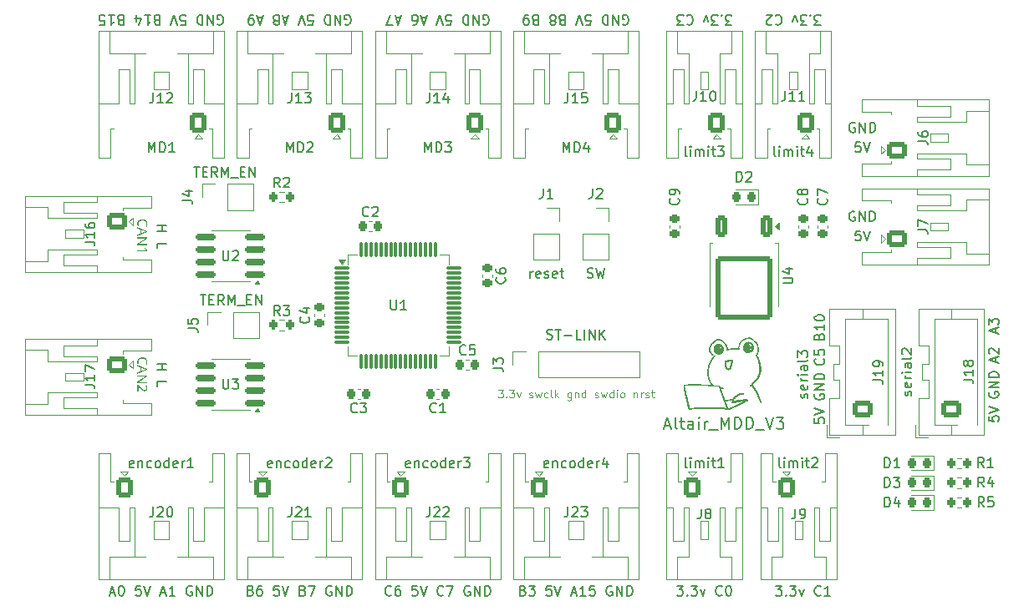
<source format=gbr>
%TF.GenerationSoftware,KiCad,Pcbnew,9.0.1*%
%TF.CreationDate,2025-05-30T13:12:11+09:00*%
%TF.ProjectId,Altair_MDD_V3,416c7461-6972-45f4-9d44-445f56332e6b,rev?*%
%TF.SameCoordinates,Original*%
%TF.FileFunction,Legend,Top*%
%TF.FilePolarity,Positive*%
%FSLAX46Y46*%
G04 Gerber Fmt 4.6, Leading zero omitted, Abs format (unit mm)*
G04 Created by KiCad (PCBNEW 9.0.1) date 2025-05-30 13:12:11*
%MOMM*%
%LPD*%
G01*
G04 APERTURE LIST*
G04 Aperture macros list*
%AMRoundRect*
0 Rectangle with rounded corners*
0 $1 Rounding radius*
0 $2 $3 $4 $5 $6 $7 $8 $9 X,Y pos of 4 corners*
0 Add a 4 corners polygon primitive as box body*
4,1,4,$2,$3,$4,$5,$6,$7,$8,$9,$2,$3,0*
0 Add four circle primitives for the rounded corners*
1,1,$1+$1,$2,$3*
1,1,$1+$1,$4,$5*
1,1,$1+$1,$6,$7*
1,1,$1+$1,$8,$9*
0 Add four rect primitives between the rounded corners*
20,1,$1+$1,$2,$3,$4,$5,0*
20,1,$1+$1,$4,$5,$6,$7,0*
20,1,$1+$1,$6,$7,$8,$9,0*
20,1,$1+$1,$8,$9,$2,$3,0*%
G04 Aperture macros list end*
%ADD10C,0.150000*%
%ADD11C,0.100000*%
%ADD12C,0.120000*%
%ADD13C,0.000000*%
%ADD14RoundRect,0.225000X0.250000X-0.225000X0.250000X0.225000X-0.250000X0.225000X-0.250000X-0.225000X0*%
%ADD15O,2.800000X2.000000*%
%ADD16RoundRect,0.250000X0.600000X0.725000X-0.600000X0.725000X-0.600000X-0.725000X0.600000X-0.725000X0*%
%ADD17O,1.700000X1.950000*%
%ADD18RoundRect,0.218750X0.218750X0.256250X-0.218750X0.256250X-0.218750X-0.256250X0.218750X-0.256250X0*%
%ADD19R,1.700000X1.700000*%
%ADD20C,1.700000*%
%ADD21RoundRect,0.150000X0.825000X0.150000X-0.825000X0.150000X-0.825000X-0.150000X0.825000X-0.150000X0*%
%ADD22O,2.000000X2.800000*%
%ADD23RoundRect,0.250000X0.725000X-0.600000X0.725000X0.600000X-0.725000X0.600000X-0.725000X-0.600000X0*%
%ADD24O,1.950000X1.700000*%
%ADD25RoundRect,0.200000X0.200000X0.275000X-0.200000X0.275000X-0.200000X-0.275000X0.200000X-0.275000X0*%
%ADD26RoundRect,0.225000X-0.250000X0.225000X-0.250000X-0.225000X0.250000X-0.225000X0.250000X0.225000X0*%
%ADD27RoundRect,0.225000X0.225000X0.250000X-0.225000X0.250000X-0.225000X-0.250000X0.225000X-0.250000X0*%
%ADD28RoundRect,0.250000X-0.600000X-0.725000X0.600000X-0.725000X0.600000X0.725000X-0.600000X0.725000X0*%
%ADD29C,0.800000*%
%ADD30C,6.400000*%
%ADD31C,1.250000*%
%ADD32RoundRect,0.250000X-0.350000X0.850000X-0.350000X-0.850000X0.350000X-0.850000X0.350000X0.850000X0*%
%ADD33RoundRect,0.249997X-2.650003X2.950003X-2.650003X-2.950003X2.650003X-2.950003X2.650003X2.950003X0*%
%ADD34RoundRect,0.075000X-0.700000X-0.075000X0.700000X-0.075000X0.700000X0.075000X-0.700000X0.075000X0*%
%ADD35RoundRect,0.075000X-0.075000X-0.700000X0.075000X-0.700000X0.075000X0.700000X-0.075000X0.700000X0*%
%ADD36RoundRect,0.225000X-0.225000X-0.250000X0.225000X-0.250000X0.225000X0.250000X-0.225000X0.250000X0*%
%ADD37RoundRect,0.250000X-0.725000X0.600000X-0.725000X-0.600000X0.725000X-0.600000X0.725000X0.600000X0*%
%ADD38RoundRect,0.200000X-0.200000X-0.275000X0.200000X-0.275000X0.200000X0.275000X-0.200000X0.275000X0*%
G04 APERTURE END LIST*
D10*
X155809523Y-53454819D02*
X155333333Y-53454819D01*
X155333333Y-53454819D02*
X155285714Y-53931009D01*
X155285714Y-53931009D02*
X155333333Y-53883390D01*
X155333333Y-53883390D02*
X155428571Y-53835771D01*
X155428571Y-53835771D02*
X155666666Y-53835771D01*
X155666666Y-53835771D02*
X155761904Y-53883390D01*
X155761904Y-53883390D02*
X155809523Y-53931009D01*
X155809523Y-53931009D02*
X155857142Y-54026247D01*
X155857142Y-54026247D02*
X155857142Y-54264342D01*
X155857142Y-54264342D02*
X155809523Y-54359580D01*
X155809523Y-54359580D02*
X155761904Y-54407200D01*
X155761904Y-54407200D02*
X155666666Y-54454819D01*
X155666666Y-54454819D02*
X155428571Y-54454819D01*
X155428571Y-54454819D02*
X155333333Y-54407200D01*
X155333333Y-54407200D02*
X155285714Y-54359580D01*
X156142857Y-53454819D02*
X156476190Y-54454819D01*
X156476190Y-54454819D02*
X156809523Y-53454819D01*
X137214286Y-98454819D02*
X137833333Y-98454819D01*
X137833333Y-98454819D02*
X137500000Y-98835771D01*
X137500000Y-98835771D02*
X137642857Y-98835771D01*
X137642857Y-98835771D02*
X137738095Y-98883390D01*
X137738095Y-98883390D02*
X137785714Y-98931009D01*
X137785714Y-98931009D02*
X137833333Y-99026247D01*
X137833333Y-99026247D02*
X137833333Y-99264342D01*
X137833333Y-99264342D02*
X137785714Y-99359580D01*
X137785714Y-99359580D02*
X137738095Y-99407200D01*
X137738095Y-99407200D02*
X137642857Y-99454819D01*
X137642857Y-99454819D02*
X137357143Y-99454819D01*
X137357143Y-99454819D02*
X137261905Y-99407200D01*
X137261905Y-99407200D02*
X137214286Y-99359580D01*
X138261905Y-99359580D02*
X138309524Y-99407200D01*
X138309524Y-99407200D02*
X138261905Y-99454819D01*
X138261905Y-99454819D02*
X138214286Y-99407200D01*
X138214286Y-99407200D02*
X138261905Y-99359580D01*
X138261905Y-99359580D02*
X138261905Y-99454819D01*
X138642857Y-98454819D02*
X139261904Y-98454819D01*
X139261904Y-98454819D02*
X138928571Y-98835771D01*
X138928571Y-98835771D02*
X139071428Y-98835771D01*
X139071428Y-98835771D02*
X139166666Y-98883390D01*
X139166666Y-98883390D02*
X139214285Y-98931009D01*
X139214285Y-98931009D02*
X139261904Y-99026247D01*
X139261904Y-99026247D02*
X139261904Y-99264342D01*
X139261904Y-99264342D02*
X139214285Y-99359580D01*
X139214285Y-99359580D02*
X139166666Y-99407200D01*
X139166666Y-99407200D02*
X139071428Y-99454819D01*
X139071428Y-99454819D02*
X138785714Y-99454819D01*
X138785714Y-99454819D02*
X138690476Y-99407200D01*
X138690476Y-99407200D02*
X138642857Y-99359580D01*
X139595238Y-98788152D02*
X139833333Y-99454819D01*
X139833333Y-99454819D02*
X140071428Y-98788152D01*
X141785714Y-99359580D02*
X141738095Y-99407200D01*
X141738095Y-99407200D02*
X141595238Y-99454819D01*
X141595238Y-99454819D02*
X141500000Y-99454819D01*
X141500000Y-99454819D02*
X141357143Y-99407200D01*
X141357143Y-99407200D02*
X141261905Y-99311961D01*
X141261905Y-99311961D02*
X141214286Y-99216723D01*
X141214286Y-99216723D02*
X141166667Y-99026247D01*
X141166667Y-99026247D02*
X141166667Y-98883390D01*
X141166667Y-98883390D02*
X141214286Y-98692914D01*
X141214286Y-98692914D02*
X141261905Y-98597676D01*
X141261905Y-98597676D02*
X141357143Y-98502438D01*
X141357143Y-98502438D02*
X141500000Y-98454819D01*
X141500000Y-98454819D02*
X141595238Y-98454819D01*
X141595238Y-98454819D02*
X141738095Y-98502438D01*
X141738095Y-98502438D02*
X141785714Y-98550057D01*
X142404762Y-98454819D02*
X142500000Y-98454819D01*
X142500000Y-98454819D02*
X142595238Y-98502438D01*
X142595238Y-98502438D02*
X142642857Y-98550057D01*
X142642857Y-98550057D02*
X142690476Y-98645295D01*
X142690476Y-98645295D02*
X142738095Y-98835771D01*
X142738095Y-98835771D02*
X142738095Y-99073866D01*
X142738095Y-99073866D02*
X142690476Y-99264342D01*
X142690476Y-99264342D02*
X142642857Y-99359580D01*
X142642857Y-99359580D02*
X142595238Y-99407200D01*
X142595238Y-99407200D02*
X142500000Y-99454819D01*
X142500000Y-99454819D02*
X142404762Y-99454819D01*
X142404762Y-99454819D02*
X142309524Y-99407200D01*
X142309524Y-99407200D02*
X142261905Y-99359580D01*
X142261905Y-99359580D02*
X142214286Y-99264342D01*
X142214286Y-99264342D02*
X142166667Y-99073866D01*
X142166667Y-99073866D02*
X142166667Y-98835771D01*
X142166667Y-98835771D02*
X142214286Y-98645295D01*
X142214286Y-98645295D02*
X142261905Y-98550057D01*
X142261905Y-98550057D02*
X142309524Y-98502438D01*
X142309524Y-98502438D02*
X142404762Y-98454819D01*
X121642856Y-98931009D02*
X121785713Y-98978628D01*
X121785713Y-98978628D02*
X121833332Y-99026247D01*
X121833332Y-99026247D02*
X121880951Y-99121485D01*
X121880951Y-99121485D02*
X121880951Y-99264342D01*
X121880951Y-99264342D02*
X121833332Y-99359580D01*
X121833332Y-99359580D02*
X121785713Y-99407200D01*
X121785713Y-99407200D02*
X121690475Y-99454819D01*
X121690475Y-99454819D02*
X121309523Y-99454819D01*
X121309523Y-99454819D02*
X121309523Y-98454819D01*
X121309523Y-98454819D02*
X121642856Y-98454819D01*
X121642856Y-98454819D02*
X121738094Y-98502438D01*
X121738094Y-98502438D02*
X121785713Y-98550057D01*
X121785713Y-98550057D02*
X121833332Y-98645295D01*
X121833332Y-98645295D02*
X121833332Y-98740533D01*
X121833332Y-98740533D02*
X121785713Y-98835771D01*
X121785713Y-98835771D02*
X121738094Y-98883390D01*
X121738094Y-98883390D02*
X121642856Y-98931009D01*
X121642856Y-98931009D02*
X121309523Y-98931009D01*
X122214285Y-98454819D02*
X122833332Y-98454819D01*
X122833332Y-98454819D02*
X122499999Y-98835771D01*
X122499999Y-98835771D02*
X122642856Y-98835771D01*
X122642856Y-98835771D02*
X122738094Y-98883390D01*
X122738094Y-98883390D02*
X122785713Y-98931009D01*
X122785713Y-98931009D02*
X122833332Y-99026247D01*
X122833332Y-99026247D02*
X122833332Y-99264342D01*
X122833332Y-99264342D02*
X122785713Y-99359580D01*
X122785713Y-99359580D02*
X122738094Y-99407200D01*
X122738094Y-99407200D02*
X122642856Y-99454819D01*
X122642856Y-99454819D02*
X122357142Y-99454819D01*
X122357142Y-99454819D02*
X122261904Y-99407200D01*
X122261904Y-99407200D02*
X122214285Y-99359580D01*
X124499999Y-98454819D02*
X124023809Y-98454819D01*
X124023809Y-98454819D02*
X123976190Y-98931009D01*
X123976190Y-98931009D02*
X124023809Y-98883390D01*
X124023809Y-98883390D02*
X124119047Y-98835771D01*
X124119047Y-98835771D02*
X124357142Y-98835771D01*
X124357142Y-98835771D02*
X124452380Y-98883390D01*
X124452380Y-98883390D02*
X124499999Y-98931009D01*
X124499999Y-98931009D02*
X124547618Y-99026247D01*
X124547618Y-99026247D02*
X124547618Y-99264342D01*
X124547618Y-99264342D02*
X124499999Y-99359580D01*
X124499999Y-99359580D02*
X124452380Y-99407200D01*
X124452380Y-99407200D02*
X124357142Y-99454819D01*
X124357142Y-99454819D02*
X124119047Y-99454819D01*
X124119047Y-99454819D02*
X124023809Y-99407200D01*
X124023809Y-99407200D02*
X123976190Y-99359580D01*
X124833333Y-98454819D02*
X125166666Y-99454819D01*
X125166666Y-99454819D02*
X125499999Y-98454819D01*
X126547619Y-99169104D02*
X127023809Y-99169104D01*
X126452381Y-99454819D02*
X126785714Y-98454819D01*
X126785714Y-98454819D02*
X127119047Y-99454819D01*
X127976190Y-99454819D02*
X127404762Y-99454819D01*
X127690476Y-99454819D02*
X127690476Y-98454819D01*
X127690476Y-98454819D02*
X127595238Y-98597676D01*
X127595238Y-98597676D02*
X127500000Y-98692914D01*
X127500000Y-98692914D02*
X127404762Y-98740533D01*
X128880952Y-98454819D02*
X128404762Y-98454819D01*
X128404762Y-98454819D02*
X128357143Y-98931009D01*
X128357143Y-98931009D02*
X128404762Y-98883390D01*
X128404762Y-98883390D02*
X128500000Y-98835771D01*
X128500000Y-98835771D02*
X128738095Y-98835771D01*
X128738095Y-98835771D02*
X128833333Y-98883390D01*
X128833333Y-98883390D02*
X128880952Y-98931009D01*
X128880952Y-98931009D02*
X128928571Y-99026247D01*
X128928571Y-99026247D02*
X128928571Y-99264342D01*
X128928571Y-99264342D02*
X128880952Y-99359580D01*
X128880952Y-99359580D02*
X128833333Y-99407200D01*
X128833333Y-99407200D02*
X128738095Y-99454819D01*
X128738095Y-99454819D02*
X128500000Y-99454819D01*
X128500000Y-99454819D02*
X128404762Y-99407200D01*
X128404762Y-99407200D02*
X128357143Y-99359580D01*
X130642857Y-98502438D02*
X130547619Y-98454819D01*
X130547619Y-98454819D02*
X130404762Y-98454819D01*
X130404762Y-98454819D02*
X130261905Y-98502438D01*
X130261905Y-98502438D02*
X130166667Y-98597676D01*
X130166667Y-98597676D02*
X130119048Y-98692914D01*
X130119048Y-98692914D02*
X130071429Y-98883390D01*
X130071429Y-98883390D02*
X130071429Y-99026247D01*
X130071429Y-99026247D02*
X130119048Y-99216723D01*
X130119048Y-99216723D02*
X130166667Y-99311961D01*
X130166667Y-99311961D02*
X130261905Y-99407200D01*
X130261905Y-99407200D02*
X130404762Y-99454819D01*
X130404762Y-99454819D02*
X130500000Y-99454819D01*
X130500000Y-99454819D02*
X130642857Y-99407200D01*
X130642857Y-99407200D02*
X130690476Y-99359580D01*
X130690476Y-99359580D02*
X130690476Y-99026247D01*
X130690476Y-99026247D02*
X130500000Y-99026247D01*
X131119048Y-99454819D02*
X131119048Y-98454819D01*
X131119048Y-98454819D02*
X131690476Y-99454819D01*
X131690476Y-99454819D02*
X131690476Y-98454819D01*
X132166667Y-99454819D02*
X132166667Y-98454819D01*
X132166667Y-98454819D02*
X132404762Y-98454819D01*
X132404762Y-98454819D02*
X132547619Y-98502438D01*
X132547619Y-98502438D02*
X132642857Y-98597676D01*
X132642857Y-98597676D02*
X132690476Y-98692914D01*
X132690476Y-98692914D02*
X132738095Y-98883390D01*
X132738095Y-98883390D02*
X132738095Y-99026247D01*
X132738095Y-99026247D02*
X132690476Y-99216723D01*
X132690476Y-99216723D02*
X132642857Y-99311961D01*
X132642857Y-99311961D02*
X132547619Y-99407200D01*
X132547619Y-99407200D02*
X132404762Y-99454819D01*
X132404762Y-99454819D02*
X132166667Y-99454819D01*
X168859171Y-78824311D02*
X168811552Y-78919549D01*
X168811552Y-78919549D02*
X168811552Y-79062406D01*
X168811552Y-79062406D02*
X168859171Y-79205263D01*
X168859171Y-79205263D02*
X168954409Y-79300501D01*
X168954409Y-79300501D02*
X169049647Y-79348120D01*
X169049647Y-79348120D02*
X169240123Y-79395739D01*
X169240123Y-79395739D02*
X169382980Y-79395739D01*
X169382980Y-79395739D02*
X169573456Y-79348120D01*
X169573456Y-79348120D02*
X169668694Y-79300501D01*
X169668694Y-79300501D02*
X169763933Y-79205263D01*
X169763933Y-79205263D02*
X169811552Y-79062406D01*
X169811552Y-79062406D02*
X169811552Y-78967168D01*
X169811552Y-78967168D02*
X169763933Y-78824311D01*
X169763933Y-78824311D02*
X169716313Y-78776692D01*
X169716313Y-78776692D02*
X169382980Y-78776692D01*
X169382980Y-78776692D02*
X169382980Y-78967168D01*
X169811552Y-78348120D02*
X168811552Y-78348120D01*
X168811552Y-78348120D02*
X169811552Y-77776692D01*
X169811552Y-77776692D02*
X168811552Y-77776692D01*
X169811552Y-77300501D02*
X168811552Y-77300501D01*
X168811552Y-77300501D02*
X168811552Y-77062406D01*
X168811552Y-77062406D02*
X168859171Y-76919549D01*
X168859171Y-76919549D02*
X168954409Y-76824311D01*
X168954409Y-76824311D02*
X169049647Y-76776692D01*
X169049647Y-76776692D02*
X169240123Y-76729073D01*
X169240123Y-76729073D02*
X169382980Y-76729073D01*
X169382980Y-76729073D02*
X169573456Y-76776692D01*
X169573456Y-76776692D02*
X169668694Y-76824311D01*
X169668694Y-76824311D02*
X169763933Y-76919549D01*
X169763933Y-76919549D02*
X169811552Y-77062406D01*
X169811552Y-77062406D02*
X169811552Y-77300501D01*
X84545180Y-75928571D02*
X85545180Y-75928571D01*
X85068990Y-75928571D02*
X85068990Y-76499999D01*
X84545180Y-76499999D02*
X85545180Y-76499999D01*
X84545180Y-78214285D02*
X84545180Y-77738095D01*
X84545180Y-77738095D02*
X85545180Y-77738095D01*
X138214286Y-86454819D02*
X138119048Y-86407200D01*
X138119048Y-86407200D02*
X138071429Y-86311961D01*
X138071429Y-86311961D02*
X138071429Y-85454819D01*
X138595239Y-86454819D02*
X138595239Y-85788152D01*
X138595239Y-85454819D02*
X138547620Y-85502438D01*
X138547620Y-85502438D02*
X138595239Y-85550057D01*
X138595239Y-85550057D02*
X138642858Y-85502438D01*
X138642858Y-85502438D02*
X138595239Y-85454819D01*
X138595239Y-85454819D02*
X138595239Y-85550057D01*
X139071429Y-86454819D02*
X139071429Y-85788152D01*
X139071429Y-85883390D02*
X139119048Y-85835771D01*
X139119048Y-85835771D02*
X139214286Y-85788152D01*
X139214286Y-85788152D02*
X139357143Y-85788152D01*
X139357143Y-85788152D02*
X139452381Y-85835771D01*
X139452381Y-85835771D02*
X139500000Y-85931009D01*
X139500000Y-85931009D02*
X139500000Y-86454819D01*
X139500000Y-85931009D02*
X139547619Y-85835771D01*
X139547619Y-85835771D02*
X139642857Y-85788152D01*
X139642857Y-85788152D02*
X139785714Y-85788152D01*
X139785714Y-85788152D02*
X139880953Y-85835771D01*
X139880953Y-85835771D02*
X139928572Y-85931009D01*
X139928572Y-85931009D02*
X139928572Y-86454819D01*
X140404762Y-86454819D02*
X140404762Y-85788152D01*
X140404762Y-85454819D02*
X140357143Y-85502438D01*
X140357143Y-85502438D02*
X140404762Y-85550057D01*
X140404762Y-85550057D02*
X140452381Y-85502438D01*
X140452381Y-85502438D02*
X140404762Y-85454819D01*
X140404762Y-85454819D02*
X140404762Y-85550057D01*
X140738095Y-85788152D02*
X141119047Y-85788152D01*
X140880952Y-85454819D02*
X140880952Y-86311961D01*
X140880952Y-86311961D02*
X140928571Y-86407200D01*
X140928571Y-86407200D02*
X141023809Y-86454819D01*
X141023809Y-86454819D02*
X141119047Y-86454819D01*
X141976190Y-86454819D02*
X141404762Y-86454819D01*
X141690476Y-86454819D02*
X141690476Y-85454819D01*
X141690476Y-85454819D02*
X141595238Y-85597676D01*
X141595238Y-85597676D02*
X141500000Y-85692914D01*
X141500000Y-85692914D02*
X141404762Y-85740533D01*
X117619048Y-41497561D02*
X117714286Y-41545180D01*
X117714286Y-41545180D02*
X117857143Y-41545180D01*
X117857143Y-41545180D02*
X118000000Y-41497561D01*
X118000000Y-41497561D02*
X118095238Y-41402323D01*
X118095238Y-41402323D02*
X118142857Y-41307085D01*
X118142857Y-41307085D02*
X118190476Y-41116609D01*
X118190476Y-41116609D02*
X118190476Y-40973752D01*
X118190476Y-40973752D02*
X118142857Y-40783276D01*
X118142857Y-40783276D02*
X118095238Y-40688038D01*
X118095238Y-40688038D02*
X118000000Y-40592800D01*
X118000000Y-40592800D02*
X117857143Y-40545180D01*
X117857143Y-40545180D02*
X117761905Y-40545180D01*
X117761905Y-40545180D02*
X117619048Y-40592800D01*
X117619048Y-40592800D02*
X117571429Y-40640419D01*
X117571429Y-40640419D02*
X117571429Y-40973752D01*
X117571429Y-40973752D02*
X117761905Y-40973752D01*
X117142857Y-40545180D02*
X117142857Y-41545180D01*
X117142857Y-41545180D02*
X116571429Y-40545180D01*
X116571429Y-40545180D02*
X116571429Y-41545180D01*
X116095238Y-40545180D02*
X116095238Y-41545180D01*
X116095238Y-41545180D02*
X115857143Y-41545180D01*
X115857143Y-41545180D02*
X115714286Y-41497561D01*
X115714286Y-41497561D02*
X115619048Y-41402323D01*
X115619048Y-41402323D02*
X115571429Y-41307085D01*
X115571429Y-41307085D02*
X115523810Y-41116609D01*
X115523810Y-41116609D02*
X115523810Y-40973752D01*
X115523810Y-40973752D02*
X115571429Y-40783276D01*
X115571429Y-40783276D02*
X115619048Y-40688038D01*
X115619048Y-40688038D02*
X115714286Y-40592800D01*
X115714286Y-40592800D02*
X115857143Y-40545180D01*
X115857143Y-40545180D02*
X116095238Y-40545180D01*
X113857143Y-41545180D02*
X114333333Y-41545180D01*
X114333333Y-41545180D02*
X114380952Y-41068990D01*
X114380952Y-41068990D02*
X114333333Y-41116609D01*
X114333333Y-41116609D02*
X114238095Y-41164228D01*
X114238095Y-41164228D02*
X114000000Y-41164228D01*
X114000000Y-41164228D02*
X113904762Y-41116609D01*
X113904762Y-41116609D02*
X113857143Y-41068990D01*
X113857143Y-41068990D02*
X113809524Y-40973752D01*
X113809524Y-40973752D02*
X113809524Y-40735657D01*
X113809524Y-40735657D02*
X113857143Y-40640419D01*
X113857143Y-40640419D02*
X113904762Y-40592800D01*
X113904762Y-40592800D02*
X114000000Y-40545180D01*
X114000000Y-40545180D02*
X114238095Y-40545180D01*
X114238095Y-40545180D02*
X114333333Y-40592800D01*
X114333333Y-40592800D02*
X114380952Y-40640419D01*
X113523809Y-41545180D02*
X113190476Y-40545180D01*
X113190476Y-40545180D02*
X112857143Y-41545180D01*
X111809523Y-40830895D02*
X111333333Y-40830895D01*
X111904761Y-40545180D02*
X111571428Y-41545180D01*
X111571428Y-41545180D02*
X111238095Y-40545180D01*
X110476190Y-41545180D02*
X110666666Y-41545180D01*
X110666666Y-41545180D02*
X110761904Y-41497561D01*
X110761904Y-41497561D02*
X110809523Y-41449942D01*
X110809523Y-41449942D02*
X110904761Y-41307085D01*
X110904761Y-41307085D02*
X110952380Y-41116609D01*
X110952380Y-41116609D02*
X110952380Y-40735657D01*
X110952380Y-40735657D02*
X110904761Y-40640419D01*
X110904761Y-40640419D02*
X110857142Y-40592800D01*
X110857142Y-40592800D02*
X110761904Y-40545180D01*
X110761904Y-40545180D02*
X110571428Y-40545180D01*
X110571428Y-40545180D02*
X110476190Y-40592800D01*
X110476190Y-40592800D02*
X110428571Y-40640419D01*
X110428571Y-40640419D02*
X110380952Y-40735657D01*
X110380952Y-40735657D02*
X110380952Y-40973752D01*
X110380952Y-40973752D02*
X110428571Y-41068990D01*
X110428571Y-41068990D02*
X110476190Y-41116609D01*
X110476190Y-41116609D02*
X110571428Y-41164228D01*
X110571428Y-41164228D02*
X110761904Y-41164228D01*
X110761904Y-41164228D02*
X110857142Y-41116609D01*
X110857142Y-41116609D02*
X110904761Y-41068990D01*
X110904761Y-41068990D02*
X110952380Y-40973752D01*
X109238094Y-40830895D02*
X108761904Y-40830895D01*
X109333332Y-40545180D02*
X108999999Y-41545180D01*
X108999999Y-41545180D02*
X108666666Y-40545180D01*
X108428570Y-41545180D02*
X107761904Y-41545180D01*
X107761904Y-41545180D02*
X108190475Y-40545180D01*
X152063345Y-75421041D02*
X152110965Y-75468660D01*
X152110965Y-75468660D02*
X152158584Y-75611517D01*
X152158584Y-75611517D02*
X152158584Y-75706755D01*
X152158584Y-75706755D02*
X152110965Y-75849612D01*
X152110965Y-75849612D02*
X152015726Y-75944850D01*
X152015726Y-75944850D02*
X151920488Y-75992469D01*
X151920488Y-75992469D02*
X151730012Y-76040088D01*
X151730012Y-76040088D02*
X151587155Y-76040088D01*
X151587155Y-76040088D02*
X151396679Y-75992469D01*
X151396679Y-75992469D02*
X151301441Y-75944850D01*
X151301441Y-75944850D02*
X151206203Y-75849612D01*
X151206203Y-75849612D02*
X151158584Y-75706755D01*
X151158584Y-75706755D02*
X151158584Y-75611517D01*
X151158584Y-75611517D02*
X151206203Y-75468660D01*
X151206203Y-75468660D02*
X151253822Y-75421041D01*
X151158584Y-74516279D02*
X151158584Y-74992469D01*
X151158584Y-74992469D02*
X151634774Y-75040088D01*
X151634774Y-75040088D02*
X151587155Y-74992469D01*
X151587155Y-74992469D02*
X151539536Y-74897231D01*
X151539536Y-74897231D02*
X151539536Y-74659136D01*
X151539536Y-74659136D02*
X151587155Y-74563898D01*
X151587155Y-74563898D02*
X151634774Y-74516279D01*
X151634774Y-74516279D02*
X151730012Y-74468660D01*
X151730012Y-74468660D02*
X151968107Y-74468660D01*
X151968107Y-74468660D02*
X152063345Y-74516279D01*
X152063345Y-74516279D02*
X152110965Y-74563898D01*
X152110965Y-74563898D02*
X152158584Y-74659136D01*
X152158584Y-74659136D02*
X152158584Y-74897231D01*
X152158584Y-74897231D02*
X152110965Y-74992469D01*
X152110965Y-74992469D02*
X152063345Y-75040088D01*
X135971429Y-82204485D02*
X136542858Y-82204485D01*
X135857143Y-82547342D02*
X136257143Y-81347342D01*
X136257143Y-81347342D02*
X136657143Y-82547342D01*
X137228571Y-82547342D02*
X137114286Y-82490200D01*
X137114286Y-82490200D02*
X137057143Y-82375914D01*
X137057143Y-82375914D02*
X137057143Y-81347342D01*
X137514285Y-81747342D02*
X137971428Y-81747342D01*
X137685714Y-81347342D02*
X137685714Y-82375914D01*
X137685714Y-82375914D02*
X137742857Y-82490200D01*
X137742857Y-82490200D02*
X137857142Y-82547342D01*
X137857142Y-82547342D02*
X137971428Y-82547342D01*
X138885714Y-82547342D02*
X138885714Y-81918771D01*
X138885714Y-81918771D02*
X138828571Y-81804485D01*
X138828571Y-81804485D02*
X138714285Y-81747342D01*
X138714285Y-81747342D02*
X138485714Y-81747342D01*
X138485714Y-81747342D02*
X138371428Y-81804485D01*
X138885714Y-82490200D02*
X138771428Y-82547342D01*
X138771428Y-82547342D02*
X138485714Y-82547342D01*
X138485714Y-82547342D02*
X138371428Y-82490200D01*
X138371428Y-82490200D02*
X138314285Y-82375914D01*
X138314285Y-82375914D02*
X138314285Y-82261628D01*
X138314285Y-82261628D02*
X138371428Y-82147342D01*
X138371428Y-82147342D02*
X138485714Y-82090200D01*
X138485714Y-82090200D02*
X138771428Y-82090200D01*
X138771428Y-82090200D02*
X138885714Y-82033057D01*
X139457142Y-82547342D02*
X139457142Y-81747342D01*
X139457142Y-81347342D02*
X139399999Y-81404485D01*
X139399999Y-81404485D02*
X139457142Y-81461628D01*
X139457142Y-81461628D02*
X139514285Y-81404485D01*
X139514285Y-81404485D02*
X139457142Y-81347342D01*
X139457142Y-81347342D02*
X139457142Y-81461628D01*
X140028571Y-82547342D02*
X140028571Y-81747342D01*
X140028571Y-81975914D02*
X140085714Y-81861628D01*
X140085714Y-81861628D02*
X140142857Y-81804485D01*
X140142857Y-81804485D02*
X140257142Y-81747342D01*
X140257142Y-81747342D02*
X140371428Y-81747342D01*
X140485714Y-82661628D02*
X141399999Y-82661628D01*
X141685714Y-82547342D02*
X141685714Y-81347342D01*
X141685714Y-81347342D02*
X142085714Y-82204485D01*
X142085714Y-82204485D02*
X142485714Y-81347342D01*
X142485714Y-81347342D02*
X142485714Y-82547342D01*
X143057143Y-82547342D02*
X143057143Y-81347342D01*
X143057143Y-81347342D02*
X143342857Y-81347342D01*
X143342857Y-81347342D02*
X143514286Y-81404485D01*
X143514286Y-81404485D02*
X143628571Y-81518771D01*
X143628571Y-81518771D02*
X143685714Y-81633057D01*
X143685714Y-81633057D02*
X143742857Y-81861628D01*
X143742857Y-81861628D02*
X143742857Y-82033057D01*
X143742857Y-82033057D02*
X143685714Y-82261628D01*
X143685714Y-82261628D02*
X143628571Y-82375914D01*
X143628571Y-82375914D02*
X143514286Y-82490200D01*
X143514286Y-82490200D02*
X143342857Y-82547342D01*
X143342857Y-82547342D02*
X143057143Y-82547342D01*
X144257143Y-82547342D02*
X144257143Y-81347342D01*
X144257143Y-81347342D02*
X144542857Y-81347342D01*
X144542857Y-81347342D02*
X144714286Y-81404485D01*
X144714286Y-81404485D02*
X144828571Y-81518771D01*
X144828571Y-81518771D02*
X144885714Y-81633057D01*
X144885714Y-81633057D02*
X144942857Y-81861628D01*
X144942857Y-81861628D02*
X144942857Y-82033057D01*
X144942857Y-82033057D02*
X144885714Y-82261628D01*
X144885714Y-82261628D02*
X144828571Y-82375914D01*
X144828571Y-82375914D02*
X144714286Y-82490200D01*
X144714286Y-82490200D02*
X144542857Y-82547342D01*
X144542857Y-82547342D02*
X144257143Y-82547342D01*
X145171429Y-82661628D02*
X146085714Y-82661628D01*
X146200000Y-81347342D02*
X146600000Y-82547342D01*
X146600000Y-82547342D02*
X147000000Y-81347342D01*
X147285714Y-81347342D02*
X148028571Y-81347342D01*
X148028571Y-81347342D02*
X147628571Y-81804485D01*
X147628571Y-81804485D02*
X147800000Y-81804485D01*
X147800000Y-81804485D02*
X147914286Y-81861628D01*
X147914286Y-81861628D02*
X147971428Y-81918771D01*
X147971428Y-81918771D02*
X148028571Y-82033057D01*
X148028571Y-82033057D02*
X148028571Y-82318771D01*
X148028571Y-82318771D02*
X147971428Y-82433057D01*
X147971428Y-82433057D02*
X147914286Y-82490200D01*
X147914286Y-82490200D02*
X147800000Y-82547342D01*
X147800000Y-82547342D02*
X147457143Y-82547342D01*
X147457143Y-82547342D02*
X147342857Y-82490200D01*
X147342857Y-82490200D02*
X147285714Y-82433057D01*
X169525837Y-75776692D02*
X169525837Y-75300502D01*
X169811552Y-75871930D02*
X168811552Y-75538597D01*
X168811552Y-75538597D02*
X169811552Y-75205264D01*
X168906790Y-74919549D02*
X168859171Y-74871930D01*
X168859171Y-74871930D02*
X168811552Y-74776692D01*
X168811552Y-74776692D02*
X168811552Y-74538597D01*
X168811552Y-74538597D02*
X168859171Y-74443359D01*
X168859171Y-74443359D02*
X168906790Y-74395740D01*
X168906790Y-74395740D02*
X169002028Y-74348121D01*
X169002028Y-74348121D02*
X169097266Y-74348121D01*
X169097266Y-74348121D02*
X169240123Y-74395740D01*
X169240123Y-74395740D02*
X169811552Y-74967168D01*
X169811552Y-74967168D02*
X169811552Y-74348121D01*
X147214286Y-54869819D02*
X147119048Y-54822200D01*
X147119048Y-54822200D02*
X147071429Y-54726961D01*
X147071429Y-54726961D02*
X147071429Y-53869819D01*
X147595239Y-54869819D02*
X147595239Y-54203152D01*
X147595239Y-53869819D02*
X147547620Y-53917438D01*
X147547620Y-53917438D02*
X147595239Y-53965057D01*
X147595239Y-53965057D02*
X147642858Y-53917438D01*
X147642858Y-53917438D02*
X147595239Y-53869819D01*
X147595239Y-53869819D02*
X147595239Y-53965057D01*
X148071429Y-54869819D02*
X148071429Y-54203152D01*
X148071429Y-54298390D02*
X148119048Y-54250771D01*
X148119048Y-54250771D02*
X148214286Y-54203152D01*
X148214286Y-54203152D02*
X148357143Y-54203152D01*
X148357143Y-54203152D02*
X148452381Y-54250771D01*
X148452381Y-54250771D02*
X148500000Y-54346009D01*
X148500000Y-54346009D02*
X148500000Y-54869819D01*
X148500000Y-54346009D02*
X148547619Y-54250771D01*
X148547619Y-54250771D02*
X148642857Y-54203152D01*
X148642857Y-54203152D02*
X148785714Y-54203152D01*
X148785714Y-54203152D02*
X148880953Y-54250771D01*
X148880953Y-54250771D02*
X148928572Y-54346009D01*
X148928572Y-54346009D02*
X148928572Y-54869819D01*
X149404762Y-54869819D02*
X149404762Y-54203152D01*
X149404762Y-53869819D02*
X149357143Y-53917438D01*
X149357143Y-53917438D02*
X149404762Y-53965057D01*
X149404762Y-53965057D02*
X149452381Y-53917438D01*
X149452381Y-53917438D02*
X149404762Y-53869819D01*
X149404762Y-53869819D02*
X149404762Y-53965057D01*
X149738095Y-54203152D02*
X150119047Y-54203152D01*
X149880952Y-53869819D02*
X149880952Y-54726961D01*
X149880952Y-54726961D02*
X149928571Y-54822200D01*
X149928571Y-54822200D02*
X150023809Y-54869819D01*
X150023809Y-54869819D02*
X150119047Y-54869819D01*
X150880952Y-54203152D02*
X150880952Y-54869819D01*
X150642857Y-53822200D02*
X150404762Y-54536485D01*
X150404762Y-54536485D02*
X151023809Y-54536485D01*
X155238095Y-51502438D02*
X155142857Y-51454819D01*
X155142857Y-51454819D02*
X155000000Y-51454819D01*
X155000000Y-51454819D02*
X154857143Y-51502438D01*
X154857143Y-51502438D02*
X154761905Y-51597676D01*
X154761905Y-51597676D02*
X154714286Y-51692914D01*
X154714286Y-51692914D02*
X154666667Y-51883390D01*
X154666667Y-51883390D02*
X154666667Y-52026247D01*
X154666667Y-52026247D02*
X154714286Y-52216723D01*
X154714286Y-52216723D02*
X154761905Y-52311961D01*
X154761905Y-52311961D02*
X154857143Y-52407200D01*
X154857143Y-52407200D02*
X155000000Y-52454819D01*
X155000000Y-52454819D02*
X155095238Y-52454819D01*
X155095238Y-52454819D02*
X155238095Y-52407200D01*
X155238095Y-52407200D02*
X155285714Y-52359580D01*
X155285714Y-52359580D02*
X155285714Y-52026247D01*
X155285714Y-52026247D02*
X155095238Y-52026247D01*
X155714286Y-52454819D02*
X155714286Y-51454819D01*
X155714286Y-51454819D02*
X156285714Y-52454819D01*
X156285714Y-52454819D02*
X156285714Y-51454819D01*
X156761905Y-52454819D02*
X156761905Y-51454819D01*
X156761905Y-51454819D02*
X157000000Y-51454819D01*
X157000000Y-51454819D02*
X157142857Y-51502438D01*
X157142857Y-51502438D02*
X157238095Y-51597676D01*
X157238095Y-51597676D02*
X157285714Y-51692914D01*
X157285714Y-51692914D02*
X157333333Y-51883390D01*
X157333333Y-51883390D02*
X157333333Y-52026247D01*
X157333333Y-52026247D02*
X157285714Y-52216723D01*
X157285714Y-52216723D02*
X157238095Y-52311961D01*
X157238095Y-52311961D02*
X157142857Y-52407200D01*
X157142857Y-52407200D02*
X157000000Y-52454819D01*
X157000000Y-52454819D02*
X156761905Y-52454819D01*
X151785713Y-41545180D02*
X151166666Y-41545180D01*
X151166666Y-41545180D02*
X151499999Y-41164228D01*
X151499999Y-41164228D02*
X151357142Y-41164228D01*
X151357142Y-41164228D02*
X151261904Y-41116609D01*
X151261904Y-41116609D02*
X151214285Y-41068990D01*
X151214285Y-41068990D02*
X151166666Y-40973752D01*
X151166666Y-40973752D02*
X151166666Y-40735657D01*
X151166666Y-40735657D02*
X151214285Y-40640419D01*
X151214285Y-40640419D02*
X151261904Y-40592800D01*
X151261904Y-40592800D02*
X151357142Y-40545180D01*
X151357142Y-40545180D02*
X151642856Y-40545180D01*
X151642856Y-40545180D02*
X151738094Y-40592800D01*
X151738094Y-40592800D02*
X151785713Y-40640419D01*
X150738094Y-40640419D02*
X150690475Y-40592800D01*
X150690475Y-40592800D02*
X150738094Y-40545180D01*
X150738094Y-40545180D02*
X150785713Y-40592800D01*
X150785713Y-40592800D02*
X150738094Y-40640419D01*
X150738094Y-40640419D02*
X150738094Y-40545180D01*
X150357142Y-41545180D02*
X149738095Y-41545180D01*
X149738095Y-41545180D02*
X150071428Y-41164228D01*
X150071428Y-41164228D02*
X149928571Y-41164228D01*
X149928571Y-41164228D02*
X149833333Y-41116609D01*
X149833333Y-41116609D02*
X149785714Y-41068990D01*
X149785714Y-41068990D02*
X149738095Y-40973752D01*
X149738095Y-40973752D02*
X149738095Y-40735657D01*
X149738095Y-40735657D02*
X149785714Y-40640419D01*
X149785714Y-40640419D02*
X149833333Y-40592800D01*
X149833333Y-40592800D02*
X149928571Y-40545180D01*
X149928571Y-40545180D02*
X150214285Y-40545180D01*
X150214285Y-40545180D02*
X150309523Y-40592800D01*
X150309523Y-40592800D02*
X150357142Y-40640419D01*
X149404761Y-41211847D02*
X149166666Y-40545180D01*
X149166666Y-40545180D02*
X148928571Y-41211847D01*
X147214285Y-40640419D02*
X147261904Y-40592800D01*
X147261904Y-40592800D02*
X147404761Y-40545180D01*
X147404761Y-40545180D02*
X147499999Y-40545180D01*
X147499999Y-40545180D02*
X147642856Y-40592800D01*
X147642856Y-40592800D02*
X147738094Y-40688038D01*
X147738094Y-40688038D02*
X147785713Y-40783276D01*
X147785713Y-40783276D02*
X147833332Y-40973752D01*
X147833332Y-40973752D02*
X147833332Y-41116609D01*
X147833332Y-41116609D02*
X147785713Y-41307085D01*
X147785713Y-41307085D02*
X147738094Y-41402323D01*
X147738094Y-41402323D02*
X147642856Y-41497561D01*
X147642856Y-41497561D02*
X147499999Y-41545180D01*
X147499999Y-41545180D02*
X147404761Y-41545180D01*
X147404761Y-41545180D02*
X147261904Y-41497561D01*
X147261904Y-41497561D02*
X147214285Y-41449942D01*
X146833332Y-41449942D02*
X146785713Y-41497561D01*
X146785713Y-41497561D02*
X146690475Y-41545180D01*
X146690475Y-41545180D02*
X146452380Y-41545180D01*
X146452380Y-41545180D02*
X146357142Y-41497561D01*
X146357142Y-41497561D02*
X146309523Y-41449942D01*
X146309523Y-41449942D02*
X146261904Y-41354704D01*
X146261904Y-41354704D02*
X146261904Y-41259466D01*
X146261904Y-41259466D02*
X146309523Y-41116609D01*
X146309523Y-41116609D02*
X146880951Y-40545180D01*
X146880951Y-40545180D02*
X146261904Y-40545180D01*
X155799523Y-62454819D02*
X155323333Y-62454819D01*
X155323333Y-62454819D02*
X155275714Y-62931009D01*
X155275714Y-62931009D02*
X155323333Y-62883390D01*
X155323333Y-62883390D02*
X155418571Y-62835771D01*
X155418571Y-62835771D02*
X155656666Y-62835771D01*
X155656666Y-62835771D02*
X155751904Y-62883390D01*
X155751904Y-62883390D02*
X155799523Y-62931009D01*
X155799523Y-62931009D02*
X155847142Y-63026247D01*
X155847142Y-63026247D02*
X155847142Y-63264342D01*
X155847142Y-63264342D02*
X155799523Y-63359580D01*
X155799523Y-63359580D02*
X155751904Y-63407200D01*
X155751904Y-63407200D02*
X155656666Y-63454819D01*
X155656666Y-63454819D02*
X155418571Y-63454819D01*
X155418571Y-63454819D02*
X155323333Y-63407200D01*
X155323333Y-63407200D02*
X155275714Y-63359580D01*
X156132857Y-62454819D02*
X156466190Y-63454819D01*
X156466190Y-63454819D02*
X156799523Y-62454819D01*
X151206203Y-79016279D02*
X151158584Y-79111517D01*
X151158584Y-79111517D02*
X151158584Y-79254374D01*
X151158584Y-79254374D02*
X151206203Y-79397231D01*
X151206203Y-79397231D02*
X151301441Y-79492469D01*
X151301441Y-79492469D02*
X151396679Y-79540088D01*
X151396679Y-79540088D02*
X151587155Y-79587707D01*
X151587155Y-79587707D02*
X151730012Y-79587707D01*
X151730012Y-79587707D02*
X151920488Y-79540088D01*
X151920488Y-79540088D02*
X152015726Y-79492469D01*
X152015726Y-79492469D02*
X152110965Y-79397231D01*
X152110965Y-79397231D02*
X152158584Y-79254374D01*
X152158584Y-79254374D02*
X152158584Y-79159136D01*
X152158584Y-79159136D02*
X152110965Y-79016279D01*
X152110965Y-79016279D02*
X152063345Y-78968660D01*
X152063345Y-78968660D02*
X151730012Y-78968660D01*
X151730012Y-78968660D02*
X151730012Y-79159136D01*
X152158584Y-78540088D02*
X151158584Y-78540088D01*
X151158584Y-78540088D02*
X152158584Y-77968660D01*
X152158584Y-77968660D02*
X151158584Y-77968660D01*
X152158584Y-77492469D02*
X151158584Y-77492469D01*
X151158584Y-77492469D02*
X151158584Y-77254374D01*
X151158584Y-77254374D02*
X151206203Y-77111517D01*
X151206203Y-77111517D02*
X151301441Y-77016279D01*
X151301441Y-77016279D02*
X151396679Y-76968660D01*
X151396679Y-76968660D02*
X151587155Y-76921041D01*
X151587155Y-76921041D02*
X151730012Y-76921041D01*
X151730012Y-76921041D02*
X151920488Y-76968660D01*
X151920488Y-76968660D02*
X152015726Y-77016279D01*
X152015726Y-77016279D02*
X152110965Y-77111517D01*
X152110965Y-77111517D02*
X152158584Y-77254374D01*
X152158584Y-77254374D02*
X152158584Y-77492469D01*
X155228095Y-60502438D02*
X155132857Y-60454819D01*
X155132857Y-60454819D02*
X154990000Y-60454819D01*
X154990000Y-60454819D02*
X154847143Y-60502438D01*
X154847143Y-60502438D02*
X154751905Y-60597676D01*
X154751905Y-60597676D02*
X154704286Y-60692914D01*
X154704286Y-60692914D02*
X154656667Y-60883390D01*
X154656667Y-60883390D02*
X154656667Y-61026247D01*
X154656667Y-61026247D02*
X154704286Y-61216723D01*
X154704286Y-61216723D02*
X154751905Y-61311961D01*
X154751905Y-61311961D02*
X154847143Y-61407200D01*
X154847143Y-61407200D02*
X154990000Y-61454819D01*
X154990000Y-61454819D02*
X155085238Y-61454819D01*
X155085238Y-61454819D02*
X155228095Y-61407200D01*
X155228095Y-61407200D02*
X155275714Y-61359580D01*
X155275714Y-61359580D02*
X155275714Y-61026247D01*
X155275714Y-61026247D02*
X155085238Y-61026247D01*
X155704286Y-61454819D02*
X155704286Y-60454819D01*
X155704286Y-60454819D02*
X156275714Y-61454819D01*
X156275714Y-61454819D02*
X156275714Y-60454819D01*
X156751905Y-61454819D02*
X156751905Y-60454819D01*
X156751905Y-60454819D02*
X156990000Y-60454819D01*
X156990000Y-60454819D02*
X157132857Y-60502438D01*
X157132857Y-60502438D02*
X157228095Y-60597676D01*
X157228095Y-60597676D02*
X157275714Y-60692914D01*
X157275714Y-60692914D02*
X157323333Y-60883390D01*
X157323333Y-60883390D02*
X157323333Y-61026247D01*
X157323333Y-61026247D02*
X157275714Y-61216723D01*
X157275714Y-61216723D02*
X157228095Y-61311961D01*
X157228095Y-61311961D02*
X157132857Y-61407200D01*
X157132857Y-61407200D02*
X156990000Y-61454819D01*
X156990000Y-61454819D02*
X156751905Y-61454819D01*
D11*
G36*
X83488026Y-75743126D02*
G01*
X83480964Y-75665997D01*
X83460671Y-75598901D01*
X83439579Y-75558014D01*
X83413068Y-75521771D01*
X83380865Y-75489725D01*
X83323823Y-75450713D01*
X83253492Y-75421092D01*
X83175736Y-75403546D01*
X83084781Y-75397340D01*
X83003341Y-75401952D01*
X82932428Y-75415052D01*
X82870580Y-75435808D01*
X82813687Y-75466287D01*
X82767455Y-75504420D01*
X82730568Y-75550602D01*
X82704173Y-75603572D01*
X82687518Y-75666544D01*
X82681598Y-75741722D01*
X82684458Y-75806527D01*
X82692772Y-75866347D01*
X82720799Y-75981141D01*
X82611622Y-75981141D01*
X82593442Y-75924324D01*
X82580847Y-75865614D01*
X82573682Y-75803285D01*
X82571017Y-75723526D01*
X82575360Y-75646844D01*
X82587732Y-75579645D01*
X82607398Y-75520639D01*
X82633970Y-75468720D01*
X82668620Y-75421019D01*
X82709660Y-75379813D01*
X82757587Y-75344655D01*
X82813183Y-75315396D01*
X82892225Y-75287815D01*
X82982604Y-75270452D01*
X83086186Y-75264349D01*
X83161280Y-75268010D01*
X83230105Y-75278629D01*
X83293365Y-75295796D01*
X83353916Y-75320448D01*
X83407828Y-75351234D01*
X83455786Y-75388181D01*
X83497760Y-75431656D01*
X83532924Y-75481586D01*
X83561482Y-75538695D01*
X83581630Y-75599523D01*
X83594217Y-75667755D01*
X83598607Y-75744531D01*
X83594696Y-75820598D01*
X83583159Y-75892908D01*
X83564200Y-75961736D01*
X83539806Y-76020342D01*
X83433377Y-75969906D01*
X83452946Y-75922144D01*
X83471174Y-75867019D01*
X83483678Y-75808702D01*
X83488026Y-75743126D01*
G37*
G36*
X83588777Y-76453690D02*
G01*
X83588777Y-76567080D01*
X82585000Y-76956281D01*
X82585000Y-76826099D01*
X82894394Y-76705688D01*
X82894394Y-76667891D01*
X83006379Y-76667891D01*
X83308813Y-76555906D01*
X83349357Y-76541862D01*
X83410296Y-76522994D01*
X83458595Y-76508278D01*
X83401870Y-76493563D01*
X83349357Y-76478175D01*
X83308813Y-76464864D01*
X83006379Y-76351474D01*
X83006379Y-76667891D01*
X82894394Y-76667891D01*
X82894394Y-76309465D01*
X82585000Y-76190457D01*
X82585000Y-76063085D01*
X83588777Y-76453690D01*
G37*
G36*
X82585000Y-77885197D02*
G01*
X82585000Y-77738224D01*
X83415181Y-77203393D01*
X83415181Y-77197837D01*
X83338855Y-77202661D01*
X83245066Y-77206874D01*
X83143583Y-77209011D01*
X82585000Y-77209011D01*
X82585000Y-77092812D01*
X83584624Y-77092812D01*
X83584624Y-77238442D01*
X82757191Y-77771808D01*
X82757191Y-77777425D01*
X82824357Y-77773884D01*
X82922360Y-77769670D01*
X83020423Y-77767594D01*
X83584624Y-77767594D01*
X83584624Y-77885197D01*
X82585000Y-77885197D01*
G37*
G36*
X82585000Y-78748962D02*
G01*
X82585000Y-78088163D01*
X82687215Y-78088163D01*
X82951791Y-78349930D01*
X83086186Y-78477303D01*
X83146134Y-78523960D01*
X83201652Y-78555705D01*
X83260469Y-78575557D01*
X83325605Y-78582327D01*
X83378507Y-78576330D01*
X83419318Y-78559762D01*
X83450901Y-78533296D01*
X83474091Y-78498448D01*
X83488483Y-78456609D01*
X83493583Y-78405923D01*
X83486991Y-78336061D01*
X83468365Y-78277818D01*
X83439109Y-78223342D01*
X83398389Y-78165161D01*
X83481004Y-78099337D01*
X83512676Y-78140238D01*
X83541149Y-78185433D01*
X83564805Y-78234037D01*
X83583159Y-78287587D01*
X83594657Y-78344160D01*
X83598607Y-78405923D01*
X83594726Y-78467801D01*
X83583743Y-78521016D01*
X83566367Y-78566879D01*
X83541519Y-78608845D01*
X83511066Y-78643359D01*
X83474654Y-78671232D01*
X83433534Y-78691451D01*
X83386605Y-78703979D01*
X83332627Y-78708357D01*
X83281086Y-78704723D01*
X83232256Y-78693975D01*
X83185593Y-78676117D01*
X83118788Y-78638468D01*
X83050465Y-78586541D01*
X82983582Y-78526025D01*
X82908377Y-78452146D01*
X82702602Y-78243563D01*
X82696985Y-78243563D01*
X82696985Y-78748962D01*
X82585000Y-78748962D01*
G37*
D10*
X79809523Y-99169104D02*
X80285713Y-99169104D01*
X79714285Y-99454819D02*
X80047618Y-98454819D01*
X80047618Y-98454819D02*
X80380951Y-99454819D01*
X80904761Y-98454819D02*
X80999999Y-98454819D01*
X80999999Y-98454819D02*
X81095237Y-98502438D01*
X81095237Y-98502438D02*
X81142856Y-98550057D01*
X81142856Y-98550057D02*
X81190475Y-98645295D01*
X81190475Y-98645295D02*
X81238094Y-98835771D01*
X81238094Y-98835771D02*
X81238094Y-99073866D01*
X81238094Y-99073866D02*
X81190475Y-99264342D01*
X81190475Y-99264342D02*
X81142856Y-99359580D01*
X81142856Y-99359580D02*
X81095237Y-99407200D01*
X81095237Y-99407200D02*
X80999999Y-99454819D01*
X80999999Y-99454819D02*
X80904761Y-99454819D01*
X80904761Y-99454819D02*
X80809523Y-99407200D01*
X80809523Y-99407200D02*
X80761904Y-99359580D01*
X80761904Y-99359580D02*
X80714285Y-99264342D01*
X80714285Y-99264342D02*
X80666666Y-99073866D01*
X80666666Y-99073866D02*
X80666666Y-98835771D01*
X80666666Y-98835771D02*
X80714285Y-98645295D01*
X80714285Y-98645295D02*
X80761904Y-98550057D01*
X80761904Y-98550057D02*
X80809523Y-98502438D01*
X80809523Y-98502438D02*
X80904761Y-98454819D01*
X82904761Y-98454819D02*
X82428571Y-98454819D01*
X82428571Y-98454819D02*
X82380952Y-98931009D01*
X82380952Y-98931009D02*
X82428571Y-98883390D01*
X82428571Y-98883390D02*
X82523809Y-98835771D01*
X82523809Y-98835771D02*
X82761904Y-98835771D01*
X82761904Y-98835771D02*
X82857142Y-98883390D01*
X82857142Y-98883390D02*
X82904761Y-98931009D01*
X82904761Y-98931009D02*
X82952380Y-99026247D01*
X82952380Y-99026247D02*
X82952380Y-99264342D01*
X82952380Y-99264342D02*
X82904761Y-99359580D01*
X82904761Y-99359580D02*
X82857142Y-99407200D01*
X82857142Y-99407200D02*
X82761904Y-99454819D01*
X82761904Y-99454819D02*
X82523809Y-99454819D01*
X82523809Y-99454819D02*
X82428571Y-99407200D01*
X82428571Y-99407200D02*
X82380952Y-99359580D01*
X83238095Y-98454819D02*
X83571428Y-99454819D01*
X83571428Y-99454819D02*
X83904761Y-98454819D01*
X84952381Y-99169104D02*
X85428571Y-99169104D01*
X84857143Y-99454819D02*
X85190476Y-98454819D01*
X85190476Y-98454819D02*
X85523809Y-99454819D01*
X86380952Y-99454819D02*
X85809524Y-99454819D01*
X86095238Y-99454819D02*
X86095238Y-98454819D01*
X86095238Y-98454819D02*
X86000000Y-98597676D01*
X86000000Y-98597676D02*
X85904762Y-98692914D01*
X85904762Y-98692914D02*
X85809524Y-98740533D01*
X88095238Y-98502438D02*
X88000000Y-98454819D01*
X88000000Y-98454819D02*
X87857143Y-98454819D01*
X87857143Y-98454819D02*
X87714286Y-98502438D01*
X87714286Y-98502438D02*
X87619048Y-98597676D01*
X87619048Y-98597676D02*
X87571429Y-98692914D01*
X87571429Y-98692914D02*
X87523810Y-98883390D01*
X87523810Y-98883390D02*
X87523810Y-99026247D01*
X87523810Y-99026247D02*
X87571429Y-99216723D01*
X87571429Y-99216723D02*
X87619048Y-99311961D01*
X87619048Y-99311961D02*
X87714286Y-99407200D01*
X87714286Y-99407200D02*
X87857143Y-99454819D01*
X87857143Y-99454819D02*
X87952381Y-99454819D01*
X87952381Y-99454819D02*
X88095238Y-99407200D01*
X88095238Y-99407200D02*
X88142857Y-99359580D01*
X88142857Y-99359580D02*
X88142857Y-99026247D01*
X88142857Y-99026247D02*
X87952381Y-99026247D01*
X88571429Y-99454819D02*
X88571429Y-98454819D01*
X88571429Y-98454819D02*
X89142857Y-99454819D01*
X89142857Y-99454819D02*
X89142857Y-98454819D01*
X89619048Y-99454819D02*
X89619048Y-98454819D01*
X89619048Y-98454819D02*
X89857143Y-98454819D01*
X89857143Y-98454819D02*
X90000000Y-98502438D01*
X90000000Y-98502438D02*
X90095238Y-98597676D01*
X90095238Y-98597676D02*
X90142857Y-98692914D01*
X90142857Y-98692914D02*
X90190476Y-98883390D01*
X90190476Y-98883390D02*
X90190476Y-99026247D01*
X90190476Y-99026247D02*
X90142857Y-99216723D01*
X90142857Y-99216723D02*
X90095238Y-99311961D01*
X90095238Y-99311961D02*
X90000000Y-99407200D01*
X90000000Y-99407200D02*
X89857143Y-99454819D01*
X89857143Y-99454819D02*
X89619048Y-99454819D01*
D11*
G36*
X83488026Y-61743126D02*
G01*
X83480964Y-61665997D01*
X83460671Y-61598901D01*
X83439579Y-61558014D01*
X83413068Y-61521771D01*
X83380865Y-61489725D01*
X83323823Y-61450713D01*
X83253492Y-61421092D01*
X83175736Y-61403546D01*
X83084781Y-61397340D01*
X83003341Y-61401952D01*
X82932428Y-61415052D01*
X82870580Y-61435808D01*
X82813687Y-61466287D01*
X82767455Y-61504420D01*
X82730568Y-61550602D01*
X82704173Y-61603572D01*
X82687518Y-61666544D01*
X82681598Y-61741722D01*
X82684458Y-61806527D01*
X82692772Y-61866347D01*
X82720799Y-61981141D01*
X82611622Y-61981141D01*
X82593442Y-61924324D01*
X82580847Y-61865614D01*
X82573682Y-61803285D01*
X82571017Y-61723526D01*
X82575360Y-61646844D01*
X82587732Y-61579645D01*
X82607398Y-61520639D01*
X82633970Y-61468720D01*
X82668620Y-61421019D01*
X82709660Y-61379813D01*
X82757587Y-61344655D01*
X82813183Y-61315396D01*
X82892225Y-61287815D01*
X82982604Y-61270452D01*
X83086186Y-61264349D01*
X83161280Y-61268010D01*
X83230105Y-61278629D01*
X83293365Y-61295796D01*
X83353916Y-61320448D01*
X83407828Y-61351234D01*
X83455786Y-61388181D01*
X83497760Y-61431656D01*
X83532924Y-61481586D01*
X83561482Y-61538695D01*
X83581630Y-61599523D01*
X83594217Y-61667755D01*
X83598607Y-61744531D01*
X83594696Y-61820598D01*
X83583159Y-61892908D01*
X83564200Y-61961736D01*
X83539806Y-62020342D01*
X83433377Y-61969906D01*
X83452946Y-61922144D01*
X83471174Y-61867019D01*
X83483678Y-61808702D01*
X83488026Y-61743126D01*
G37*
G36*
X83588777Y-62453690D02*
G01*
X83588777Y-62567080D01*
X82585000Y-62956281D01*
X82585000Y-62826099D01*
X82894394Y-62705688D01*
X82894394Y-62667891D01*
X83006379Y-62667891D01*
X83308813Y-62555906D01*
X83349357Y-62541862D01*
X83410296Y-62522994D01*
X83458595Y-62508278D01*
X83401870Y-62493563D01*
X83349357Y-62478175D01*
X83308813Y-62464864D01*
X83006379Y-62351474D01*
X83006379Y-62667891D01*
X82894394Y-62667891D01*
X82894394Y-62309465D01*
X82585000Y-62190457D01*
X82585000Y-62063085D01*
X83588777Y-62453690D01*
G37*
G36*
X82585000Y-63885197D02*
G01*
X82585000Y-63738224D01*
X83415181Y-63203393D01*
X83415181Y-63197837D01*
X83338855Y-63202661D01*
X83245066Y-63206874D01*
X83143583Y-63209011D01*
X82585000Y-63209011D01*
X82585000Y-63092812D01*
X83584624Y-63092812D01*
X83584624Y-63238442D01*
X82757191Y-63771808D01*
X82757191Y-63777425D01*
X82824357Y-63773884D01*
X82922360Y-63769670D01*
X83020423Y-63767594D01*
X83584624Y-63767594D01*
X83584624Y-63885197D01*
X82585000Y-63885197D01*
G37*
G36*
X82585000Y-64517908D02*
G01*
X82585000Y-64397558D01*
X83283595Y-64397558D01*
X83352166Y-64398229D01*
X83404678Y-64400305D01*
X83455786Y-64403114D01*
X83417990Y-64362509D01*
X83378789Y-64316347D01*
X83292021Y-64209918D01*
X83374576Y-64145560D01*
X83584624Y-64415754D01*
X83584624Y-64517908D01*
X82585000Y-64517908D01*
G37*
D10*
X142785713Y-41545180D02*
X142166666Y-41545180D01*
X142166666Y-41545180D02*
X142499999Y-41164228D01*
X142499999Y-41164228D02*
X142357142Y-41164228D01*
X142357142Y-41164228D02*
X142261904Y-41116609D01*
X142261904Y-41116609D02*
X142214285Y-41068990D01*
X142214285Y-41068990D02*
X142166666Y-40973752D01*
X142166666Y-40973752D02*
X142166666Y-40735657D01*
X142166666Y-40735657D02*
X142214285Y-40640419D01*
X142214285Y-40640419D02*
X142261904Y-40592800D01*
X142261904Y-40592800D02*
X142357142Y-40545180D01*
X142357142Y-40545180D02*
X142642856Y-40545180D01*
X142642856Y-40545180D02*
X142738094Y-40592800D01*
X142738094Y-40592800D02*
X142785713Y-40640419D01*
X141738094Y-40640419D02*
X141690475Y-40592800D01*
X141690475Y-40592800D02*
X141738094Y-40545180D01*
X141738094Y-40545180D02*
X141785713Y-40592800D01*
X141785713Y-40592800D02*
X141738094Y-40640419D01*
X141738094Y-40640419D02*
X141738094Y-40545180D01*
X141357142Y-41545180D02*
X140738095Y-41545180D01*
X140738095Y-41545180D02*
X141071428Y-41164228D01*
X141071428Y-41164228D02*
X140928571Y-41164228D01*
X140928571Y-41164228D02*
X140833333Y-41116609D01*
X140833333Y-41116609D02*
X140785714Y-41068990D01*
X140785714Y-41068990D02*
X140738095Y-40973752D01*
X140738095Y-40973752D02*
X140738095Y-40735657D01*
X140738095Y-40735657D02*
X140785714Y-40640419D01*
X140785714Y-40640419D02*
X140833333Y-40592800D01*
X140833333Y-40592800D02*
X140928571Y-40545180D01*
X140928571Y-40545180D02*
X141214285Y-40545180D01*
X141214285Y-40545180D02*
X141309523Y-40592800D01*
X141309523Y-40592800D02*
X141357142Y-40640419D01*
X140404761Y-41211847D02*
X140166666Y-40545180D01*
X140166666Y-40545180D02*
X139928571Y-41211847D01*
X138214285Y-40640419D02*
X138261904Y-40592800D01*
X138261904Y-40592800D02*
X138404761Y-40545180D01*
X138404761Y-40545180D02*
X138499999Y-40545180D01*
X138499999Y-40545180D02*
X138642856Y-40592800D01*
X138642856Y-40592800D02*
X138738094Y-40688038D01*
X138738094Y-40688038D02*
X138785713Y-40783276D01*
X138785713Y-40783276D02*
X138833332Y-40973752D01*
X138833332Y-40973752D02*
X138833332Y-41116609D01*
X138833332Y-41116609D02*
X138785713Y-41307085D01*
X138785713Y-41307085D02*
X138738094Y-41402323D01*
X138738094Y-41402323D02*
X138642856Y-41497561D01*
X138642856Y-41497561D02*
X138499999Y-41545180D01*
X138499999Y-41545180D02*
X138404761Y-41545180D01*
X138404761Y-41545180D02*
X138261904Y-41497561D01*
X138261904Y-41497561D02*
X138214285Y-41449942D01*
X137880951Y-41545180D02*
X137261904Y-41545180D01*
X137261904Y-41545180D02*
X137595237Y-41164228D01*
X137595237Y-41164228D02*
X137452380Y-41164228D01*
X137452380Y-41164228D02*
X137357142Y-41116609D01*
X137357142Y-41116609D02*
X137309523Y-41068990D01*
X137309523Y-41068990D02*
X137261904Y-40973752D01*
X137261904Y-40973752D02*
X137261904Y-40735657D01*
X137261904Y-40735657D02*
X137309523Y-40640419D01*
X137309523Y-40640419D02*
X137357142Y-40592800D01*
X137357142Y-40592800D02*
X137452380Y-40545180D01*
X137452380Y-40545180D02*
X137738094Y-40545180D01*
X137738094Y-40545180D02*
X137833332Y-40592800D01*
X137833332Y-40592800D02*
X137880951Y-40640419D01*
X84545180Y-61928571D02*
X85545180Y-61928571D01*
X85068990Y-61928571D02*
X85068990Y-62499999D01*
X84545180Y-62499999D02*
X85545180Y-62499999D01*
X84545180Y-64214285D02*
X84545180Y-63738095D01*
X84545180Y-63738095D02*
X85545180Y-63738095D01*
X94047618Y-98931009D02*
X94190475Y-98978628D01*
X94190475Y-98978628D02*
X94238094Y-99026247D01*
X94238094Y-99026247D02*
X94285713Y-99121485D01*
X94285713Y-99121485D02*
X94285713Y-99264342D01*
X94285713Y-99264342D02*
X94238094Y-99359580D01*
X94238094Y-99359580D02*
X94190475Y-99407200D01*
X94190475Y-99407200D02*
X94095237Y-99454819D01*
X94095237Y-99454819D02*
X93714285Y-99454819D01*
X93714285Y-99454819D02*
X93714285Y-98454819D01*
X93714285Y-98454819D02*
X94047618Y-98454819D01*
X94047618Y-98454819D02*
X94142856Y-98502438D01*
X94142856Y-98502438D02*
X94190475Y-98550057D01*
X94190475Y-98550057D02*
X94238094Y-98645295D01*
X94238094Y-98645295D02*
X94238094Y-98740533D01*
X94238094Y-98740533D02*
X94190475Y-98835771D01*
X94190475Y-98835771D02*
X94142856Y-98883390D01*
X94142856Y-98883390D02*
X94047618Y-98931009D01*
X94047618Y-98931009D02*
X93714285Y-98931009D01*
X95142856Y-98454819D02*
X94952380Y-98454819D01*
X94952380Y-98454819D02*
X94857142Y-98502438D01*
X94857142Y-98502438D02*
X94809523Y-98550057D01*
X94809523Y-98550057D02*
X94714285Y-98692914D01*
X94714285Y-98692914D02*
X94666666Y-98883390D01*
X94666666Y-98883390D02*
X94666666Y-99264342D01*
X94666666Y-99264342D02*
X94714285Y-99359580D01*
X94714285Y-99359580D02*
X94761904Y-99407200D01*
X94761904Y-99407200D02*
X94857142Y-99454819D01*
X94857142Y-99454819D02*
X95047618Y-99454819D01*
X95047618Y-99454819D02*
X95142856Y-99407200D01*
X95142856Y-99407200D02*
X95190475Y-99359580D01*
X95190475Y-99359580D02*
X95238094Y-99264342D01*
X95238094Y-99264342D02*
X95238094Y-99026247D01*
X95238094Y-99026247D02*
X95190475Y-98931009D01*
X95190475Y-98931009D02*
X95142856Y-98883390D01*
X95142856Y-98883390D02*
X95047618Y-98835771D01*
X95047618Y-98835771D02*
X94857142Y-98835771D01*
X94857142Y-98835771D02*
X94761904Y-98883390D01*
X94761904Y-98883390D02*
X94714285Y-98931009D01*
X94714285Y-98931009D02*
X94666666Y-99026247D01*
X96904761Y-98454819D02*
X96428571Y-98454819D01*
X96428571Y-98454819D02*
X96380952Y-98931009D01*
X96380952Y-98931009D02*
X96428571Y-98883390D01*
X96428571Y-98883390D02*
X96523809Y-98835771D01*
X96523809Y-98835771D02*
X96761904Y-98835771D01*
X96761904Y-98835771D02*
X96857142Y-98883390D01*
X96857142Y-98883390D02*
X96904761Y-98931009D01*
X96904761Y-98931009D02*
X96952380Y-99026247D01*
X96952380Y-99026247D02*
X96952380Y-99264342D01*
X96952380Y-99264342D02*
X96904761Y-99359580D01*
X96904761Y-99359580D02*
X96857142Y-99407200D01*
X96857142Y-99407200D02*
X96761904Y-99454819D01*
X96761904Y-99454819D02*
X96523809Y-99454819D01*
X96523809Y-99454819D02*
X96428571Y-99407200D01*
X96428571Y-99407200D02*
X96380952Y-99359580D01*
X97238095Y-98454819D02*
X97571428Y-99454819D01*
X97571428Y-99454819D02*
X97904761Y-98454819D01*
X99333333Y-98931009D02*
X99476190Y-98978628D01*
X99476190Y-98978628D02*
X99523809Y-99026247D01*
X99523809Y-99026247D02*
X99571428Y-99121485D01*
X99571428Y-99121485D02*
X99571428Y-99264342D01*
X99571428Y-99264342D02*
X99523809Y-99359580D01*
X99523809Y-99359580D02*
X99476190Y-99407200D01*
X99476190Y-99407200D02*
X99380952Y-99454819D01*
X99380952Y-99454819D02*
X99000000Y-99454819D01*
X99000000Y-99454819D02*
X99000000Y-98454819D01*
X99000000Y-98454819D02*
X99333333Y-98454819D01*
X99333333Y-98454819D02*
X99428571Y-98502438D01*
X99428571Y-98502438D02*
X99476190Y-98550057D01*
X99476190Y-98550057D02*
X99523809Y-98645295D01*
X99523809Y-98645295D02*
X99523809Y-98740533D01*
X99523809Y-98740533D02*
X99476190Y-98835771D01*
X99476190Y-98835771D02*
X99428571Y-98883390D01*
X99428571Y-98883390D02*
X99333333Y-98931009D01*
X99333333Y-98931009D02*
X99000000Y-98931009D01*
X99904762Y-98454819D02*
X100571428Y-98454819D01*
X100571428Y-98454819D02*
X100142857Y-99454819D01*
X102238095Y-98502438D02*
X102142857Y-98454819D01*
X102142857Y-98454819D02*
X102000000Y-98454819D01*
X102000000Y-98454819D02*
X101857143Y-98502438D01*
X101857143Y-98502438D02*
X101761905Y-98597676D01*
X101761905Y-98597676D02*
X101714286Y-98692914D01*
X101714286Y-98692914D02*
X101666667Y-98883390D01*
X101666667Y-98883390D02*
X101666667Y-99026247D01*
X101666667Y-99026247D02*
X101714286Y-99216723D01*
X101714286Y-99216723D02*
X101761905Y-99311961D01*
X101761905Y-99311961D02*
X101857143Y-99407200D01*
X101857143Y-99407200D02*
X102000000Y-99454819D01*
X102000000Y-99454819D02*
X102095238Y-99454819D01*
X102095238Y-99454819D02*
X102238095Y-99407200D01*
X102238095Y-99407200D02*
X102285714Y-99359580D01*
X102285714Y-99359580D02*
X102285714Y-99026247D01*
X102285714Y-99026247D02*
X102095238Y-99026247D01*
X102714286Y-99454819D02*
X102714286Y-98454819D01*
X102714286Y-98454819D02*
X103285714Y-99454819D01*
X103285714Y-99454819D02*
X103285714Y-98454819D01*
X103761905Y-99454819D02*
X103761905Y-98454819D01*
X103761905Y-98454819D02*
X104000000Y-98454819D01*
X104000000Y-98454819D02*
X104142857Y-98502438D01*
X104142857Y-98502438D02*
X104238095Y-98597676D01*
X104238095Y-98597676D02*
X104285714Y-98692914D01*
X104285714Y-98692914D02*
X104333333Y-98883390D01*
X104333333Y-98883390D02*
X104333333Y-99026247D01*
X104333333Y-99026247D02*
X104285714Y-99216723D01*
X104285714Y-99216723D02*
X104238095Y-99311961D01*
X104238095Y-99311961D02*
X104142857Y-99407200D01*
X104142857Y-99407200D02*
X104000000Y-99454819D01*
X104000000Y-99454819D02*
X103761905Y-99454819D01*
X169525837Y-72776692D02*
X169525837Y-72300502D01*
X169811552Y-72871930D02*
X168811552Y-72538597D01*
X168811552Y-72538597D02*
X169811552Y-72205264D01*
X168811552Y-71967168D02*
X168811552Y-71348121D01*
X168811552Y-71348121D02*
X169192504Y-71681454D01*
X169192504Y-71681454D02*
X169192504Y-71538597D01*
X169192504Y-71538597D02*
X169240123Y-71443359D01*
X169240123Y-71443359D02*
X169287742Y-71395740D01*
X169287742Y-71395740D02*
X169382980Y-71348121D01*
X169382980Y-71348121D02*
X169621075Y-71348121D01*
X169621075Y-71348121D02*
X169716313Y-71395740D01*
X169716313Y-71395740D02*
X169763933Y-71443359D01*
X169763933Y-71443359D02*
X169811552Y-71538597D01*
X169811552Y-71538597D02*
X169811552Y-71824311D01*
X169811552Y-71824311D02*
X169763933Y-71919549D01*
X169763933Y-71919549D02*
X169716313Y-71967168D01*
X90714286Y-41497561D02*
X90809524Y-41545180D01*
X90809524Y-41545180D02*
X90952381Y-41545180D01*
X90952381Y-41545180D02*
X91095238Y-41497561D01*
X91095238Y-41497561D02*
X91190476Y-41402323D01*
X91190476Y-41402323D02*
X91238095Y-41307085D01*
X91238095Y-41307085D02*
X91285714Y-41116609D01*
X91285714Y-41116609D02*
X91285714Y-40973752D01*
X91285714Y-40973752D02*
X91238095Y-40783276D01*
X91238095Y-40783276D02*
X91190476Y-40688038D01*
X91190476Y-40688038D02*
X91095238Y-40592800D01*
X91095238Y-40592800D02*
X90952381Y-40545180D01*
X90952381Y-40545180D02*
X90857143Y-40545180D01*
X90857143Y-40545180D02*
X90714286Y-40592800D01*
X90714286Y-40592800D02*
X90666667Y-40640419D01*
X90666667Y-40640419D02*
X90666667Y-40973752D01*
X90666667Y-40973752D02*
X90857143Y-40973752D01*
X90238095Y-40545180D02*
X90238095Y-41545180D01*
X90238095Y-41545180D02*
X89666667Y-40545180D01*
X89666667Y-40545180D02*
X89666667Y-41545180D01*
X89190476Y-40545180D02*
X89190476Y-41545180D01*
X89190476Y-41545180D02*
X88952381Y-41545180D01*
X88952381Y-41545180D02*
X88809524Y-41497561D01*
X88809524Y-41497561D02*
X88714286Y-41402323D01*
X88714286Y-41402323D02*
X88666667Y-41307085D01*
X88666667Y-41307085D02*
X88619048Y-41116609D01*
X88619048Y-41116609D02*
X88619048Y-40973752D01*
X88619048Y-40973752D02*
X88666667Y-40783276D01*
X88666667Y-40783276D02*
X88714286Y-40688038D01*
X88714286Y-40688038D02*
X88809524Y-40592800D01*
X88809524Y-40592800D02*
X88952381Y-40545180D01*
X88952381Y-40545180D02*
X89190476Y-40545180D01*
X86952381Y-41545180D02*
X87428571Y-41545180D01*
X87428571Y-41545180D02*
X87476190Y-41068990D01*
X87476190Y-41068990D02*
X87428571Y-41116609D01*
X87428571Y-41116609D02*
X87333333Y-41164228D01*
X87333333Y-41164228D02*
X87095238Y-41164228D01*
X87095238Y-41164228D02*
X87000000Y-41116609D01*
X87000000Y-41116609D02*
X86952381Y-41068990D01*
X86952381Y-41068990D02*
X86904762Y-40973752D01*
X86904762Y-40973752D02*
X86904762Y-40735657D01*
X86904762Y-40735657D02*
X86952381Y-40640419D01*
X86952381Y-40640419D02*
X87000000Y-40592800D01*
X87000000Y-40592800D02*
X87095238Y-40545180D01*
X87095238Y-40545180D02*
X87333333Y-40545180D01*
X87333333Y-40545180D02*
X87428571Y-40592800D01*
X87428571Y-40592800D02*
X87476190Y-40640419D01*
X86619047Y-41545180D02*
X86285714Y-40545180D01*
X86285714Y-40545180D02*
X85952381Y-41545180D01*
X84523809Y-41068990D02*
X84380952Y-41021371D01*
X84380952Y-41021371D02*
X84333333Y-40973752D01*
X84333333Y-40973752D02*
X84285714Y-40878514D01*
X84285714Y-40878514D02*
X84285714Y-40735657D01*
X84285714Y-40735657D02*
X84333333Y-40640419D01*
X84333333Y-40640419D02*
X84380952Y-40592800D01*
X84380952Y-40592800D02*
X84476190Y-40545180D01*
X84476190Y-40545180D02*
X84857142Y-40545180D01*
X84857142Y-40545180D02*
X84857142Y-41545180D01*
X84857142Y-41545180D02*
X84523809Y-41545180D01*
X84523809Y-41545180D02*
X84428571Y-41497561D01*
X84428571Y-41497561D02*
X84380952Y-41449942D01*
X84380952Y-41449942D02*
X84333333Y-41354704D01*
X84333333Y-41354704D02*
X84333333Y-41259466D01*
X84333333Y-41259466D02*
X84380952Y-41164228D01*
X84380952Y-41164228D02*
X84428571Y-41116609D01*
X84428571Y-41116609D02*
X84523809Y-41068990D01*
X84523809Y-41068990D02*
X84857142Y-41068990D01*
X83333333Y-40545180D02*
X83904761Y-40545180D01*
X83619047Y-40545180D02*
X83619047Y-41545180D01*
X83619047Y-41545180D02*
X83714285Y-41402323D01*
X83714285Y-41402323D02*
X83809523Y-41307085D01*
X83809523Y-41307085D02*
X83904761Y-41259466D01*
X82476190Y-41211847D02*
X82476190Y-40545180D01*
X82714285Y-41592800D02*
X82952380Y-40878514D01*
X82952380Y-40878514D02*
X82333333Y-40878514D01*
X80857142Y-41068990D02*
X80714285Y-41021371D01*
X80714285Y-41021371D02*
X80666666Y-40973752D01*
X80666666Y-40973752D02*
X80619047Y-40878514D01*
X80619047Y-40878514D02*
X80619047Y-40735657D01*
X80619047Y-40735657D02*
X80666666Y-40640419D01*
X80666666Y-40640419D02*
X80714285Y-40592800D01*
X80714285Y-40592800D02*
X80809523Y-40545180D01*
X80809523Y-40545180D02*
X81190475Y-40545180D01*
X81190475Y-40545180D02*
X81190475Y-41545180D01*
X81190475Y-41545180D02*
X80857142Y-41545180D01*
X80857142Y-41545180D02*
X80761904Y-41497561D01*
X80761904Y-41497561D02*
X80714285Y-41449942D01*
X80714285Y-41449942D02*
X80666666Y-41354704D01*
X80666666Y-41354704D02*
X80666666Y-41259466D01*
X80666666Y-41259466D02*
X80714285Y-41164228D01*
X80714285Y-41164228D02*
X80761904Y-41116609D01*
X80761904Y-41116609D02*
X80857142Y-41068990D01*
X80857142Y-41068990D02*
X81190475Y-41068990D01*
X79666666Y-40545180D02*
X80238094Y-40545180D01*
X79952380Y-40545180D02*
X79952380Y-41545180D01*
X79952380Y-41545180D02*
X80047618Y-41402323D01*
X80047618Y-41402323D02*
X80142856Y-41307085D01*
X80142856Y-41307085D02*
X80238094Y-41259466D01*
X78761904Y-41545180D02*
X79238094Y-41545180D01*
X79238094Y-41545180D02*
X79285713Y-41068990D01*
X79285713Y-41068990D02*
X79238094Y-41116609D01*
X79238094Y-41116609D02*
X79142856Y-41164228D01*
X79142856Y-41164228D02*
X78904761Y-41164228D01*
X78904761Y-41164228D02*
X78809523Y-41116609D01*
X78809523Y-41116609D02*
X78761904Y-41068990D01*
X78761904Y-41068990D02*
X78714285Y-40973752D01*
X78714285Y-40973752D02*
X78714285Y-40735657D01*
X78714285Y-40735657D02*
X78761904Y-40640419D01*
X78761904Y-40640419D02*
X78809523Y-40592800D01*
X78809523Y-40592800D02*
X78904761Y-40545180D01*
X78904761Y-40545180D02*
X79142856Y-40545180D01*
X79142856Y-40545180D02*
X79238094Y-40592800D01*
X79238094Y-40592800D02*
X79285713Y-40640419D01*
D11*
X119114284Y-78564895D02*
X119609522Y-78564895D01*
X119609522Y-78564895D02*
X119342856Y-78869657D01*
X119342856Y-78869657D02*
X119457141Y-78869657D01*
X119457141Y-78869657D02*
X119533332Y-78907752D01*
X119533332Y-78907752D02*
X119571427Y-78945847D01*
X119571427Y-78945847D02*
X119609522Y-79022038D01*
X119609522Y-79022038D02*
X119609522Y-79212514D01*
X119609522Y-79212514D02*
X119571427Y-79288704D01*
X119571427Y-79288704D02*
X119533332Y-79326800D01*
X119533332Y-79326800D02*
X119457141Y-79364895D01*
X119457141Y-79364895D02*
X119228570Y-79364895D01*
X119228570Y-79364895D02*
X119152379Y-79326800D01*
X119152379Y-79326800D02*
X119114284Y-79288704D01*
X119952380Y-79288704D02*
X119990475Y-79326800D01*
X119990475Y-79326800D02*
X119952380Y-79364895D01*
X119952380Y-79364895D02*
X119914284Y-79326800D01*
X119914284Y-79326800D02*
X119952380Y-79288704D01*
X119952380Y-79288704D02*
X119952380Y-79364895D01*
X120257141Y-78564895D02*
X120752379Y-78564895D01*
X120752379Y-78564895D02*
X120485713Y-78869657D01*
X120485713Y-78869657D02*
X120599998Y-78869657D01*
X120599998Y-78869657D02*
X120676189Y-78907752D01*
X120676189Y-78907752D02*
X120714284Y-78945847D01*
X120714284Y-78945847D02*
X120752379Y-79022038D01*
X120752379Y-79022038D02*
X120752379Y-79212514D01*
X120752379Y-79212514D02*
X120714284Y-79288704D01*
X120714284Y-79288704D02*
X120676189Y-79326800D01*
X120676189Y-79326800D02*
X120599998Y-79364895D01*
X120599998Y-79364895D02*
X120371427Y-79364895D01*
X120371427Y-79364895D02*
X120295236Y-79326800D01*
X120295236Y-79326800D02*
X120257141Y-79288704D01*
X121019046Y-78831561D02*
X121209522Y-79364895D01*
X121209522Y-79364895D02*
X121399999Y-78831561D01*
X122276189Y-79326800D02*
X122352380Y-79364895D01*
X122352380Y-79364895D02*
X122504761Y-79364895D01*
X122504761Y-79364895D02*
X122580951Y-79326800D01*
X122580951Y-79326800D02*
X122619047Y-79250609D01*
X122619047Y-79250609D02*
X122619047Y-79212514D01*
X122619047Y-79212514D02*
X122580951Y-79136323D01*
X122580951Y-79136323D02*
X122504761Y-79098228D01*
X122504761Y-79098228D02*
X122390475Y-79098228D01*
X122390475Y-79098228D02*
X122314285Y-79060133D01*
X122314285Y-79060133D02*
X122276189Y-78983942D01*
X122276189Y-78983942D02*
X122276189Y-78945847D01*
X122276189Y-78945847D02*
X122314285Y-78869657D01*
X122314285Y-78869657D02*
X122390475Y-78831561D01*
X122390475Y-78831561D02*
X122504761Y-78831561D01*
X122504761Y-78831561D02*
X122580951Y-78869657D01*
X122885713Y-78831561D02*
X123038094Y-79364895D01*
X123038094Y-79364895D02*
X123190475Y-78983942D01*
X123190475Y-78983942D02*
X123342856Y-79364895D01*
X123342856Y-79364895D02*
X123495237Y-78831561D01*
X124142856Y-79326800D02*
X124066665Y-79364895D01*
X124066665Y-79364895D02*
X123914284Y-79364895D01*
X123914284Y-79364895D02*
X123838094Y-79326800D01*
X123838094Y-79326800D02*
X123799999Y-79288704D01*
X123799999Y-79288704D02*
X123761903Y-79212514D01*
X123761903Y-79212514D02*
X123761903Y-78983942D01*
X123761903Y-78983942D02*
X123799999Y-78907752D01*
X123799999Y-78907752D02*
X123838094Y-78869657D01*
X123838094Y-78869657D02*
X123914284Y-78831561D01*
X123914284Y-78831561D02*
X124066665Y-78831561D01*
X124066665Y-78831561D02*
X124142856Y-78869657D01*
X124599998Y-79364895D02*
X124523808Y-79326800D01*
X124523808Y-79326800D02*
X124485713Y-79250609D01*
X124485713Y-79250609D02*
X124485713Y-78564895D01*
X124904761Y-79364895D02*
X124904761Y-78564895D01*
X124980951Y-79060133D02*
X125209523Y-79364895D01*
X125209523Y-78831561D02*
X124904761Y-79136323D01*
X126504761Y-78831561D02*
X126504761Y-79479180D01*
X126504761Y-79479180D02*
X126466666Y-79555371D01*
X126466666Y-79555371D02*
X126428570Y-79593466D01*
X126428570Y-79593466D02*
X126352380Y-79631561D01*
X126352380Y-79631561D02*
X126238094Y-79631561D01*
X126238094Y-79631561D02*
X126161904Y-79593466D01*
X126504761Y-79326800D02*
X126428570Y-79364895D01*
X126428570Y-79364895D02*
X126276189Y-79364895D01*
X126276189Y-79364895D02*
X126199999Y-79326800D01*
X126199999Y-79326800D02*
X126161904Y-79288704D01*
X126161904Y-79288704D02*
X126123808Y-79212514D01*
X126123808Y-79212514D02*
X126123808Y-78983942D01*
X126123808Y-78983942D02*
X126161904Y-78907752D01*
X126161904Y-78907752D02*
X126199999Y-78869657D01*
X126199999Y-78869657D02*
X126276189Y-78831561D01*
X126276189Y-78831561D02*
X126428570Y-78831561D01*
X126428570Y-78831561D02*
X126504761Y-78869657D01*
X126885714Y-78831561D02*
X126885714Y-79364895D01*
X126885714Y-78907752D02*
X126923809Y-78869657D01*
X126923809Y-78869657D02*
X126999999Y-78831561D01*
X126999999Y-78831561D02*
X127114285Y-78831561D01*
X127114285Y-78831561D02*
X127190476Y-78869657D01*
X127190476Y-78869657D02*
X127228571Y-78945847D01*
X127228571Y-78945847D02*
X127228571Y-79364895D01*
X127952381Y-79364895D02*
X127952381Y-78564895D01*
X127952381Y-79326800D02*
X127876190Y-79364895D01*
X127876190Y-79364895D02*
X127723809Y-79364895D01*
X127723809Y-79364895D02*
X127647619Y-79326800D01*
X127647619Y-79326800D02*
X127609524Y-79288704D01*
X127609524Y-79288704D02*
X127571428Y-79212514D01*
X127571428Y-79212514D02*
X127571428Y-78983942D01*
X127571428Y-78983942D02*
X127609524Y-78907752D01*
X127609524Y-78907752D02*
X127647619Y-78869657D01*
X127647619Y-78869657D02*
X127723809Y-78831561D01*
X127723809Y-78831561D02*
X127876190Y-78831561D01*
X127876190Y-78831561D02*
X127952381Y-78869657D01*
X128904762Y-79326800D02*
X128980953Y-79364895D01*
X128980953Y-79364895D02*
X129133334Y-79364895D01*
X129133334Y-79364895D02*
X129209524Y-79326800D01*
X129209524Y-79326800D02*
X129247620Y-79250609D01*
X129247620Y-79250609D02*
X129247620Y-79212514D01*
X129247620Y-79212514D02*
X129209524Y-79136323D01*
X129209524Y-79136323D02*
X129133334Y-79098228D01*
X129133334Y-79098228D02*
X129019048Y-79098228D01*
X129019048Y-79098228D02*
X128942858Y-79060133D01*
X128942858Y-79060133D02*
X128904762Y-78983942D01*
X128904762Y-78983942D02*
X128904762Y-78945847D01*
X128904762Y-78945847D02*
X128942858Y-78869657D01*
X128942858Y-78869657D02*
X129019048Y-78831561D01*
X129019048Y-78831561D02*
X129133334Y-78831561D01*
X129133334Y-78831561D02*
X129209524Y-78869657D01*
X129514286Y-78831561D02*
X129666667Y-79364895D01*
X129666667Y-79364895D02*
X129819048Y-78983942D01*
X129819048Y-78983942D02*
X129971429Y-79364895D01*
X129971429Y-79364895D02*
X130123810Y-78831561D01*
X130771429Y-79364895D02*
X130771429Y-78564895D01*
X130771429Y-79326800D02*
X130695238Y-79364895D01*
X130695238Y-79364895D02*
X130542857Y-79364895D01*
X130542857Y-79364895D02*
X130466667Y-79326800D01*
X130466667Y-79326800D02*
X130428572Y-79288704D01*
X130428572Y-79288704D02*
X130390476Y-79212514D01*
X130390476Y-79212514D02*
X130390476Y-78983942D01*
X130390476Y-78983942D02*
X130428572Y-78907752D01*
X130428572Y-78907752D02*
X130466667Y-78869657D01*
X130466667Y-78869657D02*
X130542857Y-78831561D01*
X130542857Y-78831561D02*
X130695238Y-78831561D01*
X130695238Y-78831561D02*
X130771429Y-78869657D01*
X131152382Y-79364895D02*
X131152382Y-78831561D01*
X131152382Y-78564895D02*
X131114286Y-78602990D01*
X131114286Y-78602990D02*
X131152382Y-78641085D01*
X131152382Y-78641085D02*
X131190477Y-78602990D01*
X131190477Y-78602990D02*
X131152382Y-78564895D01*
X131152382Y-78564895D02*
X131152382Y-78641085D01*
X131647619Y-79364895D02*
X131571429Y-79326800D01*
X131571429Y-79326800D02*
X131533334Y-79288704D01*
X131533334Y-79288704D02*
X131495238Y-79212514D01*
X131495238Y-79212514D02*
X131495238Y-78983942D01*
X131495238Y-78983942D02*
X131533334Y-78907752D01*
X131533334Y-78907752D02*
X131571429Y-78869657D01*
X131571429Y-78869657D02*
X131647619Y-78831561D01*
X131647619Y-78831561D02*
X131761905Y-78831561D01*
X131761905Y-78831561D02*
X131838096Y-78869657D01*
X131838096Y-78869657D02*
X131876191Y-78907752D01*
X131876191Y-78907752D02*
X131914286Y-78983942D01*
X131914286Y-78983942D02*
X131914286Y-79212514D01*
X131914286Y-79212514D02*
X131876191Y-79288704D01*
X131876191Y-79288704D02*
X131838096Y-79326800D01*
X131838096Y-79326800D02*
X131761905Y-79364895D01*
X131761905Y-79364895D02*
X131647619Y-79364895D01*
X132866668Y-78831561D02*
X132866668Y-79364895D01*
X132866668Y-78907752D02*
X132904763Y-78869657D01*
X132904763Y-78869657D02*
X132980953Y-78831561D01*
X132980953Y-78831561D02*
X133095239Y-78831561D01*
X133095239Y-78831561D02*
X133171430Y-78869657D01*
X133171430Y-78869657D02*
X133209525Y-78945847D01*
X133209525Y-78945847D02*
X133209525Y-79364895D01*
X133590478Y-79364895D02*
X133590478Y-78831561D01*
X133590478Y-78983942D02*
X133628573Y-78907752D01*
X133628573Y-78907752D02*
X133666668Y-78869657D01*
X133666668Y-78869657D02*
X133742859Y-78831561D01*
X133742859Y-78831561D02*
X133819049Y-78831561D01*
X134047620Y-79326800D02*
X134123811Y-79364895D01*
X134123811Y-79364895D02*
X134276192Y-79364895D01*
X134276192Y-79364895D02*
X134352382Y-79326800D01*
X134352382Y-79326800D02*
X134390478Y-79250609D01*
X134390478Y-79250609D02*
X134390478Y-79212514D01*
X134390478Y-79212514D02*
X134352382Y-79136323D01*
X134352382Y-79136323D02*
X134276192Y-79098228D01*
X134276192Y-79098228D02*
X134161906Y-79098228D01*
X134161906Y-79098228D02*
X134085716Y-79060133D01*
X134085716Y-79060133D02*
X134047620Y-78983942D01*
X134047620Y-78983942D02*
X134047620Y-78945847D01*
X134047620Y-78945847D02*
X134085716Y-78869657D01*
X134085716Y-78869657D02*
X134161906Y-78831561D01*
X134161906Y-78831561D02*
X134276192Y-78831561D01*
X134276192Y-78831561D02*
X134352382Y-78869657D01*
X134619049Y-78831561D02*
X134923811Y-78831561D01*
X134733335Y-78564895D02*
X134733335Y-79250609D01*
X134733335Y-79250609D02*
X134771430Y-79326800D01*
X134771430Y-79326800D02*
X134847620Y-79364895D01*
X134847620Y-79364895D02*
X134923811Y-79364895D01*
D10*
X147708481Y-86454819D02*
X147613243Y-86407200D01*
X147613243Y-86407200D02*
X147565624Y-86311961D01*
X147565624Y-86311961D02*
X147565624Y-85454819D01*
X148089434Y-86454819D02*
X148089434Y-85788152D01*
X148089434Y-85454819D02*
X148041815Y-85502438D01*
X148041815Y-85502438D02*
X148089434Y-85550057D01*
X148089434Y-85550057D02*
X148137053Y-85502438D01*
X148137053Y-85502438D02*
X148089434Y-85454819D01*
X148089434Y-85454819D02*
X148089434Y-85550057D01*
X148565624Y-86454819D02*
X148565624Y-85788152D01*
X148565624Y-85883390D02*
X148613243Y-85835771D01*
X148613243Y-85835771D02*
X148708481Y-85788152D01*
X148708481Y-85788152D02*
X148851338Y-85788152D01*
X148851338Y-85788152D02*
X148946576Y-85835771D01*
X148946576Y-85835771D02*
X148994195Y-85931009D01*
X148994195Y-85931009D02*
X148994195Y-86454819D01*
X148994195Y-85931009D02*
X149041814Y-85835771D01*
X149041814Y-85835771D02*
X149137052Y-85788152D01*
X149137052Y-85788152D02*
X149279909Y-85788152D01*
X149279909Y-85788152D02*
X149375148Y-85835771D01*
X149375148Y-85835771D02*
X149422767Y-85931009D01*
X149422767Y-85931009D02*
X149422767Y-86454819D01*
X149898957Y-86454819D02*
X149898957Y-85788152D01*
X149898957Y-85454819D02*
X149851338Y-85502438D01*
X149851338Y-85502438D02*
X149898957Y-85550057D01*
X149898957Y-85550057D02*
X149946576Y-85502438D01*
X149946576Y-85502438D02*
X149898957Y-85454819D01*
X149898957Y-85454819D02*
X149898957Y-85550057D01*
X150232290Y-85788152D02*
X150613242Y-85788152D01*
X150375147Y-85454819D02*
X150375147Y-86311961D01*
X150375147Y-86311961D02*
X150422766Y-86407200D01*
X150422766Y-86407200D02*
X150518004Y-86454819D01*
X150518004Y-86454819D02*
X150613242Y-86454819D01*
X150898957Y-85550057D02*
X150946576Y-85502438D01*
X150946576Y-85502438D02*
X151041814Y-85454819D01*
X151041814Y-85454819D02*
X151279909Y-85454819D01*
X151279909Y-85454819D02*
X151375147Y-85502438D01*
X151375147Y-85502438D02*
X151422766Y-85550057D01*
X151422766Y-85550057D02*
X151470385Y-85645295D01*
X151470385Y-85645295D02*
X151470385Y-85740533D01*
X151470385Y-85740533D02*
X151422766Y-85883390D01*
X151422766Y-85883390D02*
X150851338Y-86454819D01*
X150851338Y-86454819D02*
X151470385Y-86454819D01*
X108285713Y-99359580D02*
X108238094Y-99407200D01*
X108238094Y-99407200D02*
X108095237Y-99454819D01*
X108095237Y-99454819D02*
X107999999Y-99454819D01*
X107999999Y-99454819D02*
X107857142Y-99407200D01*
X107857142Y-99407200D02*
X107761904Y-99311961D01*
X107761904Y-99311961D02*
X107714285Y-99216723D01*
X107714285Y-99216723D02*
X107666666Y-99026247D01*
X107666666Y-99026247D02*
X107666666Y-98883390D01*
X107666666Y-98883390D02*
X107714285Y-98692914D01*
X107714285Y-98692914D02*
X107761904Y-98597676D01*
X107761904Y-98597676D02*
X107857142Y-98502438D01*
X107857142Y-98502438D02*
X107999999Y-98454819D01*
X107999999Y-98454819D02*
X108095237Y-98454819D01*
X108095237Y-98454819D02*
X108238094Y-98502438D01*
X108238094Y-98502438D02*
X108285713Y-98550057D01*
X109142856Y-98454819D02*
X108952380Y-98454819D01*
X108952380Y-98454819D02*
X108857142Y-98502438D01*
X108857142Y-98502438D02*
X108809523Y-98550057D01*
X108809523Y-98550057D02*
X108714285Y-98692914D01*
X108714285Y-98692914D02*
X108666666Y-98883390D01*
X108666666Y-98883390D02*
X108666666Y-99264342D01*
X108666666Y-99264342D02*
X108714285Y-99359580D01*
X108714285Y-99359580D02*
X108761904Y-99407200D01*
X108761904Y-99407200D02*
X108857142Y-99454819D01*
X108857142Y-99454819D02*
X109047618Y-99454819D01*
X109047618Y-99454819D02*
X109142856Y-99407200D01*
X109142856Y-99407200D02*
X109190475Y-99359580D01*
X109190475Y-99359580D02*
X109238094Y-99264342D01*
X109238094Y-99264342D02*
X109238094Y-99026247D01*
X109238094Y-99026247D02*
X109190475Y-98931009D01*
X109190475Y-98931009D02*
X109142856Y-98883390D01*
X109142856Y-98883390D02*
X109047618Y-98835771D01*
X109047618Y-98835771D02*
X108857142Y-98835771D01*
X108857142Y-98835771D02*
X108761904Y-98883390D01*
X108761904Y-98883390D02*
X108714285Y-98931009D01*
X108714285Y-98931009D02*
X108666666Y-99026247D01*
X110904761Y-98454819D02*
X110428571Y-98454819D01*
X110428571Y-98454819D02*
X110380952Y-98931009D01*
X110380952Y-98931009D02*
X110428571Y-98883390D01*
X110428571Y-98883390D02*
X110523809Y-98835771D01*
X110523809Y-98835771D02*
X110761904Y-98835771D01*
X110761904Y-98835771D02*
X110857142Y-98883390D01*
X110857142Y-98883390D02*
X110904761Y-98931009D01*
X110904761Y-98931009D02*
X110952380Y-99026247D01*
X110952380Y-99026247D02*
X110952380Y-99264342D01*
X110952380Y-99264342D02*
X110904761Y-99359580D01*
X110904761Y-99359580D02*
X110857142Y-99407200D01*
X110857142Y-99407200D02*
X110761904Y-99454819D01*
X110761904Y-99454819D02*
X110523809Y-99454819D01*
X110523809Y-99454819D02*
X110428571Y-99407200D01*
X110428571Y-99407200D02*
X110380952Y-99359580D01*
X111238095Y-98454819D02*
X111571428Y-99454819D01*
X111571428Y-99454819D02*
X111904761Y-98454819D01*
X113571428Y-99359580D02*
X113523809Y-99407200D01*
X113523809Y-99407200D02*
X113380952Y-99454819D01*
X113380952Y-99454819D02*
X113285714Y-99454819D01*
X113285714Y-99454819D02*
X113142857Y-99407200D01*
X113142857Y-99407200D02*
X113047619Y-99311961D01*
X113047619Y-99311961D02*
X113000000Y-99216723D01*
X113000000Y-99216723D02*
X112952381Y-99026247D01*
X112952381Y-99026247D02*
X112952381Y-98883390D01*
X112952381Y-98883390D02*
X113000000Y-98692914D01*
X113000000Y-98692914D02*
X113047619Y-98597676D01*
X113047619Y-98597676D02*
X113142857Y-98502438D01*
X113142857Y-98502438D02*
X113285714Y-98454819D01*
X113285714Y-98454819D02*
X113380952Y-98454819D01*
X113380952Y-98454819D02*
X113523809Y-98502438D01*
X113523809Y-98502438D02*
X113571428Y-98550057D01*
X113904762Y-98454819D02*
X114571428Y-98454819D01*
X114571428Y-98454819D02*
X114142857Y-99454819D01*
X116238095Y-98502438D02*
X116142857Y-98454819D01*
X116142857Y-98454819D02*
X116000000Y-98454819D01*
X116000000Y-98454819D02*
X115857143Y-98502438D01*
X115857143Y-98502438D02*
X115761905Y-98597676D01*
X115761905Y-98597676D02*
X115714286Y-98692914D01*
X115714286Y-98692914D02*
X115666667Y-98883390D01*
X115666667Y-98883390D02*
X115666667Y-99026247D01*
X115666667Y-99026247D02*
X115714286Y-99216723D01*
X115714286Y-99216723D02*
X115761905Y-99311961D01*
X115761905Y-99311961D02*
X115857143Y-99407200D01*
X115857143Y-99407200D02*
X116000000Y-99454819D01*
X116000000Y-99454819D02*
X116095238Y-99454819D01*
X116095238Y-99454819D02*
X116238095Y-99407200D01*
X116238095Y-99407200D02*
X116285714Y-99359580D01*
X116285714Y-99359580D02*
X116285714Y-99026247D01*
X116285714Y-99026247D02*
X116095238Y-99026247D01*
X116714286Y-99454819D02*
X116714286Y-98454819D01*
X116714286Y-98454819D02*
X117285714Y-99454819D01*
X117285714Y-99454819D02*
X117285714Y-98454819D01*
X117761905Y-99454819D02*
X117761905Y-98454819D01*
X117761905Y-98454819D02*
X118000000Y-98454819D01*
X118000000Y-98454819D02*
X118142857Y-98502438D01*
X118142857Y-98502438D02*
X118238095Y-98597676D01*
X118238095Y-98597676D02*
X118285714Y-98692914D01*
X118285714Y-98692914D02*
X118333333Y-98883390D01*
X118333333Y-98883390D02*
X118333333Y-99026247D01*
X118333333Y-99026247D02*
X118285714Y-99216723D01*
X118285714Y-99216723D02*
X118238095Y-99311961D01*
X118238095Y-99311961D02*
X118142857Y-99407200D01*
X118142857Y-99407200D02*
X118000000Y-99454819D01*
X118000000Y-99454819D02*
X117761905Y-99454819D01*
X151634774Y-73135327D02*
X151682393Y-72992470D01*
X151682393Y-72992470D02*
X151730012Y-72944851D01*
X151730012Y-72944851D02*
X151825250Y-72897232D01*
X151825250Y-72897232D02*
X151968107Y-72897232D01*
X151968107Y-72897232D02*
X152063345Y-72944851D01*
X152063345Y-72944851D02*
X152110965Y-72992470D01*
X152110965Y-72992470D02*
X152158584Y-73087708D01*
X152158584Y-73087708D02*
X152158584Y-73468660D01*
X152158584Y-73468660D02*
X151158584Y-73468660D01*
X151158584Y-73468660D02*
X151158584Y-73135327D01*
X151158584Y-73135327D02*
X151206203Y-73040089D01*
X151206203Y-73040089D02*
X151253822Y-72992470D01*
X151253822Y-72992470D02*
X151349060Y-72944851D01*
X151349060Y-72944851D02*
X151444298Y-72944851D01*
X151444298Y-72944851D02*
X151539536Y-72992470D01*
X151539536Y-72992470D02*
X151587155Y-73040089D01*
X151587155Y-73040089D02*
X151634774Y-73135327D01*
X151634774Y-73135327D02*
X151634774Y-73468660D01*
X152158584Y-71944851D02*
X152158584Y-72516279D01*
X152158584Y-72230565D02*
X151158584Y-72230565D01*
X151158584Y-72230565D02*
X151301441Y-72325803D01*
X151301441Y-72325803D02*
X151396679Y-72421041D01*
X151396679Y-72421041D02*
X151444298Y-72516279D01*
X151158584Y-71325803D02*
X151158584Y-71230565D01*
X151158584Y-71230565D02*
X151206203Y-71135327D01*
X151206203Y-71135327D02*
X151253822Y-71087708D01*
X151253822Y-71087708D02*
X151349060Y-71040089D01*
X151349060Y-71040089D02*
X151539536Y-70992470D01*
X151539536Y-70992470D02*
X151777631Y-70992470D01*
X151777631Y-70992470D02*
X151968107Y-71040089D01*
X151968107Y-71040089D02*
X152063345Y-71087708D01*
X152063345Y-71087708D02*
X152110965Y-71135327D01*
X152110965Y-71135327D02*
X152158584Y-71230565D01*
X152158584Y-71230565D02*
X152158584Y-71325803D01*
X152158584Y-71325803D02*
X152110965Y-71421041D01*
X152110965Y-71421041D02*
X152063345Y-71468660D01*
X152063345Y-71468660D02*
X151968107Y-71516279D01*
X151968107Y-71516279D02*
X151777631Y-71563898D01*
X151777631Y-71563898D02*
X151539536Y-71563898D01*
X151539536Y-71563898D02*
X151349060Y-71516279D01*
X151349060Y-71516279D02*
X151253822Y-71468660D01*
X151253822Y-71468660D02*
X151206203Y-71421041D01*
X151206203Y-71421041D02*
X151158584Y-71325803D01*
X168811552Y-81252883D02*
X168811552Y-81729073D01*
X168811552Y-81729073D02*
X169287742Y-81776692D01*
X169287742Y-81776692D02*
X169240123Y-81729073D01*
X169240123Y-81729073D02*
X169192504Y-81633835D01*
X169192504Y-81633835D02*
X169192504Y-81395740D01*
X169192504Y-81395740D02*
X169240123Y-81300502D01*
X169240123Y-81300502D02*
X169287742Y-81252883D01*
X169287742Y-81252883D02*
X169382980Y-81205264D01*
X169382980Y-81205264D02*
X169621075Y-81205264D01*
X169621075Y-81205264D02*
X169716313Y-81252883D01*
X169716313Y-81252883D02*
X169763933Y-81300502D01*
X169763933Y-81300502D02*
X169811552Y-81395740D01*
X169811552Y-81395740D02*
X169811552Y-81633835D01*
X169811552Y-81633835D02*
X169763933Y-81729073D01*
X169763933Y-81729073D02*
X169716313Y-81776692D01*
X168811552Y-80919549D02*
X169811552Y-80586216D01*
X169811552Y-80586216D02*
X168811552Y-80252883D01*
X147214286Y-98454819D02*
X147833333Y-98454819D01*
X147833333Y-98454819D02*
X147500000Y-98835771D01*
X147500000Y-98835771D02*
X147642857Y-98835771D01*
X147642857Y-98835771D02*
X147738095Y-98883390D01*
X147738095Y-98883390D02*
X147785714Y-98931009D01*
X147785714Y-98931009D02*
X147833333Y-99026247D01*
X147833333Y-99026247D02*
X147833333Y-99264342D01*
X147833333Y-99264342D02*
X147785714Y-99359580D01*
X147785714Y-99359580D02*
X147738095Y-99407200D01*
X147738095Y-99407200D02*
X147642857Y-99454819D01*
X147642857Y-99454819D02*
X147357143Y-99454819D01*
X147357143Y-99454819D02*
X147261905Y-99407200D01*
X147261905Y-99407200D02*
X147214286Y-99359580D01*
X148261905Y-99359580D02*
X148309524Y-99407200D01*
X148309524Y-99407200D02*
X148261905Y-99454819D01*
X148261905Y-99454819D02*
X148214286Y-99407200D01*
X148214286Y-99407200D02*
X148261905Y-99359580D01*
X148261905Y-99359580D02*
X148261905Y-99454819D01*
X148642857Y-98454819D02*
X149261904Y-98454819D01*
X149261904Y-98454819D02*
X148928571Y-98835771D01*
X148928571Y-98835771D02*
X149071428Y-98835771D01*
X149071428Y-98835771D02*
X149166666Y-98883390D01*
X149166666Y-98883390D02*
X149214285Y-98931009D01*
X149214285Y-98931009D02*
X149261904Y-99026247D01*
X149261904Y-99026247D02*
X149261904Y-99264342D01*
X149261904Y-99264342D02*
X149214285Y-99359580D01*
X149214285Y-99359580D02*
X149166666Y-99407200D01*
X149166666Y-99407200D02*
X149071428Y-99454819D01*
X149071428Y-99454819D02*
X148785714Y-99454819D01*
X148785714Y-99454819D02*
X148690476Y-99407200D01*
X148690476Y-99407200D02*
X148642857Y-99359580D01*
X149595238Y-98788152D02*
X149833333Y-99454819D01*
X149833333Y-99454819D02*
X150071428Y-98788152D01*
X151785714Y-99359580D02*
X151738095Y-99407200D01*
X151738095Y-99407200D02*
X151595238Y-99454819D01*
X151595238Y-99454819D02*
X151500000Y-99454819D01*
X151500000Y-99454819D02*
X151357143Y-99407200D01*
X151357143Y-99407200D02*
X151261905Y-99311961D01*
X151261905Y-99311961D02*
X151214286Y-99216723D01*
X151214286Y-99216723D02*
X151166667Y-99026247D01*
X151166667Y-99026247D02*
X151166667Y-98883390D01*
X151166667Y-98883390D02*
X151214286Y-98692914D01*
X151214286Y-98692914D02*
X151261905Y-98597676D01*
X151261905Y-98597676D02*
X151357143Y-98502438D01*
X151357143Y-98502438D02*
X151500000Y-98454819D01*
X151500000Y-98454819D02*
X151595238Y-98454819D01*
X151595238Y-98454819D02*
X151738095Y-98502438D01*
X151738095Y-98502438D02*
X151785714Y-98550057D01*
X152738095Y-99454819D02*
X152166667Y-99454819D01*
X152452381Y-99454819D02*
X152452381Y-98454819D01*
X152452381Y-98454819D02*
X152357143Y-98597676D01*
X152357143Y-98597676D02*
X152261905Y-98692914D01*
X152261905Y-98692914D02*
X152166667Y-98740533D01*
X151158584Y-81444851D02*
X151158584Y-81921041D01*
X151158584Y-81921041D02*
X151634774Y-81968660D01*
X151634774Y-81968660D02*
X151587155Y-81921041D01*
X151587155Y-81921041D02*
X151539536Y-81825803D01*
X151539536Y-81825803D02*
X151539536Y-81587708D01*
X151539536Y-81587708D02*
X151587155Y-81492470D01*
X151587155Y-81492470D02*
X151634774Y-81444851D01*
X151634774Y-81444851D02*
X151730012Y-81397232D01*
X151730012Y-81397232D02*
X151968107Y-81397232D01*
X151968107Y-81397232D02*
X152063345Y-81444851D01*
X152063345Y-81444851D02*
X152110965Y-81492470D01*
X152110965Y-81492470D02*
X152158584Y-81587708D01*
X152158584Y-81587708D02*
X152158584Y-81825803D01*
X152158584Y-81825803D02*
X152110965Y-81921041D01*
X152110965Y-81921041D02*
X152063345Y-81968660D01*
X151158584Y-81111517D02*
X152158584Y-80778184D01*
X152158584Y-80778184D02*
X151158584Y-80444851D01*
X131761905Y-41497561D02*
X131857143Y-41545180D01*
X131857143Y-41545180D02*
X132000000Y-41545180D01*
X132000000Y-41545180D02*
X132142857Y-41497561D01*
X132142857Y-41497561D02*
X132238095Y-41402323D01*
X132238095Y-41402323D02*
X132285714Y-41307085D01*
X132285714Y-41307085D02*
X132333333Y-41116609D01*
X132333333Y-41116609D02*
X132333333Y-40973752D01*
X132333333Y-40973752D02*
X132285714Y-40783276D01*
X132285714Y-40783276D02*
X132238095Y-40688038D01*
X132238095Y-40688038D02*
X132142857Y-40592800D01*
X132142857Y-40592800D02*
X132000000Y-40545180D01*
X132000000Y-40545180D02*
X131904762Y-40545180D01*
X131904762Y-40545180D02*
X131761905Y-40592800D01*
X131761905Y-40592800D02*
X131714286Y-40640419D01*
X131714286Y-40640419D02*
X131714286Y-40973752D01*
X131714286Y-40973752D02*
X131904762Y-40973752D01*
X131285714Y-40545180D02*
X131285714Y-41545180D01*
X131285714Y-41545180D02*
X130714286Y-40545180D01*
X130714286Y-40545180D02*
X130714286Y-41545180D01*
X130238095Y-40545180D02*
X130238095Y-41545180D01*
X130238095Y-41545180D02*
X130000000Y-41545180D01*
X130000000Y-41545180D02*
X129857143Y-41497561D01*
X129857143Y-41497561D02*
X129761905Y-41402323D01*
X129761905Y-41402323D02*
X129714286Y-41307085D01*
X129714286Y-41307085D02*
X129666667Y-41116609D01*
X129666667Y-41116609D02*
X129666667Y-40973752D01*
X129666667Y-40973752D02*
X129714286Y-40783276D01*
X129714286Y-40783276D02*
X129761905Y-40688038D01*
X129761905Y-40688038D02*
X129857143Y-40592800D01*
X129857143Y-40592800D02*
X130000000Y-40545180D01*
X130000000Y-40545180D02*
X130238095Y-40545180D01*
X128000000Y-41545180D02*
X128476190Y-41545180D01*
X128476190Y-41545180D02*
X128523809Y-41068990D01*
X128523809Y-41068990D02*
X128476190Y-41116609D01*
X128476190Y-41116609D02*
X128380952Y-41164228D01*
X128380952Y-41164228D02*
X128142857Y-41164228D01*
X128142857Y-41164228D02*
X128047619Y-41116609D01*
X128047619Y-41116609D02*
X128000000Y-41068990D01*
X128000000Y-41068990D02*
X127952381Y-40973752D01*
X127952381Y-40973752D02*
X127952381Y-40735657D01*
X127952381Y-40735657D02*
X128000000Y-40640419D01*
X128000000Y-40640419D02*
X128047619Y-40592800D01*
X128047619Y-40592800D02*
X128142857Y-40545180D01*
X128142857Y-40545180D02*
X128380952Y-40545180D01*
X128380952Y-40545180D02*
X128476190Y-40592800D01*
X128476190Y-40592800D02*
X128523809Y-40640419D01*
X127666666Y-41545180D02*
X127333333Y-40545180D01*
X127333333Y-40545180D02*
X127000000Y-41545180D01*
X125571428Y-41068990D02*
X125428571Y-41021371D01*
X125428571Y-41021371D02*
X125380952Y-40973752D01*
X125380952Y-40973752D02*
X125333333Y-40878514D01*
X125333333Y-40878514D02*
X125333333Y-40735657D01*
X125333333Y-40735657D02*
X125380952Y-40640419D01*
X125380952Y-40640419D02*
X125428571Y-40592800D01*
X125428571Y-40592800D02*
X125523809Y-40545180D01*
X125523809Y-40545180D02*
X125904761Y-40545180D01*
X125904761Y-40545180D02*
X125904761Y-41545180D01*
X125904761Y-41545180D02*
X125571428Y-41545180D01*
X125571428Y-41545180D02*
X125476190Y-41497561D01*
X125476190Y-41497561D02*
X125428571Y-41449942D01*
X125428571Y-41449942D02*
X125380952Y-41354704D01*
X125380952Y-41354704D02*
X125380952Y-41259466D01*
X125380952Y-41259466D02*
X125428571Y-41164228D01*
X125428571Y-41164228D02*
X125476190Y-41116609D01*
X125476190Y-41116609D02*
X125571428Y-41068990D01*
X125571428Y-41068990D02*
X125904761Y-41068990D01*
X124761904Y-41116609D02*
X124857142Y-41164228D01*
X124857142Y-41164228D02*
X124904761Y-41211847D01*
X124904761Y-41211847D02*
X124952380Y-41307085D01*
X124952380Y-41307085D02*
X124952380Y-41354704D01*
X124952380Y-41354704D02*
X124904761Y-41449942D01*
X124904761Y-41449942D02*
X124857142Y-41497561D01*
X124857142Y-41497561D02*
X124761904Y-41545180D01*
X124761904Y-41545180D02*
X124571428Y-41545180D01*
X124571428Y-41545180D02*
X124476190Y-41497561D01*
X124476190Y-41497561D02*
X124428571Y-41449942D01*
X124428571Y-41449942D02*
X124380952Y-41354704D01*
X124380952Y-41354704D02*
X124380952Y-41307085D01*
X124380952Y-41307085D02*
X124428571Y-41211847D01*
X124428571Y-41211847D02*
X124476190Y-41164228D01*
X124476190Y-41164228D02*
X124571428Y-41116609D01*
X124571428Y-41116609D02*
X124761904Y-41116609D01*
X124761904Y-41116609D02*
X124857142Y-41068990D01*
X124857142Y-41068990D02*
X124904761Y-41021371D01*
X124904761Y-41021371D02*
X124952380Y-40926133D01*
X124952380Y-40926133D02*
X124952380Y-40735657D01*
X124952380Y-40735657D02*
X124904761Y-40640419D01*
X124904761Y-40640419D02*
X124857142Y-40592800D01*
X124857142Y-40592800D02*
X124761904Y-40545180D01*
X124761904Y-40545180D02*
X124571428Y-40545180D01*
X124571428Y-40545180D02*
X124476190Y-40592800D01*
X124476190Y-40592800D02*
X124428571Y-40640419D01*
X124428571Y-40640419D02*
X124380952Y-40735657D01*
X124380952Y-40735657D02*
X124380952Y-40926133D01*
X124380952Y-40926133D02*
X124428571Y-41021371D01*
X124428571Y-41021371D02*
X124476190Y-41068990D01*
X124476190Y-41068990D02*
X124571428Y-41116609D01*
X122857142Y-41068990D02*
X122714285Y-41021371D01*
X122714285Y-41021371D02*
X122666666Y-40973752D01*
X122666666Y-40973752D02*
X122619047Y-40878514D01*
X122619047Y-40878514D02*
X122619047Y-40735657D01*
X122619047Y-40735657D02*
X122666666Y-40640419D01*
X122666666Y-40640419D02*
X122714285Y-40592800D01*
X122714285Y-40592800D02*
X122809523Y-40545180D01*
X122809523Y-40545180D02*
X123190475Y-40545180D01*
X123190475Y-40545180D02*
X123190475Y-41545180D01*
X123190475Y-41545180D02*
X122857142Y-41545180D01*
X122857142Y-41545180D02*
X122761904Y-41497561D01*
X122761904Y-41497561D02*
X122714285Y-41449942D01*
X122714285Y-41449942D02*
X122666666Y-41354704D01*
X122666666Y-41354704D02*
X122666666Y-41259466D01*
X122666666Y-41259466D02*
X122714285Y-41164228D01*
X122714285Y-41164228D02*
X122761904Y-41116609D01*
X122761904Y-41116609D02*
X122857142Y-41068990D01*
X122857142Y-41068990D02*
X123190475Y-41068990D01*
X122142856Y-40545180D02*
X121952380Y-40545180D01*
X121952380Y-40545180D02*
X121857142Y-40592800D01*
X121857142Y-40592800D02*
X121809523Y-40640419D01*
X121809523Y-40640419D02*
X121714285Y-40783276D01*
X121714285Y-40783276D02*
X121666666Y-40973752D01*
X121666666Y-40973752D02*
X121666666Y-41354704D01*
X121666666Y-41354704D02*
X121714285Y-41449942D01*
X121714285Y-41449942D02*
X121761904Y-41497561D01*
X121761904Y-41497561D02*
X121857142Y-41545180D01*
X121857142Y-41545180D02*
X122047618Y-41545180D01*
X122047618Y-41545180D02*
X122142856Y-41497561D01*
X122142856Y-41497561D02*
X122190475Y-41449942D01*
X122190475Y-41449942D02*
X122238094Y-41354704D01*
X122238094Y-41354704D02*
X122238094Y-41116609D01*
X122238094Y-41116609D02*
X122190475Y-41021371D01*
X122190475Y-41021371D02*
X122142856Y-40973752D01*
X122142856Y-40973752D02*
X122047618Y-40926133D01*
X122047618Y-40926133D02*
X121857142Y-40926133D01*
X121857142Y-40926133D02*
X121761904Y-40973752D01*
X121761904Y-40973752D02*
X121714285Y-41021371D01*
X121714285Y-41021371D02*
X121666666Y-41116609D01*
X103619048Y-41497561D02*
X103714286Y-41545180D01*
X103714286Y-41545180D02*
X103857143Y-41545180D01*
X103857143Y-41545180D02*
X104000000Y-41497561D01*
X104000000Y-41497561D02*
X104095238Y-41402323D01*
X104095238Y-41402323D02*
X104142857Y-41307085D01*
X104142857Y-41307085D02*
X104190476Y-41116609D01*
X104190476Y-41116609D02*
X104190476Y-40973752D01*
X104190476Y-40973752D02*
X104142857Y-40783276D01*
X104142857Y-40783276D02*
X104095238Y-40688038D01*
X104095238Y-40688038D02*
X104000000Y-40592800D01*
X104000000Y-40592800D02*
X103857143Y-40545180D01*
X103857143Y-40545180D02*
X103761905Y-40545180D01*
X103761905Y-40545180D02*
X103619048Y-40592800D01*
X103619048Y-40592800D02*
X103571429Y-40640419D01*
X103571429Y-40640419D02*
X103571429Y-40973752D01*
X103571429Y-40973752D02*
X103761905Y-40973752D01*
X103142857Y-40545180D02*
X103142857Y-41545180D01*
X103142857Y-41545180D02*
X102571429Y-40545180D01*
X102571429Y-40545180D02*
X102571429Y-41545180D01*
X102095238Y-40545180D02*
X102095238Y-41545180D01*
X102095238Y-41545180D02*
X101857143Y-41545180D01*
X101857143Y-41545180D02*
X101714286Y-41497561D01*
X101714286Y-41497561D02*
X101619048Y-41402323D01*
X101619048Y-41402323D02*
X101571429Y-41307085D01*
X101571429Y-41307085D02*
X101523810Y-41116609D01*
X101523810Y-41116609D02*
X101523810Y-40973752D01*
X101523810Y-40973752D02*
X101571429Y-40783276D01*
X101571429Y-40783276D02*
X101619048Y-40688038D01*
X101619048Y-40688038D02*
X101714286Y-40592800D01*
X101714286Y-40592800D02*
X101857143Y-40545180D01*
X101857143Y-40545180D02*
X102095238Y-40545180D01*
X99857143Y-41545180D02*
X100333333Y-41545180D01*
X100333333Y-41545180D02*
X100380952Y-41068990D01*
X100380952Y-41068990D02*
X100333333Y-41116609D01*
X100333333Y-41116609D02*
X100238095Y-41164228D01*
X100238095Y-41164228D02*
X100000000Y-41164228D01*
X100000000Y-41164228D02*
X99904762Y-41116609D01*
X99904762Y-41116609D02*
X99857143Y-41068990D01*
X99857143Y-41068990D02*
X99809524Y-40973752D01*
X99809524Y-40973752D02*
X99809524Y-40735657D01*
X99809524Y-40735657D02*
X99857143Y-40640419D01*
X99857143Y-40640419D02*
X99904762Y-40592800D01*
X99904762Y-40592800D02*
X100000000Y-40545180D01*
X100000000Y-40545180D02*
X100238095Y-40545180D01*
X100238095Y-40545180D02*
X100333333Y-40592800D01*
X100333333Y-40592800D02*
X100380952Y-40640419D01*
X99523809Y-41545180D02*
X99190476Y-40545180D01*
X99190476Y-40545180D02*
X98857143Y-41545180D01*
X97809523Y-40830895D02*
X97333333Y-40830895D01*
X97904761Y-40545180D02*
X97571428Y-41545180D01*
X97571428Y-41545180D02*
X97238095Y-40545180D01*
X96761904Y-41116609D02*
X96857142Y-41164228D01*
X96857142Y-41164228D02*
X96904761Y-41211847D01*
X96904761Y-41211847D02*
X96952380Y-41307085D01*
X96952380Y-41307085D02*
X96952380Y-41354704D01*
X96952380Y-41354704D02*
X96904761Y-41449942D01*
X96904761Y-41449942D02*
X96857142Y-41497561D01*
X96857142Y-41497561D02*
X96761904Y-41545180D01*
X96761904Y-41545180D02*
X96571428Y-41545180D01*
X96571428Y-41545180D02*
X96476190Y-41497561D01*
X96476190Y-41497561D02*
X96428571Y-41449942D01*
X96428571Y-41449942D02*
X96380952Y-41354704D01*
X96380952Y-41354704D02*
X96380952Y-41307085D01*
X96380952Y-41307085D02*
X96428571Y-41211847D01*
X96428571Y-41211847D02*
X96476190Y-41164228D01*
X96476190Y-41164228D02*
X96571428Y-41116609D01*
X96571428Y-41116609D02*
X96761904Y-41116609D01*
X96761904Y-41116609D02*
X96857142Y-41068990D01*
X96857142Y-41068990D02*
X96904761Y-41021371D01*
X96904761Y-41021371D02*
X96952380Y-40926133D01*
X96952380Y-40926133D02*
X96952380Y-40735657D01*
X96952380Y-40735657D02*
X96904761Y-40640419D01*
X96904761Y-40640419D02*
X96857142Y-40592800D01*
X96857142Y-40592800D02*
X96761904Y-40545180D01*
X96761904Y-40545180D02*
X96571428Y-40545180D01*
X96571428Y-40545180D02*
X96476190Y-40592800D01*
X96476190Y-40592800D02*
X96428571Y-40640419D01*
X96428571Y-40640419D02*
X96380952Y-40735657D01*
X96380952Y-40735657D02*
X96380952Y-40926133D01*
X96380952Y-40926133D02*
X96428571Y-41021371D01*
X96428571Y-41021371D02*
X96476190Y-41068990D01*
X96476190Y-41068990D02*
X96571428Y-41116609D01*
X95238094Y-40830895D02*
X94761904Y-40830895D01*
X95333332Y-40545180D02*
X94999999Y-41545180D01*
X94999999Y-41545180D02*
X94666666Y-40545180D01*
X94285713Y-40545180D02*
X94095237Y-40545180D01*
X94095237Y-40545180D02*
X93999999Y-40592800D01*
X93999999Y-40592800D02*
X93952380Y-40640419D01*
X93952380Y-40640419D02*
X93857142Y-40783276D01*
X93857142Y-40783276D02*
X93809523Y-40973752D01*
X93809523Y-40973752D02*
X93809523Y-41354704D01*
X93809523Y-41354704D02*
X93857142Y-41449942D01*
X93857142Y-41449942D02*
X93904761Y-41497561D01*
X93904761Y-41497561D02*
X93999999Y-41545180D01*
X93999999Y-41545180D02*
X94190475Y-41545180D01*
X94190475Y-41545180D02*
X94285713Y-41497561D01*
X94285713Y-41497561D02*
X94333332Y-41449942D01*
X94333332Y-41449942D02*
X94380951Y-41354704D01*
X94380951Y-41354704D02*
X94380951Y-41116609D01*
X94380951Y-41116609D02*
X94333332Y-41021371D01*
X94333332Y-41021371D02*
X94285713Y-40973752D01*
X94285713Y-40973752D02*
X94190475Y-40926133D01*
X94190475Y-40926133D02*
X93999999Y-40926133D01*
X93999999Y-40926133D02*
X93904761Y-40973752D01*
X93904761Y-40973752D02*
X93857142Y-41021371D01*
X93857142Y-41021371D02*
X93809523Y-41116609D01*
X138214286Y-54869819D02*
X138119048Y-54822200D01*
X138119048Y-54822200D02*
X138071429Y-54726961D01*
X138071429Y-54726961D02*
X138071429Y-53869819D01*
X138595239Y-54869819D02*
X138595239Y-54203152D01*
X138595239Y-53869819D02*
X138547620Y-53917438D01*
X138547620Y-53917438D02*
X138595239Y-53965057D01*
X138595239Y-53965057D02*
X138642858Y-53917438D01*
X138642858Y-53917438D02*
X138595239Y-53869819D01*
X138595239Y-53869819D02*
X138595239Y-53965057D01*
X139071429Y-54869819D02*
X139071429Y-54203152D01*
X139071429Y-54298390D02*
X139119048Y-54250771D01*
X139119048Y-54250771D02*
X139214286Y-54203152D01*
X139214286Y-54203152D02*
X139357143Y-54203152D01*
X139357143Y-54203152D02*
X139452381Y-54250771D01*
X139452381Y-54250771D02*
X139500000Y-54346009D01*
X139500000Y-54346009D02*
X139500000Y-54869819D01*
X139500000Y-54346009D02*
X139547619Y-54250771D01*
X139547619Y-54250771D02*
X139642857Y-54203152D01*
X139642857Y-54203152D02*
X139785714Y-54203152D01*
X139785714Y-54203152D02*
X139880953Y-54250771D01*
X139880953Y-54250771D02*
X139928572Y-54346009D01*
X139928572Y-54346009D02*
X139928572Y-54869819D01*
X140404762Y-54869819D02*
X140404762Y-54203152D01*
X140404762Y-53869819D02*
X140357143Y-53917438D01*
X140357143Y-53917438D02*
X140404762Y-53965057D01*
X140404762Y-53965057D02*
X140452381Y-53917438D01*
X140452381Y-53917438D02*
X140404762Y-53869819D01*
X140404762Y-53869819D02*
X140404762Y-53965057D01*
X140738095Y-54203152D02*
X141119047Y-54203152D01*
X140880952Y-53869819D02*
X140880952Y-54726961D01*
X140880952Y-54726961D02*
X140928571Y-54822200D01*
X140928571Y-54822200D02*
X141023809Y-54869819D01*
X141023809Y-54869819D02*
X141119047Y-54869819D01*
X141357143Y-53869819D02*
X141976190Y-53869819D01*
X141976190Y-53869819D02*
X141642857Y-54250771D01*
X141642857Y-54250771D02*
X141785714Y-54250771D01*
X141785714Y-54250771D02*
X141880952Y-54298390D01*
X141880952Y-54298390D02*
X141928571Y-54346009D01*
X141928571Y-54346009D02*
X141976190Y-54441247D01*
X141976190Y-54441247D02*
X141976190Y-54679342D01*
X141976190Y-54679342D02*
X141928571Y-54774580D01*
X141928571Y-54774580D02*
X141880952Y-54822200D01*
X141880952Y-54822200D02*
X141785714Y-54869819D01*
X141785714Y-54869819D02*
X141500000Y-54869819D01*
X141500000Y-54869819D02*
X141404762Y-54822200D01*
X141404762Y-54822200D02*
X141357143Y-54774580D01*
X99929580Y-71166666D02*
X99977200Y-71214285D01*
X99977200Y-71214285D02*
X100024819Y-71357142D01*
X100024819Y-71357142D02*
X100024819Y-71452380D01*
X100024819Y-71452380D02*
X99977200Y-71595237D01*
X99977200Y-71595237D02*
X99881961Y-71690475D01*
X99881961Y-71690475D02*
X99786723Y-71738094D01*
X99786723Y-71738094D02*
X99596247Y-71785713D01*
X99596247Y-71785713D02*
X99453390Y-71785713D01*
X99453390Y-71785713D02*
X99262914Y-71738094D01*
X99262914Y-71738094D02*
X99167676Y-71690475D01*
X99167676Y-71690475D02*
X99072438Y-71595237D01*
X99072438Y-71595237D02*
X99024819Y-71452380D01*
X99024819Y-71452380D02*
X99024819Y-71357142D01*
X99024819Y-71357142D02*
X99072438Y-71214285D01*
X99072438Y-71214285D02*
X99120057Y-71166666D01*
X99358152Y-70309523D02*
X100024819Y-70309523D01*
X98977200Y-70547618D02*
X99691485Y-70785713D01*
X99691485Y-70785713D02*
X99691485Y-70166666D01*
X98190476Y-48454819D02*
X98190476Y-49169104D01*
X98190476Y-49169104D02*
X98142857Y-49311961D01*
X98142857Y-49311961D02*
X98047619Y-49407200D01*
X98047619Y-49407200D02*
X97904762Y-49454819D01*
X97904762Y-49454819D02*
X97809524Y-49454819D01*
X99190476Y-49454819D02*
X98619048Y-49454819D01*
X98904762Y-49454819D02*
X98904762Y-48454819D01*
X98904762Y-48454819D02*
X98809524Y-48597676D01*
X98809524Y-48597676D02*
X98714286Y-48692914D01*
X98714286Y-48692914D02*
X98619048Y-48740533D01*
X99523810Y-48454819D02*
X100142857Y-48454819D01*
X100142857Y-48454819D02*
X99809524Y-48835771D01*
X99809524Y-48835771D02*
X99952381Y-48835771D01*
X99952381Y-48835771D02*
X100047619Y-48883390D01*
X100047619Y-48883390D02*
X100095238Y-48931009D01*
X100095238Y-48931009D02*
X100142857Y-49026247D01*
X100142857Y-49026247D02*
X100142857Y-49264342D01*
X100142857Y-49264342D02*
X100095238Y-49359580D01*
X100095238Y-49359580D02*
X100047619Y-49407200D01*
X100047619Y-49407200D02*
X99952381Y-49454819D01*
X99952381Y-49454819D02*
X99666667Y-49454819D01*
X99666667Y-49454819D02*
X99571429Y-49407200D01*
X99571429Y-49407200D02*
X99523810Y-49359580D01*
X97690476Y-54454819D02*
X97690476Y-53454819D01*
X97690476Y-53454819D02*
X98023809Y-54169104D01*
X98023809Y-54169104D02*
X98357142Y-53454819D01*
X98357142Y-53454819D02*
X98357142Y-54454819D01*
X98833333Y-54454819D02*
X98833333Y-53454819D01*
X98833333Y-53454819D02*
X99071428Y-53454819D01*
X99071428Y-53454819D02*
X99214285Y-53502438D01*
X99214285Y-53502438D02*
X99309523Y-53597676D01*
X99309523Y-53597676D02*
X99357142Y-53692914D01*
X99357142Y-53692914D02*
X99404761Y-53883390D01*
X99404761Y-53883390D02*
X99404761Y-54026247D01*
X99404761Y-54026247D02*
X99357142Y-54216723D01*
X99357142Y-54216723D02*
X99309523Y-54311961D01*
X99309523Y-54311961D02*
X99214285Y-54407200D01*
X99214285Y-54407200D02*
X99071428Y-54454819D01*
X99071428Y-54454819D02*
X98833333Y-54454819D01*
X99785714Y-53550057D02*
X99833333Y-53502438D01*
X99833333Y-53502438D02*
X99928571Y-53454819D01*
X99928571Y-53454819D02*
X100166666Y-53454819D01*
X100166666Y-53454819D02*
X100261904Y-53502438D01*
X100261904Y-53502438D02*
X100309523Y-53550057D01*
X100309523Y-53550057D02*
X100357142Y-53645295D01*
X100357142Y-53645295D02*
X100357142Y-53740533D01*
X100357142Y-53740533D02*
X100309523Y-53883390D01*
X100309523Y-53883390D02*
X99738095Y-54454819D01*
X99738095Y-54454819D02*
X100357142Y-54454819D01*
X158261905Y-86454819D02*
X158261905Y-85454819D01*
X158261905Y-85454819D02*
X158500000Y-85454819D01*
X158500000Y-85454819D02*
X158642857Y-85502438D01*
X158642857Y-85502438D02*
X158738095Y-85597676D01*
X158738095Y-85597676D02*
X158785714Y-85692914D01*
X158785714Y-85692914D02*
X158833333Y-85883390D01*
X158833333Y-85883390D02*
X158833333Y-86026247D01*
X158833333Y-86026247D02*
X158785714Y-86216723D01*
X158785714Y-86216723D02*
X158738095Y-86311961D01*
X158738095Y-86311961D02*
X158642857Y-86407200D01*
X158642857Y-86407200D02*
X158500000Y-86454819D01*
X158500000Y-86454819D02*
X158261905Y-86454819D01*
X159785714Y-86454819D02*
X159214286Y-86454819D01*
X159500000Y-86454819D02*
X159500000Y-85454819D01*
X159500000Y-85454819D02*
X159404762Y-85597676D01*
X159404762Y-85597676D02*
X159309524Y-85692914D01*
X159309524Y-85692914D02*
X159214286Y-85740533D01*
X128666666Y-58144819D02*
X128666666Y-58859104D01*
X128666666Y-58859104D02*
X128619047Y-59001961D01*
X128619047Y-59001961D02*
X128523809Y-59097200D01*
X128523809Y-59097200D02*
X128380952Y-59144819D01*
X128380952Y-59144819D02*
X128285714Y-59144819D01*
X129095238Y-58240057D02*
X129142857Y-58192438D01*
X129142857Y-58192438D02*
X129238095Y-58144819D01*
X129238095Y-58144819D02*
X129476190Y-58144819D01*
X129476190Y-58144819D02*
X129571428Y-58192438D01*
X129571428Y-58192438D02*
X129619047Y-58240057D01*
X129619047Y-58240057D02*
X129666666Y-58335295D01*
X129666666Y-58335295D02*
X129666666Y-58430533D01*
X129666666Y-58430533D02*
X129619047Y-58573390D01*
X129619047Y-58573390D02*
X129047619Y-59144819D01*
X129047619Y-59144819D02*
X129666666Y-59144819D01*
X128142857Y-67177200D02*
X128285714Y-67224819D01*
X128285714Y-67224819D02*
X128523809Y-67224819D01*
X128523809Y-67224819D02*
X128619047Y-67177200D01*
X128619047Y-67177200D02*
X128666666Y-67129580D01*
X128666666Y-67129580D02*
X128714285Y-67034342D01*
X128714285Y-67034342D02*
X128714285Y-66939104D01*
X128714285Y-66939104D02*
X128666666Y-66843866D01*
X128666666Y-66843866D02*
X128619047Y-66796247D01*
X128619047Y-66796247D02*
X128523809Y-66748628D01*
X128523809Y-66748628D02*
X128333333Y-66701009D01*
X128333333Y-66701009D02*
X128238095Y-66653390D01*
X128238095Y-66653390D02*
X128190476Y-66605771D01*
X128190476Y-66605771D02*
X128142857Y-66510533D01*
X128142857Y-66510533D02*
X128142857Y-66415295D01*
X128142857Y-66415295D02*
X128190476Y-66320057D01*
X128190476Y-66320057D02*
X128238095Y-66272438D01*
X128238095Y-66272438D02*
X128333333Y-66224819D01*
X128333333Y-66224819D02*
X128571428Y-66224819D01*
X128571428Y-66224819D02*
X128714285Y-66272438D01*
X129047619Y-66224819D02*
X129285714Y-67224819D01*
X129285714Y-67224819D02*
X129476190Y-66510533D01*
X129476190Y-66510533D02*
X129666666Y-67224819D01*
X129666666Y-67224819D02*
X129904762Y-66224819D01*
X91238095Y-77454819D02*
X91238095Y-78264342D01*
X91238095Y-78264342D02*
X91285714Y-78359580D01*
X91285714Y-78359580D02*
X91333333Y-78407200D01*
X91333333Y-78407200D02*
X91428571Y-78454819D01*
X91428571Y-78454819D02*
X91619047Y-78454819D01*
X91619047Y-78454819D02*
X91714285Y-78407200D01*
X91714285Y-78407200D02*
X91761904Y-78359580D01*
X91761904Y-78359580D02*
X91809523Y-78264342D01*
X91809523Y-78264342D02*
X91809523Y-77454819D01*
X92190476Y-77454819D02*
X92809523Y-77454819D01*
X92809523Y-77454819D02*
X92476190Y-77835771D01*
X92476190Y-77835771D02*
X92619047Y-77835771D01*
X92619047Y-77835771D02*
X92714285Y-77883390D01*
X92714285Y-77883390D02*
X92761904Y-77931009D01*
X92761904Y-77931009D02*
X92809523Y-78026247D01*
X92809523Y-78026247D02*
X92809523Y-78264342D01*
X92809523Y-78264342D02*
X92761904Y-78359580D01*
X92761904Y-78359580D02*
X92714285Y-78407200D01*
X92714285Y-78407200D02*
X92619047Y-78454819D01*
X92619047Y-78454819D02*
X92333333Y-78454819D01*
X92333333Y-78454819D02*
X92238095Y-78407200D01*
X92238095Y-78407200D02*
X92190476Y-78359580D01*
X161644819Y-53333333D02*
X162359104Y-53333333D01*
X162359104Y-53333333D02*
X162501961Y-53380952D01*
X162501961Y-53380952D02*
X162597200Y-53476190D01*
X162597200Y-53476190D02*
X162644819Y-53619047D01*
X162644819Y-53619047D02*
X162644819Y-53714285D01*
X161644819Y-52428571D02*
X161644819Y-52619047D01*
X161644819Y-52619047D02*
X161692438Y-52714285D01*
X161692438Y-52714285D02*
X161740057Y-52761904D01*
X161740057Y-52761904D02*
X161882914Y-52857142D01*
X161882914Y-52857142D02*
X162073390Y-52904761D01*
X162073390Y-52904761D02*
X162454342Y-52904761D01*
X162454342Y-52904761D02*
X162549580Y-52857142D01*
X162549580Y-52857142D02*
X162597200Y-52809523D01*
X162597200Y-52809523D02*
X162644819Y-52714285D01*
X162644819Y-52714285D02*
X162644819Y-52523809D01*
X162644819Y-52523809D02*
X162597200Y-52428571D01*
X162597200Y-52428571D02*
X162549580Y-52380952D01*
X162549580Y-52380952D02*
X162454342Y-52333333D01*
X162454342Y-52333333D02*
X162216247Y-52333333D01*
X162216247Y-52333333D02*
X162121009Y-52380952D01*
X162121009Y-52380952D02*
X162073390Y-52428571D01*
X162073390Y-52428571D02*
X162025771Y-52523809D01*
X162025771Y-52523809D02*
X162025771Y-52714285D01*
X162025771Y-52714285D02*
X162073390Y-52809523D01*
X162073390Y-52809523D02*
X162121009Y-52857142D01*
X162121009Y-52857142D02*
X162216247Y-52904761D01*
X168305672Y-86420699D02*
X167972339Y-85944508D01*
X167734244Y-86420699D02*
X167734244Y-85420699D01*
X167734244Y-85420699D02*
X168115196Y-85420699D01*
X168115196Y-85420699D02*
X168210434Y-85468318D01*
X168210434Y-85468318D02*
X168258053Y-85515937D01*
X168258053Y-85515937D02*
X168305672Y-85611175D01*
X168305672Y-85611175D02*
X168305672Y-85754032D01*
X168305672Y-85754032D02*
X168258053Y-85849270D01*
X168258053Y-85849270D02*
X168210434Y-85896889D01*
X168210434Y-85896889D02*
X168115196Y-85944508D01*
X168115196Y-85944508D02*
X167734244Y-85944508D01*
X169258053Y-86420699D02*
X168686625Y-86420699D01*
X168972339Y-86420699D02*
X168972339Y-85420699D01*
X168972339Y-85420699D02*
X168877101Y-85563556D01*
X168877101Y-85563556D02*
X168781863Y-85658794D01*
X168781863Y-85658794D02*
X168686625Y-85706413D01*
X143261905Y-57454819D02*
X143261905Y-56454819D01*
X143261905Y-56454819D02*
X143500000Y-56454819D01*
X143500000Y-56454819D02*
X143642857Y-56502438D01*
X143642857Y-56502438D02*
X143738095Y-56597676D01*
X143738095Y-56597676D02*
X143785714Y-56692914D01*
X143785714Y-56692914D02*
X143833333Y-56883390D01*
X143833333Y-56883390D02*
X143833333Y-57026247D01*
X143833333Y-57026247D02*
X143785714Y-57216723D01*
X143785714Y-57216723D02*
X143738095Y-57311961D01*
X143738095Y-57311961D02*
X143642857Y-57407200D01*
X143642857Y-57407200D02*
X143500000Y-57454819D01*
X143500000Y-57454819D02*
X143261905Y-57454819D01*
X144214286Y-56550057D02*
X144261905Y-56502438D01*
X144261905Y-56502438D02*
X144357143Y-56454819D01*
X144357143Y-56454819D02*
X144595238Y-56454819D01*
X144595238Y-56454819D02*
X144690476Y-56502438D01*
X144690476Y-56502438D02*
X144738095Y-56550057D01*
X144738095Y-56550057D02*
X144785714Y-56645295D01*
X144785714Y-56645295D02*
X144785714Y-56740533D01*
X144785714Y-56740533D02*
X144738095Y-56883390D01*
X144738095Y-56883390D02*
X144166667Y-57454819D01*
X144166667Y-57454819D02*
X144785714Y-57454819D01*
X168344915Y-90436614D02*
X168011582Y-89960423D01*
X167773487Y-90436614D02*
X167773487Y-89436614D01*
X167773487Y-89436614D02*
X168154439Y-89436614D01*
X168154439Y-89436614D02*
X168249677Y-89484233D01*
X168249677Y-89484233D02*
X168297296Y-89531852D01*
X168297296Y-89531852D02*
X168344915Y-89627090D01*
X168344915Y-89627090D02*
X168344915Y-89769947D01*
X168344915Y-89769947D02*
X168297296Y-89865185D01*
X168297296Y-89865185D02*
X168249677Y-89912804D01*
X168249677Y-89912804D02*
X168154439Y-89960423D01*
X168154439Y-89960423D02*
X167773487Y-89960423D01*
X169249677Y-89436614D02*
X168773487Y-89436614D01*
X168773487Y-89436614D02*
X168725868Y-89912804D01*
X168725868Y-89912804D02*
X168773487Y-89865185D01*
X168773487Y-89865185D02*
X168868725Y-89817566D01*
X168868725Y-89817566D02*
X169106820Y-89817566D01*
X169106820Y-89817566D02*
X169202058Y-89865185D01*
X169202058Y-89865185D02*
X169249677Y-89912804D01*
X169249677Y-89912804D02*
X169297296Y-90008042D01*
X169297296Y-90008042D02*
X169297296Y-90246137D01*
X169297296Y-90246137D02*
X169249677Y-90341375D01*
X169249677Y-90341375D02*
X169202058Y-90388995D01*
X169202058Y-90388995D02*
X169106820Y-90436614D01*
X169106820Y-90436614D02*
X168868725Y-90436614D01*
X168868725Y-90436614D02*
X168773487Y-90388995D01*
X168773487Y-90388995D02*
X168725868Y-90341375D01*
X168331834Y-88422116D02*
X167998501Y-87945925D01*
X167760406Y-88422116D02*
X167760406Y-87422116D01*
X167760406Y-87422116D02*
X168141358Y-87422116D01*
X168141358Y-87422116D02*
X168236596Y-87469735D01*
X168236596Y-87469735D02*
X168284215Y-87517354D01*
X168284215Y-87517354D02*
X168331834Y-87612592D01*
X168331834Y-87612592D02*
X168331834Y-87755449D01*
X168331834Y-87755449D02*
X168284215Y-87850687D01*
X168284215Y-87850687D02*
X168236596Y-87898306D01*
X168236596Y-87898306D02*
X168141358Y-87945925D01*
X168141358Y-87945925D02*
X167760406Y-87945925D01*
X169188977Y-87755449D02*
X169188977Y-88422116D01*
X168950882Y-87374497D02*
X168712787Y-88088782D01*
X168712787Y-88088782D02*
X169331834Y-88088782D01*
X119789580Y-67166666D02*
X119837200Y-67214285D01*
X119837200Y-67214285D02*
X119884819Y-67357142D01*
X119884819Y-67357142D02*
X119884819Y-67452380D01*
X119884819Y-67452380D02*
X119837200Y-67595237D01*
X119837200Y-67595237D02*
X119741961Y-67690475D01*
X119741961Y-67690475D02*
X119646723Y-67738094D01*
X119646723Y-67738094D02*
X119456247Y-67785713D01*
X119456247Y-67785713D02*
X119313390Y-67785713D01*
X119313390Y-67785713D02*
X119122914Y-67738094D01*
X119122914Y-67738094D02*
X119027676Y-67690475D01*
X119027676Y-67690475D02*
X118932438Y-67595237D01*
X118932438Y-67595237D02*
X118884819Y-67452380D01*
X118884819Y-67452380D02*
X118884819Y-67357142D01*
X118884819Y-67357142D02*
X118932438Y-67214285D01*
X118932438Y-67214285D02*
X118980057Y-67166666D01*
X118884819Y-66309523D02*
X118884819Y-66499999D01*
X118884819Y-66499999D02*
X118932438Y-66595237D01*
X118932438Y-66595237D02*
X118980057Y-66642856D01*
X118980057Y-66642856D02*
X119122914Y-66738094D01*
X119122914Y-66738094D02*
X119313390Y-66785713D01*
X119313390Y-66785713D02*
X119694342Y-66785713D01*
X119694342Y-66785713D02*
X119789580Y-66738094D01*
X119789580Y-66738094D02*
X119837200Y-66690475D01*
X119837200Y-66690475D02*
X119884819Y-66595237D01*
X119884819Y-66595237D02*
X119884819Y-66404761D01*
X119884819Y-66404761D02*
X119837200Y-66309523D01*
X119837200Y-66309523D02*
X119789580Y-66261904D01*
X119789580Y-66261904D02*
X119694342Y-66214285D01*
X119694342Y-66214285D02*
X119456247Y-66214285D01*
X119456247Y-66214285D02*
X119361009Y-66261904D01*
X119361009Y-66261904D02*
X119313390Y-66309523D01*
X119313390Y-66309523D02*
X119265771Y-66404761D01*
X119265771Y-66404761D02*
X119265771Y-66595237D01*
X119265771Y-66595237D02*
X119313390Y-66690475D01*
X119313390Y-66690475D02*
X119361009Y-66738094D01*
X119361009Y-66738094D02*
X119456247Y-66785713D01*
X148190476Y-48264819D02*
X148190476Y-48979104D01*
X148190476Y-48979104D02*
X148142857Y-49121961D01*
X148142857Y-49121961D02*
X148047619Y-49217200D01*
X148047619Y-49217200D02*
X147904762Y-49264819D01*
X147904762Y-49264819D02*
X147809524Y-49264819D01*
X149190476Y-49264819D02*
X148619048Y-49264819D01*
X148904762Y-49264819D02*
X148904762Y-48264819D01*
X148904762Y-48264819D02*
X148809524Y-48407676D01*
X148809524Y-48407676D02*
X148714286Y-48502914D01*
X148714286Y-48502914D02*
X148619048Y-48550533D01*
X150142857Y-49264819D02*
X149571429Y-49264819D01*
X149857143Y-49264819D02*
X149857143Y-48264819D01*
X149857143Y-48264819D02*
X149761905Y-48407676D01*
X149761905Y-48407676D02*
X149666667Y-48502914D01*
X149666667Y-48502914D02*
X149571429Y-48550533D01*
X112833333Y-80789580D02*
X112785714Y-80837200D01*
X112785714Y-80837200D02*
X112642857Y-80884819D01*
X112642857Y-80884819D02*
X112547619Y-80884819D01*
X112547619Y-80884819D02*
X112404762Y-80837200D01*
X112404762Y-80837200D02*
X112309524Y-80741961D01*
X112309524Y-80741961D02*
X112261905Y-80646723D01*
X112261905Y-80646723D02*
X112214286Y-80456247D01*
X112214286Y-80456247D02*
X112214286Y-80313390D01*
X112214286Y-80313390D02*
X112261905Y-80122914D01*
X112261905Y-80122914D02*
X112309524Y-80027676D01*
X112309524Y-80027676D02*
X112404762Y-79932438D01*
X112404762Y-79932438D02*
X112547619Y-79884819D01*
X112547619Y-79884819D02*
X112642857Y-79884819D01*
X112642857Y-79884819D02*
X112785714Y-79932438D01*
X112785714Y-79932438D02*
X112833333Y-79980057D01*
X113785714Y-80884819D02*
X113214286Y-80884819D01*
X113500000Y-80884819D02*
X113500000Y-79884819D01*
X113500000Y-79884819D02*
X113404762Y-80027676D01*
X113404762Y-80027676D02*
X113309524Y-80122914D01*
X113309524Y-80122914D02*
X113214286Y-80170533D01*
X139190476Y-48264819D02*
X139190476Y-48979104D01*
X139190476Y-48979104D02*
X139142857Y-49121961D01*
X139142857Y-49121961D02*
X139047619Y-49217200D01*
X139047619Y-49217200D02*
X138904762Y-49264819D01*
X138904762Y-49264819D02*
X138809524Y-49264819D01*
X140190476Y-49264819D02*
X139619048Y-49264819D01*
X139904762Y-49264819D02*
X139904762Y-48264819D01*
X139904762Y-48264819D02*
X139809524Y-48407676D01*
X139809524Y-48407676D02*
X139714286Y-48502914D01*
X139714286Y-48502914D02*
X139619048Y-48550533D01*
X140809524Y-48264819D02*
X140904762Y-48264819D01*
X140904762Y-48264819D02*
X141000000Y-48312438D01*
X141000000Y-48312438D02*
X141047619Y-48360057D01*
X141047619Y-48360057D02*
X141095238Y-48455295D01*
X141095238Y-48455295D02*
X141142857Y-48645771D01*
X141142857Y-48645771D02*
X141142857Y-48883866D01*
X141142857Y-48883866D02*
X141095238Y-49074342D01*
X141095238Y-49074342D02*
X141047619Y-49169580D01*
X141047619Y-49169580D02*
X141000000Y-49217200D01*
X141000000Y-49217200D02*
X140904762Y-49264819D01*
X140904762Y-49264819D02*
X140809524Y-49264819D01*
X140809524Y-49264819D02*
X140714286Y-49217200D01*
X140714286Y-49217200D02*
X140666667Y-49169580D01*
X140666667Y-49169580D02*
X140619048Y-49074342D01*
X140619048Y-49074342D02*
X140571429Y-48883866D01*
X140571429Y-48883866D02*
X140571429Y-48645771D01*
X140571429Y-48645771D02*
X140619048Y-48455295D01*
X140619048Y-48455295D02*
X140666667Y-48360057D01*
X140666667Y-48360057D02*
X140714286Y-48312438D01*
X140714286Y-48312438D02*
X140809524Y-48264819D01*
X84190476Y-90454819D02*
X84190476Y-91169104D01*
X84190476Y-91169104D02*
X84142857Y-91311961D01*
X84142857Y-91311961D02*
X84047619Y-91407200D01*
X84047619Y-91407200D02*
X83904762Y-91454819D01*
X83904762Y-91454819D02*
X83809524Y-91454819D01*
X84619048Y-90550057D02*
X84666667Y-90502438D01*
X84666667Y-90502438D02*
X84761905Y-90454819D01*
X84761905Y-90454819D02*
X85000000Y-90454819D01*
X85000000Y-90454819D02*
X85095238Y-90502438D01*
X85095238Y-90502438D02*
X85142857Y-90550057D01*
X85142857Y-90550057D02*
X85190476Y-90645295D01*
X85190476Y-90645295D02*
X85190476Y-90740533D01*
X85190476Y-90740533D02*
X85142857Y-90883390D01*
X85142857Y-90883390D02*
X84571429Y-91454819D01*
X84571429Y-91454819D02*
X85190476Y-91454819D01*
X85809524Y-90454819D02*
X85904762Y-90454819D01*
X85904762Y-90454819D02*
X86000000Y-90502438D01*
X86000000Y-90502438D02*
X86047619Y-90550057D01*
X86047619Y-90550057D02*
X86095238Y-90645295D01*
X86095238Y-90645295D02*
X86142857Y-90835771D01*
X86142857Y-90835771D02*
X86142857Y-91073866D01*
X86142857Y-91073866D02*
X86095238Y-91264342D01*
X86095238Y-91264342D02*
X86047619Y-91359580D01*
X86047619Y-91359580D02*
X86000000Y-91407200D01*
X86000000Y-91407200D02*
X85904762Y-91454819D01*
X85904762Y-91454819D02*
X85809524Y-91454819D01*
X85809524Y-91454819D02*
X85714286Y-91407200D01*
X85714286Y-91407200D02*
X85666667Y-91359580D01*
X85666667Y-91359580D02*
X85619048Y-91264342D01*
X85619048Y-91264342D02*
X85571429Y-91073866D01*
X85571429Y-91073866D02*
X85571429Y-90835771D01*
X85571429Y-90835771D02*
X85619048Y-90645295D01*
X85619048Y-90645295D02*
X85666667Y-90550057D01*
X85666667Y-90550057D02*
X85714286Y-90502438D01*
X85714286Y-90502438D02*
X85809524Y-90454819D01*
X82190475Y-86407200D02*
X82095237Y-86454819D01*
X82095237Y-86454819D02*
X81904761Y-86454819D01*
X81904761Y-86454819D02*
X81809523Y-86407200D01*
X81809523Y-86407200D02*
X81761904Y-86311961D01*
X81761904Y-86311961D02*
X81761904Y-85931009D01*
X81761904Y-85931009D02*
X81809523Y-85835771D01*
X81809523Y-85835771D02*
X81904761Y-85788152D01*
X81904761Y-85788152D02*
X82095237Y-85788152D01*
X82095237Y-85788152D02*
X82190475Y-85835771D01*
X82190475Y-85835771D02*
X82238094Y-85931009D01*
X82238094Y-85931009D02*
X82238094Y-86026247D01*
X82238094Y-86026247D02*
X81761904Y-86121485D01*
X82666666Y-85788152D02*
X82666666Y-86454819D01*
X82666666Y-85883390D02*
X82714285Y-85835771D01*
X82714285Y-85835771D02*
X82809523Y-85788152D01*
X82809523Y-85788152D02*
X82952380Y-85788152D01*
X82952380Y-85788152D02*
X83047618Y-85835771D01*
X83047618Y-85835771D02*
X83095237Y-85931009D01*
X83095237Y-85931009D02*
X83095237Y-86454819D01*
X83999999Y-86407200D02*
X83904761Y-86454819D01*
X83904761Y-86454819D02*
X83714285Y-86454819D01*
X83714285Y-86454819D02*
X83619047Y-86407200D01*
X83619047Y-86407200D02*
X83571428Y-86359580D01*
X83571428Y-86359580D02*
X83523809Y-86264342D01*
X83523809Y-86264342D02*
X83523809Y-85978628D01*
X83523809Y-85978628D02*
X83571428Y-85883390D01*
X83571428Y-85883390D02*
X83619047Y-85835771D01*
X83619047Y-85835771D02*
X83714285Y-85788152D01*
X83714285Y-85788152D02*
X83904761Y-85788152D01*
X83904761Y-85788152D02*
X83999999Y-85835771D01*
X84571428Y-86454819D02*
X84476190Y-86407200D01*
X84476190Y-86407200D02*
X84428571Y-86359580D01*
X84428571Y-86359580D02*
X84380952Y-86264342D01*
X84380952Y-86264342D02*
X84380952Y-85978628D01*
X84380952Y-85978628D02*
X84428571Y-85883390D01*
X84428571Y-85883390D02*
X84476190Y-85835771D01*
X84476190Y-85835771D02*
X84571428Y-85788152D01*
X84571428Y-85788152D02*
X84714285Y-85788152D01*
X84714285Y-85788152D02*
X84809523Y-85835771D01*
X84809523Y-85835771D02*
X84857142Y-85883390D01*
X84857142Y-85883390D02*
X84904761Y-85978628D01*
X84904761Y-85978628D02*
X84904761Y-86264342D01*
X84904761Y-86264342D02*
X84857142Y-86359580D01*
X84857142Y-86359580D02*
X84809523Y-86407200D01*
X84809523Y-86407200D02*
X84714285Y-86454819D01*
X84714285Y-86454819D02*
X84571428Y-86454819D01*
X85761904Y-86454819D02*
X85761904Y-85454819D01*
X85761904Y-86407200D02*
X85666666Y-86454819D01*
X85666666Y-86454819D02*
X85476190Y-86454819D01*
X85476190Y-86454819D02*
X85380952Y-86407200D01*
X85380952Y-86407200D02*
X85333333Y-86359580D01*
X85333333Y-86359580D02*
X85285714Y-86264342D01*
X85285714Y-86264342D02*
X85285714Y-85978628D01*
X85285714Y-85978628D02*
X85333333Y-85883390D01*
X85333333Y-85883390D02*
X85380952Y-85835771D01*
X85380952Y-85835771D02*
X85476190Y-85788152D01*
X85476190Y-85788152D02*
X85666666Y-85788152D01*
X85666666Y-85788152D02*
X85761904Y-85835771D01*
X86619047Y-86407200D02*
X86523809Y-86454819D01*
X86523809Y-86454819D02*
X86333333Y-86454819D01*
X86333333Y-86454819D02*
X86238095Y-86407200D01*
X86238095Y-86407200D02*
X86190476Y-86311961D01*
X86190476Y-86311961D02*
X86190476Y-85931009D01*
X86190476Y-85931009D02*
X86238095Y-85835771D01*
X86238095Y-85835771D02*
X86333333Y-85788152D01*
X86333333Y-85788152D02*
X86523809Y-85788152D01*
X86523809Y-85788152D02*
X86619047Y-85835771D01*
X86619047Y-85835771D02*
X86666666Y-85931009D01*
X86666666Y-85931009D02*
X86666666Y-86026247D01*
X86666666Y-86026247D02*
X86190476Y-86121485D01*
X87095238Y-86454819D02*
X87095238Y-85788152D01*
X87095238Y-85978628D02*
X87142857Y-85883390D01*
X87142857Y-85883390D02*
X87190476Y-85835771D01*
X87190476Y-85835771D02*
X87285714Y-85788152D01*
X87285714Y-85788152D02*
X87380952Y-85788152D01*
X88238095Y-86454819D02*
X87666667Y-86454819D01*
X87952381Y-86454819D02*
X87952381Y-85454819D01*
X87952381Y-85454819D02*
X87857143Y-85597676D01*
X87857143Y-85597676D02*
X87761905Y-85692914D01*
X87761905Y-85692914D02*
X87666667Y-85740533D01*
X112190476Y-48454819D02*
X112190476Y-49169104D01*
X112190476Y-49169104D02*
X112142857Y-49311961D01*
X112142857Y-49311961D02*
X112047619Y-49407200D01*
X112047619Y-49407200D02*
X111904762Y-49454819D01*
X111904762Y-49454819D02*
X111809524Y-49454819D01*
X113190476Y-49454819D02*
X112619048Y-49454819D01*
X112904762Y-49454819D02*
X112904762Y-48454819D01*
X112904762Y-48454819D02*
X112809524Y-48597676D01*
X112809524Y-48597676D02*
X112714286Y-48692914D01*
X112714286Y-48692914D02*
X112619048Y-48740533D01*
X114047619Y-48788152D02*
X114047619Y-49454819D01*
X113809524Y-48407200D02*
X113571429Y-49121485D01*
X113571429Y-49121485D02*
X114190476Y-49121485D01*
X111690476Y-54454819D02*
X111690476Y-53454819D01*
X111690476Y-53454819D02*
X112023809Y-54169104D01*
X112023809Y-54169104D02*
X112357142Y-53454819D01*
X112357142Y-53454819D02*
X112357142Y-54454819D01*
X112833333Y-54454819D02*
X112833333Y-53454819D01*
X112833333Y-53454819D02*
X113071428Y-53454819D01*
X113071428Y-53454819D02*
X113214285Y-53502438D01*
X113214285Y-53502438D02*
X113309523Y-53597676D01*
X113309523Y-53597676D02*
X113357142Y-53692914D01*
X113357142Y-53692914D02*
X113404761Y-53883390D01*
X113404761Y-53883390D02*
X113404761Y-54026247D01*
X113404761Y-54026247D02*
X113357142Y-54216723D01*
X113357142Y-54216723D02*
X113309523Y-54311961D01*
X113309523Y-54311961D02*
X113214285Y-54407200D01*
X113214285Y-54407200D02*
X113071428Y-54454819D01*
X113071428Y-54454819D02*
X112833333Y-54454819D01*
X113738095Y-53454819D02*
X114357142Y-53454819D01*
X114357142Y-53454819D02*
X114023809Y-53835771D01*
X114023809Y-53835771D02*
X114166666Y-53835771D01*
X114166666Y-53835771D02*
X114261904Y-53883390D01*
X114261904Y-53883390D02*
X114309523Y-53931009D01*
X114309523Y-53931009D02*
X114357142Y-54026247D01*
X114357142Y-54026247D02*
X114357142Y-54264342D01*
X114357142Y-54264342D02*
X114309523Y-54359580D01*
X114309523Y-54359580D02*
X114261904Y-54407200D01*
X114261904Y-54407200D02*
X114166666Y-54454819D01*
X114166666Y-54454819D02*
X113880952Y-54454819D01*
X113880952Y-54454819D02*
X113785714Y-54407200D01*
X113785714Y-54407200D02*
X113738095Y-54359580D01*
X166246064Y-77539901D02*
X166960349Y-77539901D01*
X166960349Y-77539901D02*
X167103206Y-77587520D01*
X167103206Y-77587520D02*
X167198445Y-77682758D01*
X167198445Y-77682758D02*
X167246064Y-77825615D01*
X167246064Y-77825615D02*
X167246064Y-77920853D01*
X167246064Y-76539901D02*
X167246064Y-77111329D01*
X167246064Y-76825615D02*
X166246064Y-76825615D01*
X166246064Y-76825615D02*
X166388921Y-76920853D01*
X166388921Y-76920853D02*
X166484159Y-77016091D01*
X166484159Y-77016091D02*
X166531778Y-77111329D01*
X166674635Y-75968472D02*
X166627016Y-76063710D01*
X166627016Y-76063710D02*
X166579397Y-76111329D01*
X166579397Y-76111329D02*
X166484159Y-76158948D01*
X166484159Y-76158948D02*
X166436540Y-76158948D01*
X166436540Y-76158948D02*
X166341302Y-76111329D01*
X166341302Y-76111329D02*
X166293683Y-76063710D01*
X166293683Y-76063710D02*
X166246064Y-75968472D01*
X166246064Y-75968472D02*
X166246064Y-75777996D01*
X166246064Y-75777996D02*
X166293683Y-75682758D01*
X166293683Y-75682758D02*
X166341302Y-75635139D01*
X166341302Y-75635139D02*
X166436540Y-75587520D01*
X166436540Y-75587520D02*
X166484159Y-75587520D01*
X166484159Y-75587520D02*
X166579397Y-75635139D01*
X166579397Y-75635139D02*
X166627016Y-75682758D01*
X166627016Y-75682758D02*
X166674635Y-75777996D01*
X166674635Y-75777996D02*
X166674635Y-75968472D01*
X166674635Y-75968472D02*
X166722254Y-76063710D01*
X166722254Y-76063710D02*
X166769873Y-76111329D01*
X166769873Y-76111329D02*
X166865111Y-76158948D01*
X166865111Y-76158948D02*
X167055587Y-76158948D01*
X167055587Y-76158948D02*
X167150825Y-76111329D01*
X167150825Y-76111329D02*
X167198445Y-76063710D01*
X167198445Y-76063710D02*
X167246064Y-75968472D01*
X167246064Y-75968472D02*
X167246064Y-75777996D01*
X167246064Y-75777996D02*
X167198445Y-75682758D01*
X167198445Y-75682758D02*
X167150825Y-75635139D01*
X167150825Y-75635139D02*
X167055587Y-75587520D01*
X167055587Y-75587520D02*
X166865111Y-75587520D01*
X166865111Y-75587520D02*
X166769873Y-75635139D01*
X166769873Y-75635139D02*
X166722254Y-75682758D01*
X166722254Y-75682758D02*
X166674635Y-75777996D01*
X160934152Y-79130952D02*
X160981771Y-79035714D01*
X160981771Y-79035714D02*
X160981771Y-78845238D01*
X160981771Y-78845238D02*
X160934152Y-78750000D01*
X160934152Y-78750000D02*
X160838913Y-78702381D01*
X160838913Y-78702381D02*
X160791294Y-78702381D01*
X160791294Y-78702381D02*
X160696056Y-78750000D01*
X160696056Y-78750000D02*
X160648437Y-78845238D01*
X160648437Y-78845238D02*
X160648437Y-78988095D01*
X160648437Y-78988095D02*
X160600818Y-79083333D01*
X160600818Y-79083333D02*
X160505580Y-79130952D01*
X160505580Y-79130952D02*
X160457961Y-79130952D01*
X160457961Y-79130952D02*
X160362723Y-79083333D01*
X160362723Y-79083333D02*
X160315104Y-78988095D01*
X160315104Y-78988095D02*
X160315104Y-78845238D01*
X160315104Y-78845238D02*
X160362723Y-78750000D01*
X160934152Y-77892857D02*
X160981771Y-77988095D01*
X160981771Y-77988095D02*
X160981771Y-78178571D01*
X160981771Y-78178571D02*
X160934152Y-78273809D01*
X160934152Y-78273809D02*
X160838913Y-78321428D01*
X160838913Y-78321428D02*
X160457961Y-78321428D01*
X160457961Y-78321428D02*
X160362723Y-78273809D01*
X160362723Y-78273809D02*
X160315104Y-78178571D01*
X160315104Y-78178571D02*
X160315104Y-77988095D01*
X160315104Y-77988095D02*
X160362723Y-77892857D01*
X160362723Y-77892857D02*
X160457961Y-77845238D01*
X160457961Y-77845238D02*
X160553199Y-77845238D01*
X160553199Y-77845238D02*
X160648437Y-78321428D01*
X160981771Y-77416666D02*
X160315104Y-77416666D01*
X160505580Y-77416666D02*
X160410342Y-77369047D01*
X160410342Y-77369047D02*
X160362723Y-77321428D01*
X160362723Y-77321428D02*
X160315104Y-77226190D01*
X160315104Y-77226190D02*
X160315104Y-77130952D01*
X160981771Y-76797618D02*
X160315104Y-76797618D01*
X159981771Y-76797618D02*
X160029390Y-76845237D01*
X160029390Y-76845237D02*
X160077009Y-76797618D01*
X160077009Y-76797618D02*
X160029390Y-76749999D01*
X160029390Y-76749999D02*
X159981771Y-76797618D01*
X159981771Y-76797618D02*
X160077009Y-76797618D01*
X160981771Y-75892857D02*
X160457961Y-75892857D01*
X160457961Y-75892857D02*
X160362723Y-75940476D01*
X160362723Y-75940476D02*
X160315104Y-76035714D01*
X160315104Y-76035714D02*
X160315104Y-76226190D01*
X160315104Y-76226190D02*
X160362723Y-76321428D01*
X160934152Y-75892857D02*
X160981771Y-75988095D01*
X160981771Y-75988095D02*
X160981771Y-76226190D01*
X160981771Y-76226190D02*
X160934152Y-76321428D01*
X160934152Y-76321428D02*
X160838913Y-76369047D01*
X160838913Y-76369047D02*
X160743675Y-76369047D01*
X160743675Y-76369047D02*
X160648437Y-76321428D01*
X160648437Y-76321428D02*
X160600818Y-76226190D01*
X160600818Y-76226190D02*
X160600818Y-75988095D01*
X160600818Y-75988095D02*
X160553199Y-75892857D01*
X160981771Y-75273809D02*
X160934152Y-75369047D01*
X160934152Y-75369047D02*
X160838913Y-75416666D01*
X160838913Y-75416666D02*
X159981771Y-75416666D01*
X160077009Y-74940475D02*
X160029390Y-74892856D01*
X160029390Y-74892856D02*
X159981771Y-74797618D01*
X159981771Y-74797618D02*
X159981771Y-74559523D01*
X159981771Y-74559523D02*
X160029390Y-74464285D01*
X160029390Y-74464285D02*
X160077009Y-74416666D01*
X160077009Y-74416666D02*
X160172247Y-74369047D01*
X160172247Y-74369047D02*
X160267485Y-74369047D01*
X160267485Y-74369047D02*
X160410342Y-74416666D01*
X160410342Y-74416666D02*
X160981771Y-74988094D01*
X160981771Y-74988094D02*
X160981771Y-74369047D01*
X152359580Y-59166666D02*
X152407200Y-59214285D01*
X152407200Y-59214285D02*
X152454819Y-59357142D01*
X152454819Y-59357142D02*
X152454819Y-59452380D01*
X152454819Y-59452380D02*
X152407200Y-59595237D01*
X152407200Y-59595237D02*
X152311961Y-59690475D01*
X152311961Y-59690475D02*
X152216723Y-59738094D01*
X152216723Y-59738094D02*
X152026247Y-59785713D01*
X152026247Y-59785713D02*
X151883390Y-59785713D01*
X151883390Y-59785713D02*
X151692914Y-59738094D01*
X151692914Y-59738094D02*
X151597676Y-59690475D01*
X151597676Y-59690475D02*
X151502438Y-59595237D01*
X151502438Y-59595237D02*
X151454819Y-59452380D01*
X151454819Y-59452380D02*
X151454819Y-59357142D01*
X151454819Y-59357142D02*
X151502438Y-59214285D01*
X151502438Y-59214285D02*
X151550057Y-59166666D01*
X151454819Y-58833332D02*
X151454819Y-58166666D01*
X151454819Y-58166666D02*
X152454819Y-58595237D01*
X126190476Y-90454819D02*
X126190476Y-91169104D01*
X126190476Y-91169104D02*
X126142857Y-91311961D01*
X126142857Y-91311961D02*
X126047619Y-91407200D01*
X126047619Y-91407200D02*
X125904762Y-91454819D01*
X125904762Y-91454819D02*
X125809524Y-91454819D01*
X126619048Y-90550057D02*
X126666667Y-90502438D01*
X126666667Y-90502438D02*
X126761905Y-90454819D01*
X126761905Y-90454819D02*
X127000000Y-90454819D01*
X127000000Y-90454819D02*
X127095238Y-90502438D01*
X127095238Y-90502438D02*
X127142857Y-90550057D01*
X127142857Y-90550057D02*
X127190476Y-90645295D01*
X127190476Y-90645295D02*
X127190476Y-90740533D01*
X127190476Y-90740533D02*
X127142857Y-90883390D01*
X127142857Y-90883390D02*
X126571429Y-91454819D01*
X126571429Y-91454819D02*
X127190476Y-91454819D01*
X127523810Y-90454819D02*
X128142857Y-90454819D01*
X128142857Y-90454819D02*
X127809524Y-90835771D01*
X127809524Y-90835771D02*
X127952381Y-90835771D01*
X127952381Y-90835771D02*
X128047619Y-90883390D01*
X128047619Y-90883390D02*
X128095238Y-90931009D01*
X128095238Y-90931009D02*
X128142857Y-91026247D01*
X128142857Y-91026247D02*
X128142857Y-91264342D01*
X128142857Y-91264342D02*
X128095238Y-91359580D01*
X128095238Y-91359580D02*
X128047619Y-91407200D01*
X128047619Y-91407200D02*
X127952381Y-91454819D01*
X127952381Y-91454819D02*
X127666667Y-91454819D01*
X127666667Y-91454819D02*
X127571429Y-91407200D01*
X127571429Y-91407200D02*
X127523810Y-91359580D01*
X124190475Y-86407200D02*
X124095237Y-86454819D01*
X124095237Y-86454819D02*
X123904761Y-86454819D01*
X123904761Y-86454819D02*
X123809523Y-86407200D01*
X123809523Y-86407200D02*
X123761904Y-86311961D01*
X123761904Y-86311961D02*
X123761904Y-85931009D01*
X123761904Y-85931009D02*
X123809523Y-85835771D01*
X123809523Y-85835771D02*
X123904761Y-85788152D01*
X123904761Y-85788152D02*
X124095237Y-85788152D01*
X124095237Y-85788152D02*
X124190475Y-85835771D01*
X124190475Y-85835771D02*
X124238094Y-85931009D01*
X124238094Y-85931009D02*
X124238094Y-86026247D01*
X124238094Y-86026247D02*
X123761904Y-86121485D01*
X124666666Y-85788152D02*
X124666666Y-86454819D01*
X124666666Y-85883390D02*
X124714285Y-85835771D01*
X124714285Y-85835771D02*
X124809523Y-85788152D01*
X124809523Y-85788152D02*
X124952380Y-85788152D01*
X124952380Y-85788152D02*
X125047618Y-85835771D01*
X125047618Y-85835771D02*
X125095237Y-85931009D01*
X125095237Y-85931009D02*
X125095237Y-86454819D01*
X125999999Y-86407200D02*
X125904761Y-86454819D01*
X125904761Y-86454819D02*
X125714285Y-86454819D01*
X125714285Y-86454819D02*
X125619047Y-86407200D01*
X125619047Y-86407200D02*
X125571428Y-86359580D01*
X125571428Y-86359580D02*
X125523809Y-86264342D01*
X125523809Y-86264342D02*
X125523809Y-85978628D01*
X125523809Y-85978628D02*
X125571428Y-85883390D01*
X125571428Y-85883390D02*
X125619047Y-85835771D01*
X125619047Y-85835771D02*
X125714285Y-85788152D01*
X125714285Y-85788152D02*
X125904761Y-85788152D01*
X125904761Y-85788152D02*
X125999999Y-85835771D01*
X126571428Y-86454819D02*
X126476190Y-86407200D01*
X126476190Y-86407200D02*
X126428571Y-86359580D01*
X126428571Y-86359580D02*
X126380952Y-86264342D01*
X126380952Y-86264342D02*
X126380952Y-85978628D01*
X126380952Y-85978628D02*
X126428571Y-85883390D01*
X126428571Y-85883390D02*
X126476190Y-85835771D01*
X126476190Y-85835771D02*
X126571428Y-85788152D01*
X126571428Y-85788152D02*
X126714285Y-85788152D01*
X126714285Y-85788152D02*
X126809523Y-85835771D01*
X126809523Y-85835771D02*
X126857142Y-85883390D01*
X126857142Y-85883390D02*
X126904761Y-85978628D01*
X126904761Y-85978628D02*
X126904761Y-86264342D01*
X126904761Y-86264342D02*
X126857142Y-86359580D01*
X126857142Y-86359580D02*
X126809523Y-86407200D01*
X126809523Y-86407200D02*
X126714285Y-86454819D01*
X126714285Y-86454819D02*
X126571428Y-86454819D01*
X127761904Y-86454819D02*
X127761904Y-85454819D01*
X127761904Y-86407200D02*
X127666666Y-86454819D01*
X127666666Y-86454819D02*
X127476190Y-86454819D01*
X127476190Y-86454819D02*
X127380952Y-86407200D01*
X127380952Y-86407200D02*
X127333333Y-86359580D01*
X127333333Y-86359580D02*
X127285714Y-86264342D01*
X127285714Y-86264342D02*
X127285714Y-85978628D01*
X127285714Y-85978628D02*
X127333333Y-85883390D01*
X127333333Y-85883390D02*
X127380952Y-85835771D01*
X127380952Y-85835771D02*
X127476190Y-85788152D01*
X127476190Y-85788152D02*
X127666666Y-85788152D01*
X127666666Y-85788152D02*
X127761904Y-85835771D01*
X128619047Y-86407200D02*
X128523809Y-86454819D01*
X128523809Y-86454819D02*
X128333333Y-86454819D01*
X128333333Y-86454819D02*
X128238095Y-86407200D01*
X128238095Y-86407200D02*
X128190476Y-86311961D01*
X128190476Y-86311961D02*
X128190476Y-85931009D01*
X128190476Y-85931009D02*
X128238095Y-85835771D01*
X128238095Y-85835771D02*
X128333333Y-85788152D01*
X128333333Y-85788152D02*
X128523809Y-85788152D01*
X128523809Y-85788152D02*
X128619047Y-85835771D01*
X128619047Y-85835771D02*
X128666666Y-85931009D01*
X128666666Y-85931009D02*
X128666666Y-86026247D01*
X128666666Y-86026247D02*
X128190476Y-86121485D01*
X129095238Y-86454819D02*
X129095238Y-85788152D01*
X129095238Y-85978628D02*
X129142857Y-85883390D01*
X129142857Y-85883390D02*
X129190476Y-85835771D01*
X129190476Y-85835771D02*
X129285714Y-85788152D01*
X129285714Y-85788152D02*
X129380952Y-85788152D01*
X130142857Y-85788152D02*
X130142857Y-86454819D01*
X129904762Y-85407200D02*
X129666667Y-86121485D01*
X129666667Y-86121485D02*
X130285714Y-86121485D01*
X87144819Y-59333333D02*
X87859104Y-59333333D01*
X87859104Y-59333333D02*
X88001961Y-59380952D01*
X88001961Y-59380952D02*
X88097200Y-59476190D01*
X88097200Y-59476190D02*
X88144819Y-59619047D01*
X88144819Y-59619047D02*
X88144819Y-59714285D01*
X87478152Y-58428571D02*
X88144819Y-58428571D01*
X87097200Y-58666666D02*
X87811485Y-58904761D01*
X87811485Y-58904761D02*
X87811485Y-58285714D01*
X88301365Y-55983897D02*
X88872793Y-55983897D01*
X88587079Y-56983897D02*
X88587079Y-55983897D01*
X89206127Y-56460087D02*
X89539460Y-56460087D01*
X89682317Y-56983897D02*
X89206127Y-56983897D01*
X89206127Y-56983897D02*
X89206127Y-55983897D01*
X89206127Y-55983897D02*
X89682317Y-55983897D01*
X90682317Y-56983897D02*
X90348984Y-56507706D01*
X90110889Y-56983897D02*
X90110889Y-55983897D01*
X90110889Y-55983897D02*
X90491841Y-55983897D01*
X90491841Y-55983897D02*
X90587079Y-56031516D01*
X90587079Y-56031516D02*
X90634698Y-56079135D01*
X90634698Y-56079135D02*
X90682317Y-56174373D01*
X90682317Y-56174373D02*
X90682317Y-56317230D01*
X90682317Y-56317230D02*
X90634698Y-56412468D01*
X90634698Y-56412468D02*
X90587079Y-56460087D01*
X90587079Y-56460087D02*
X90491841Y-56507706D01*
X90491841Y-56507706D02*
X90110889Y-56507706D01*
X91110889Y-56983897D02*
X91110889Y-55983897D01*
X91110889Y-55983897D02*
X91444222Y-56698182D01*
X91444222Y-56698182D02*
X91777555Y-55983897D01*
X91777555Y-55983897D02*
X91777555Y-56983897D01*
X92015651Y-57079135D02*
X92777555Y-57079135D01*
X93015651Y-56460087D02*
X93348984Y-56460087D01*
X93491841Y-56983897D02*
X93015651Y-56983897D01*
X93015651Y-56983897D02*
X93015651Y-55983897D01*
X93015651Y-55983897D02*
X93491841Y-55983897D01*
X93920413Y-56983897D02*
X93920413Y-55983897D01*
X93920413Y-55983897D02*
X94491841Y-56983897D01*
X94491841Y-56983897D02*
X94491841Y-55983897D01*
X104833333Y-80789580D02*
X104785714Y-80837200D01*
X104785714Y-80837200D02*
X104642857Y-80884819D01*
X104642857Y-80884819D02*
X104547619Y-80884819D01*
X104547619Y-80884819D02*
X104404762Y-80837200D01*
X104404762Y-80837200D02*
X104309524Y-80741961D01*
X104309524Y-80741961D02*
X104261905Y-80646723D01*
X104261905Y-80646723D02*
X104214286Y-80456247D01*
X104214286Y-80456247D02*
X104214286Y-80313390D01*
X104214286Y-80313390D02*
X104261905Y-80122914D01*
X104261905Y-80122914D02*
X104309524Y-80027676D01*
X104309524Y-80027676D02*
X104404762Y-79932438D01*
X104404762Y-79932438D02*
X104547619Y-79884819D01*
X104547619Y-79884819D02*
X104642857Y-79884819D01*
X104642857Y-79884819D02*
X104785714Y-79932438D01*
X104785714Y-79932438D02*
X104833333Y-79980057D01*
X105166667Y-79884819D02*
X105785714Y-79884819D01*
X105785714Y-79884819D02*
X105452381Y-80265771D01*
X105452381Y-80265771D02*
X105595238Y-80265771D01*
X105595238Y-80265771D02*
X105690476Y-80313390D01*
X105690476Y-80313390D02*
X105738095Y-80361009D01*
X105738095Y-80361009D02*
X105785714Y-80456247D01*
X105785714Y-80456247D02*
X105785714Y-80694342D01*
X105785714Y-80694342D02*
X105738095Y-80789580D01*
X105738095Y-80789580D02*
X105690476Y-80837200D01*
X105690476Y-80837200D02*
X105595238Y-80884819D01*
X105595238Y-80884819D02*
X105309524Y-80884819D01*
X105309524Y-80884819D02*
X105214286Y-80837200D01*
X105214286Y-80837200D02*
X105166667Y-80789580D01*
X157088546Y-77594410D02*
X157802831Y-77594410D01*
X157802831Y-77594410D02*
X157945688Y-77642029D01*
X157945688Y-77642029D02*
X158040927Y-77737267D01*
X158040927Y-77737267D02*
X158088546Y-77880124D01*
X158088546Y-77880124D02*
X158088546Y-77975362D01*
X158088546Y-76594410D02*
X158088546Y-77165838D01*
X158088546Y-76880124D02*
X157088546Y-76880124D01*
X157088546Y-76880124D02*
X157231403Y-76975362D01*
X157231403Y-76975362D02*
X157326641Y-77070600D01*
X157326641Y-77070600D02*
X157374260Y-77165838D01*
X158088546Y-76118219D02*
X158088546Y-75927743D01*
X158088546Y-75927743D02*
X158040927Y-75832505D01*
X158040927Y-75832505D02*
X157993307Y-75784886D01*
X157993307Y-75784886D02*
X157850450Y-75689648D01*
X157850450Y-75689648D02*
X157659974Y-75642029D01*
X157659974Y-75642029D02*
X157279022Y-75642029D01*
X157279022Y-75642029D02*
X157183784Y-75689648D01*
X157183784Y-75689648D02*
X157136165Y-75737267D01*
X157136165Y-75737267D02*
X157088546Y-75832505D01*
X157088546Y-75832505D02*
X157088546Y-76022981D01*
X157088546Y-76022981D02*
X157136165Y-76118219D01*
X157136165Y-76118219D02*
X157183784Y-76165838D01*
X157183784Y-76165838D02*
X157279022Y-76213457D01*
X157279022Y-76213457D02*
X157517117Y-76213457D01*
X157517117Y-76213457D02*
X157612355Y-76165838D01*
X157612355Y-76165838D02*
X157659974Y-76118219D01*
X157659974Y-76118219D02*
X157707593Y-76022981D01*
X157707593Y-76022981D02*
X157707593Y-75832505D01*
X157707593Y-75832505D02*
X157659974Y-75737267D01*
X157659974Y-75737267D02*
X157612355Y-75689648D01*
X157612355Y-75689648D02*
X157517117Y-75642029D01*
X150407200Y-79380952D02*
X150454819Y-79285714D01*
X150454819Y-79285714D02*
X150454819Y-79095238D01*
X150454819Y-79095238D02*
X150407200Y-79000000D01*
X150407200Y-79000000D02*
X150311961Y-78952381D01*
X150311961Y-78952381D02*
X150264342Y-78952381D01*
X150264342Y-78952381D02*
X150169104Y-79000000D01*
X150169104Y-79000000D02*
X150121485Y-79095238D01*
X150121485Y-79095238D02*
X150121485Y-79238095D01*
X150121485Y-79238095D02*
X150073866Y-79333333D01*
X150073866Y-79333333D02*
X149978628Y-79380952D01*
X149978628Y-79380952D02*
X149931009Y-79380952D01*
X149931009Y-79380952D02*
X149835771Y-79333333D01*
X149835771Y-79333333D02*
X149788152Y-79238095D01*
X149788152Y-79238095D02*
X149788152Y-79095238D01*
X149788152Y-79095238D02*
X149835771Y-79000000D01*
X150407200Y-78142857D02*
X150454819Y-78238095D01*
X150454819Y-78238095D02*
X150454819Y-78428571D01*
X150454819Y-78428571D02*
X150407200Y-78523809D01*
X150407200Y-78523809D02*
X150311961Y-78571428D01*
X150311961Y-78571428D02*
X149931009Y-78571428D01*
X149931009Y-78571428D02*
X149835771Y-78523809D01*
X149835771Y-78523809D02*
X149788152Y-78428571D01*
X149788152Y-78428571D02*
X149788152Y-78238095D01*
X149788152Y-78238095D02*
X149835771Y-78142857D01*
X149835771Y-78142857D02*
X149931009Y-78095238D01*
X149931009Y-78095238D02*
X150026247Y-78095238D01*
X150026247Y-78095238D02*
X150121485Y-78571428D01*
X150454819Y-77666666D02*
X149788152Y-77666666D01*
X149978628Y-77666666D02*
X149883390Y-77619047D01*
X149883390Y-77619047D02*
X149835771Y-77571428D01*
X149835771Y-77571428D02*
X149788152Y-77476190D01*
X149788152Y-77476190D02*
X149788152Y-77380952D01*
X150454819Y-77047618D02*
X149788152Y-77047618D01*
X149454819Y-77047618D02*
X149502438Y-77095237D01*
X149502438Y-77095237D02*
X149550057Y-77047618D01*
X149550057Y-77047618D02*
X149502438Y-76999999D01*
X149502438Y-76999999D02*
X149454819Y-77047618D01*
X149454819Y-77047618D02*
X149550057Y-77047618D01*
X150454819Y-76142857D02*
X149931009Y-76142857D01*
X149931009Y-76142857D02*
X149835771Y-76190476D01*
X149835771Y-76190476D02*
X149788152Y-76285714D01*
X149788152Y-76285714D02*
X149788152Y-76476190D01*
X149788152Y-76476190D02*
X149835771Y-76571428D01*
X150407200Y-76142857D02*
X150454819Y-76238095D01*
X150454819Y-76238095D02*
X150454819Y-76476190D01*
X150454819Y-76476190D02*
X150407200Y-76571428D01*
X150407200Y-76571428D02*
X150311961Y-76619047D01*
X150311961Y-76619047D02*
X150216723Y-76619047D01*
X150216723Y-76619047D02*
X150121485Y-76571428D01*
X150121485Y-76571428D02*
X150073866Y-76476190D01*
X150073866Y-76476190D02*
X150073866Y-76238095D01*
X150073866Y-76238095D02*
X150026247Y-76142857D01*
X150454819Y-75523809D02*
X150407200Y-75619047D01*
X150407200Y-75619047D02*
X150311961Y-75666666D01*
X150311961Y-75666666D02*
X149454819Y-75666666D01*
X149454819Y-75238094D02*
X149454819Y-74619047D01*
X149454819Y-74619047D02*
X149835771Y-74952380D01*
X149835771Y-74952380D02*
X149835771Y-74809523D01*
X149835771Y-74809523D02*
X149883390Y-74714285D01*
X149883390Y-74714285D02*
X149931009Y-74666666D01*
X149931009Y-74666666D02*
X150026247Y-74619047D01*
X150026247Y-74619047D02*
X150264342Y-74619047D01*
X150264342Y-74619047D02*
X150359580Y-74666666D01*
X150359580Y-74666666D02*
X150407200Y-74714285D01*
X150407200Y-74714285D02*
X150454819Y-74809523D01*
X150454819Y-74809523D02*
X150454819Y-75095237D01*
X150454819Y-75095237D02*
X150407200Y-75190475D01*
X150407200Y-75190475D02*
X150359580Y-75238094D01*
X123666666Y-58144819D02*
X123666666Y-58859104D01*
X123666666Y-58859104D02*
X123619047Y-59001961D01*
X123619047Y-59001961D02*
X123523809Y-59097200D01*
X123523809Y-59097200D02*
X123380952Y-59144819D01*
X123380952Y-59144819D02*
X123285714Y-59144819D01*
X124666666Y-59144819D02*
X124095238Y-59144819D01*
X124380952Y-59144819D02*
X124380952Y-58144819D01*
X124380952Y-58144819D02*
X124285714Y-58287676D01*
X124285714Y-58287676D02*
X124190476Y-58382914D01*
X124190476Y-58382914D02*
X124095238Y-58430533D01*
X122380952Y-67224819D02*
X122380952Y-66558152D01*
X122380952Y-66748628D02*
X122428571Y-66653390D01*
X122428571Y-66653390D02*
X122476190Y-66605771D01*
X122476190Y-66605771D02*
X122571428Y-66558152D01*
X122571428Y-66558152D02*
X122666666Y-66558152D01*
X123380952Y-67177200D02*
X123285714Y-67224819D01*
X123285714Y-67224819D02*
X123095238Y-67224819D01*
X123095238Y-67224819D02*
X123000000Y-67177200D01*
X123000000Y-67177200D02*
X122952381Y-67081961D01*
X122952381Y-67081961D02*
X122952381Y-66701009D01*
X122952381Y-66701009D02*
X123000000Y-66605771D01*
X123000000Y-66605771D02*
X123095238Y-66558152D01*
X123095238Y-66558152D02*
X123285714Y-66558152D01*
X123285714Y-66558152D02*
X123380952Y-66605771D01*
X123380952Y-66605771D02*
X123428571Y-66701009D01*
X123428571Y-66701009D02*
X123428571Y-66796247D01*
X123428571Y-66796247D02*
X122952381Y-66891485D01*
X123809524Y-67177200D02*
X123904762Y-67224819D01*
X123904762Y-67224819D02*
X124095238Y-67224819D01*
X124095238Y-67224819D02*
X124190476Y-67177200D01*
X124190476Y-67177200D02*
X124238095Y-67081961D01*
X124238095Y-67081961D02*
X124238095Y-67034342D01*
X124238095Y-67034342D02*
X124190476Y-66939104D01*
X124190476Y-66939104D02*
X124095238Y-66891485D01*
X124095238Y-66891485D02*
X123952381Y-66891485D01*
X123952381Y-66891485D02*
X123857143Y-66843866D01*
X123857143Y-66843866D02*
X123809524Y-66748628D01*
X123809524Y-66748628D02*
X123809524Y-66701009D01*
X123809524Y-66701009D02*
X123857143Y-66605771D01*
X123857143Y-66605771D02*
X123952381Y-66558152D01*
X123952381Y-66558152D02*
X124095238Y-66558152D01*
X124095238Y-66558152D02*
X124190476Y-66605771D01*
X125047619Y-67177200D02*
X124952381Y-67224819D01*
X124952381Y-67224819D02*
X124761905Y-67224819D01*
X124761905Y-67224819D02*
X124666667Y-67177200D01*
X124666667Y-67177200D02*
X124619048Y-67081961D01*
X124619048Y-67081961D02*
X124619048Y-66701009D01*
X124619048Y-66701009D02*
X124666667Y-66605771D01*
X124666667Y-66605771D02*
X124761905Y-66558152D01*
X124761905Y-66558152D02*
X124952381Y-66558152D01*
X124952381Y-66558152D02*
X125047619Y-66605771D01*
X125047619Y-66605771D02*
X125095238Y-66701009D01*
X125095238Y-66701009D02*
X125095238Y-66796247D01*
X125095238Y-66796247D02*
X124619048Y-66891485D01*
X125380953Y-66558152D02*
X125761905Y-66558152D01*
X125523810Y-66224819D02*
X125523810Y-67081961D01*
X125523810Y-67081961D02*
X125571429Y-67177200D01*
X125571429Y-67177200D02*
X125666667Y-67224819D01*
X125666667Y-67224819D02*
X125761905Y-67224819D01*
X149216666Y-90644819D02*
X149216666Y-91359104D01*
X149216666Y-91359104D02*
X149169047Y-91501961D01*
X149169047Y-91501961D02*
X149073809Y-91597200D01*
X149073809Y-91597200D02*
X148930952Y-91644819D01*
X148930952Y-91644819D02*
X148835714Y-91644819D01*
X149740476Y-91644819D02*
X149930952Y-91644819D01*
X149930952Y-91644819D02*
X150026190Y-91597200D01*
X150026190Y-91597200D02*
X150073809Y-91549580D01*
X150073809Y-91549580D02*
X150169047Y-91406723D01*
X150169047Y-91406723D02*
X150216666Y-91216247D01*
X150216666Y-91216247D02*
X150216666Y-90835295D01*
X150216666Y-90835295D02*
X150169047Y-90740057D01*
X150169047Y-90740057D02*
X150121428Y-90692438D01*
X150121428Y-90692438D02*
X150026190Y-90644819D01*
X150026190Y-90644819D02*
X149835714Y-90644819D01*
X149835714Y-90644819D02*
X149740476Y-90692438D01*
X149740476Y-90692438D02*
X149692857Y-90740057D01*
X149692857Y-90740057D02*
X149645238Y-90835295D01*
X149645238Y-90835295D02*
X149645238Y-91073390D01*
X149645238Y-91073390D02*
X149692857Y-91168628D01*
X149692857Y-91168628D02*
X149740476Y-91216247D01*
X149740476Y-91216247D02*
X149835714Y-91263866D01*
X149835714Y-91263866D02*
X150026190Y-91263866D01*
X150026190Y-91263866D02*
X150121428Y-91216247D01*
X150121428Y-91216247D02*
X150169047Y-91168628D01*
X150169047Y-91168628D02*
X150216666Y-91073390D01*
X126190476Y-48454819D02*
X126190476Y-49169104D01*
X126190476Y-49169104D02*
X126142857Y-49311961D01*
X126142857Y-49311961D02*
X126047619Y-49407200D01*
X126047619Y-49407200D02*
X125904762Y-49454819D01*
X125904762Y-49454819D02*
X125809524Y-49454819D01*
X127190476Y-49454819D02*
X126619048Y-49454819D01*
X126904762Y-49454819D02*
X126904762Y-48454819D01*
X126904762Y-48454819D02*
X126809524Y-48597676D01*
X126809524Y-48597676D02*
X126714286Y-48692914D01*
X126714286Y-48692914D02*
X126619048Y-48740533D01*
X128095238Y-48454819D02*
X127619048Y-48454819D01*
X127619048Y-48454819D02*
X127571429Y-48931009D01*
X127571429Y-48931009D02*
X127619048Y-48883390D01*
X127619048Y-48883390D02*
X127714286Y-48835771D01*
X127714286Y-48835771D02*
X127952381Y-48835771D01*
X127952381Y-48835771D02*
X128047619Y-48883390D01*
X128047619Y-48883390D02*
X128095238Y-48931009D01*
X128095238Y-48931009D02*
X128142857Y-49026247D01*
X128142857Y-49026247D02*
X128142857Y-49264342D01*
X128142857Y-49264342D02*
X128095238Y-49359580D01*
X128095238Y-49359580D02*
X128047619Y-49407200D01*
X128047619Y-49407200D02*
X127952381Y-49454819D01*
X127952381Y-49454819D02*
X127714286Y-49454819D01*
X127714286Y-49454819D02*
X127619048Y-49407200D01*
X127619048Y-49407200D02*
X127571429Y-49359580D01*
X125690476Y-54454819D02*
X125690476Y-53454819D01*
X125690476Y-53454819D02*
X126023809Y-54169104D01*
X126023809Y-54169104D02*
X126357142Y-53454819D01*
X126357142Y-53454819D02*
X126357142Y-54454819D01*
X126833333Y-54454819D02*
X126833333Y-53454819D01*
X126833333Y-53454819D02*
X127071428Y-53454819D01*
X127071428Y-53454819D02*
X127214285Y-53502438D01*
X127214285Y-53502438D02*
X127309523Y-53597676D01*
X127309523Y-53597676D02*
X127357142Y-53692914D01*
X127357142Y-53692914D02*
X127404761Y-53883390D01*
X127404761Y-53883390D02*
X127404761Y-54026247D01*
X127404761Y-54026247D02*
X127357142Y-54216723D01*
X127357142Y-54216723D02*
X127309523Y-54311961D01*
X127309523Y-54311961D02*
X127214285Y-54407200D01*
X127214285Y-54407200D02*
X127071428Y-54454819D01*
X127071428Y-54454819D02*
X126833333Y-54454819D01*
X128261904Y-53788152D02*
X128261904Y-54454819D01*
X128023809Y-53407200D02*
X127785714Y-54121485D01*
X127785714Y-54121485D02*
X128404761Y-54121485D01*
X147954819Y-67761904D02*
X148764342Y-67761904D01*
X148764342Y-67761904D02*
X148859580Y-67714285D01*
X148859580Y-67714285D02*
X148907200Y-67666666D01*
X148907200Y-67666666D02*
X148954819Y-67571428D01*
X148954819Y-67571428D02*
X148954819Y-67380952D01*
X148954819Y-67380952D02*
X148907200Y-67285714D01*
X148907200Y-67285714D02*
X148859580Y-67238095D01*
X148859580Y-67238095D02*
X148764342Y-67190476D01*
X148764342Y-67190476D02*
X147954819Y-67190476D01*
X148288152Y-66285714D02*
X148954819Y-66285714D01*
X147907200Y-66523809D02*
X148621485Y-66761904D01*
X148621485Y-66761904D02*
X148621485Y-66142857D01*
X87684819Y-72333333D02*
X88399104Y-72333333D01*
X88399104Y-72333333D02*
X88541961Y-72380952D01*
X88541961Y-72380952D02*
X88637200Y-72476190D01*
X88637200Y-72476190D02*
X88684819Y-72619047D01*
X88684819Y-72619047D02*
X88684819Y-72714285D01*
X87684819Y-71380952D02*
X87684819Y-71857142D01*
X87684819Y-71857142D02*
X88161009Y-71904761D01*
X88161009Y-71904761D02*
X88113390Y-71857142D01*
X88113390Y-71857142D02*
X88065771Y-71761904D01*
X88065771Y-71761904D02*
X88065771Y-71523809D01*
X88065771Y-71523809D02*
X88113390Y-71428571D01*
X88113390Y-71428571D02*
X88161009Y-71380952D01*
X88161009Y-71380952D02*
X88256247Y-71333333D01*
X88256247Y-71333333D02*
X88494342Y-71333333D01*
X88494342Y-71333333D02*
X88589580Y-71380952D01*
X88589580Y-71380952D02*
X88637200Y-71428571D01*
X88637200Y-71428571D02*
X88684819Y-71523809D01*
X88684819Y-71523809D02*
X88684819Y-71761904D01*
X88684819Y-71761904D02*
X88637200Y-71857142D01*
X88637200Y-71857142D02*
X88589580Y-71904761D01*
X88953188Y-68946779D02*
X89524616Y-68946779D01*
X89238902Y-69946779D02*
X89238902Y-68946779D01*
X89857950Y-69422969D02*
X90191283Y-69422969D01*
X90334140Y-69946779D02*
X89857950Y-69946779D01*
X89857950Y-69946779D02*
X89857950Y-68946779D01*
X89857950Y-68946779D02*
X90334140Y-68946779D01*
X91334140Y-69946779D02*
X91000807Y-69470588D01*
X90762712Y-69946779D02*
X90762712Y-68946779D01*
X90762712Y-68946779D02*
X91143664Y-68946779D01*
X91143664Y-68946779D02*
X91238902Y-68994398D01*
X91238902Y-68994398D02*
X91286521Y-69042017D01*
X91286521Y-69042017D02*
X91334140Y-69137255D01*
X91334140Y-69137255D02*
X91334140Y-69280112D01*
X91334140Y-69280112D02*
X91286521Y-69375350D01*
X91286521Y-69375350D02*
X91238902Y-69422969D01*
X91238902Y-69422969D02*
X91143664Y-69470588D01*
X91143664Y-69470588D02*
X90762712Y-69470588D01*
X91762712Y-69946779D02*
X91762712Y-68946779D01*
X91762712Y-68946779D02*
X92096045Y-69661064D01*
X92096045Y-69661064D02*
X92429378Y-68946779D01*
X92429378Y-68946779D02*
X92429378Y-69946779D01*
X92667474Y-70042017D02*
X93429378Y-70042017D01*
X93667474Y-69422969D02*
X94000807Y-69422969D01*
X94143664Y-69946779D02*
X93667474Y-69946779D01*
X93667474Y-69946779D02*
X93667474Y-68946779D01*
X93667474Y-68946779D02*
X94143664Y-68946779D01*
X94572236Y-69946779D02*
X94572236Y-68946779D01*
X94572236Y-68946779D02*
X95143664Y-69946779D01*
X95143664Y-69946779D02*
X95143664Y-68946779D01*
X98190476Y-90454819D02*
X98190476Y-91169104D01*
X98190476Y-91169104D02*
X98142857Y-91311961D01*
X98142857Y-91311961D02*
X98047619Y-91407200D01*
X98047619Y-91407200D02*
X97904762Y-91454819D01*
X97904762Y-91454819D02*
X97809524Y-91454819D01*
X98619048Y-90550057D02*
X98666667Y-90502438D01*
X98666667Y-90502438D02*
X98761905Y-90454819D01*
X98761905Y-90454819D02*
X99000000Y-90454819D01*
X99000000Y-90454819D02*
X99095238Y-90502438D01*
X99095238Y-90502438D02*
X99142857Y-90550057D01*
X99142857Y-90550057D02*
X99190476Y-90645295D01*
X99190476Y-90645295D02*
X99190476Y-90740533D01*
X99190476Y-90740533D02*
X99142857Y-90883390D01*
X99142857Y-90883390D02*
X98571429Y-91454819D01*
X98571429Y-91454819D02*
X99190476Y-91454819D01*
X100142857Y-91454819D02*
X99571429Y-91454819D01*
X99857143Y-91454819D02*
X99857143Y-90454819D01*
X99857143Y-90454819D02*
X99761905Y-90597676D01*
X99761905Y-90597676D02*
X99666667Y-90692914D01*
X99666667Y-90692914D02*
X99571429Y-90740533D01*
X96190475Y-86407200D02*
X96095237Y-86454819D01*
X96095237Y-86454819D02*
X95904761Y-86454819D01*
X95904761Y-86454819D02*
X95809523Y-86407200D01*
X95809523Y-86407200D02*
X95761904Y-86311961D01*
X95761904Y-86311961D02*
X95761904Y-85931009D01*
X95761904Y-85931009D02*
X95809523Y-85835771D01*
X95809523Y-85835771D02*
X95904761Y-85788152D01*
X95904761Y-85788152D02*
X96095237Y-85788152D01*
X96095237Y-85788152D02*
X96190475Y-85835771D01*
X96190475Y-85835771D02*
X96238094Y-85931009D01*
X96238094Y-85931009D02*
X96238094Y-86026247D01*
X96238094Y-86026247D02*
X95761904Y-86121485D01*
X96666666Y-85788152D02*
X96666666Y-86454819D01*
X96666666Y-85883390D02*
X96714285Y-85835771D01*
X96714285Y-85835771D02*
X96809523Y-85788152D01*
X96809523Y-85788152D02*
X96952380Y-85788152D01*
X96952380Y-85788152D02*
X97047618Y-85835771D01*
X97047618Y-85835771D02*
X97095237Y-85931009D01*
X97095237Y-85931009D02*
X97095237Y-86454819D01*
X97999999Y-86407200D02*
X97904761Y-86454819D01*
X97904761Y-86454819D02*
X97714285Y-86454819D01*
X97714285Y-86454819D02*
X97619047Y-86407200D01*
X97619047Y-86407200D02*
X97571428Y-86359580D01*
X97571428Y-86359580D02*
X97523809Y-86264342D01*
X97523809Y-86264342D02*
X97523809Y-85978628D01*
X97523809Y-85978628D02*
X97571428Y-85883390D01*
X97571428Y-85883390D02*
X97619047Y-85835771D01*
X97619047Y-85835771D02*
X97714285Y-85788152D01*
X97714285Y-85788152D02*
X97904761Y-85788152D01*
X97904761Y-85788152D02*
X97999999Y-85835771D01*
X98571428Y-86454819D02*
X98476190Y-86407200D01*
X98476190Y-86407200D02*
X98428571Y-86359580D01*
X98428571Y-86359580D02*
X98380952Y-86264342D01*
X98380952Y-86264342D02*
X98380952Y-85978628D01*
X98380952Y-85978628D02*
X98428571Y-85883390D01*
X98428571Y-85883390D02*
X98476190Y-85835771D01*
X98476190Y-85835771D02*
X98571428Y-85788152D01*
X98571428Y-85788152D02*
X98714285Y-85788152D01*
X98714285Y-85788152D02*
X98809523Y-85835771D01*
X98809523Y-85835771D02*
X98857142Y-85883390D01*
X98857142Y-85883390D02*
X98904761Y-85978628D01*
X98904761Y-85978628D02*
X98904761Y-86264342D01*
X98904761Y-86264342D02*
X98857142Y-86359580D01*
X98857142Y-86359580D02*
X98809523Y-86407200D01*
X98809523Y-86407200D02*
X98714285Y-86454819D01*
X98714285Y-86454819D02*
X98571428Y-86454819D01*
X99761904Y-86454819D02*
X99761904Y-85454819D01*
X99761904Y-86407200D02*
X99666666Y-86454819D01*
X99666666Y-86454819D02*
X99476190Y-86454819D01*
X99476190Y-86454819D02*
X99380952Y-86407200D01*
X99380952Y-86407200D02*
X99333333Y-86359580D01*
X99333333Y-86359580D02*
X99285714Y-86264342D01*
X99285714Y-86264342D02*
X99285714Y-85978628D01*
X99285714Y-85978628D02*
X99333333Y-85883390D01*
X99333333Y-85883390D02*
X99380952Y-85835771D01*
X99380952Y-85835771D02*
X99476190Y-85788152D01*
X99476190Y-85788152D02*
X99666666Y-85788152D01*
X99666666Y-85788152D02*
X99761904Y-85835771D01*
X100619047Y-86407200D02*
X100523809Y-86454819D01*
X100523809Y-86454819D02*
X100333333Y-86454819D01*
X100333333Y-86454819D02*
X100238095Y-86407200D01*
X100238095Y-86407200D02*
X100190476Y-86311961D01*
X100190476Y-86311961D02*
X100190476Y-85931009D01*
X100190476Y-85931009D02*
X100238095Y-85835771D01*
X100238095Y-85835771D02*
X100333333Y-85788152D01*
X100333333Y-85788152D02*
X100523809Y-85788152D01*
X100523809Y-85788152D02*
X100619047Y-85835771D01*
X100619047Y-85835771D02*
X100666666Y-85931009D01*
X100666666Y-85931009D02*
X100666666Y-86026247D01*
X100666666Y-86026247D02*
X100190476Y-86121485D01*
X101095238Y-86454819D02*
X101095238Y-85788152D01*
X101095238Y-85978628D02*
X101142857Y-85883390D01*
X101142857Y-85883390D02*
X101190476Y-85835771D01*
X101190476Y-85835771D02*
X101285714Y-85788152D01*
X101285714Y-85788152D02*
X101380952Y-85788152D01*
X101666667Y-85550057D02*
X101714286Y-85502438D01*
X101714286Y-85502438D02*
X101809524Y-85454819D01*
X101809524Y-85454819D02*
X102047619Y-85454819D01*
X102047619Y-85454819D02*
X102142857Y-85502438D01*
X102142857Y-85502438D02*
X102190476Y-85550057D01*
X102190476Y-85550057D02*
X102238095Y-85645295D01*
X102238095Y-85645295D02*
X102238095Y-85740533D01*
X102238095Y-85740533D02*
X102190476Y-85883390D01*
X102190476Y-85883390D02*
X101619048Y-86454819D01*
X101619048Y-86454819D02*
X102238095Y-86454819D01*
X112190476Y-90454819D02*
X112190476Y-91169104D01*
X112190476Y-91169104D02*
X112142857Y-91311961D01*
X112142857Y-91311961D02*
X112047619Y-91407200D01*
X112047619Y-91407200D02*
X111904762Y-91454819D01*
X111904762Y-91454819D02*
X111809524Y-91454819D01*
X112619048Y-90550057D02*
X112666667Y-90502438D01*
X112666667Y-90502438D02*
X112761905Y-90454819D01*
X112761905Y-90454819D02*
X113000000Y-90454819D01*
X113000000Y-90454819D02*
X113095238Y-90502438D01*
X113095238Y-90502438D02*
X113142857Y-90550057D01*
X113142857Y-90550057D02*
X113190476Y-90645295D01*
X113190476Y-90645295D02*
X113190476Y-90740533D01*
X113190476Y-90740533D02*
X113142857Y-90883390D01*
X113142857Y-90883390D02*
X112571429Y-91454819D01*
X112571429Y-91454819D02*
X113190476Y-91454819D01*
X113571429Y-90550057D02*
X113619048Y-90502438D01*
X113619048Y-90502438D02*
X113714286Y-90454819D01*
X113714286Y-90454819D02*
X113952381Y-90454819D01*
X113952381Y-90454819D02*
X114047619Y-90502438D01*
X114047619Y-90502438D02*
X114095238Y-90550057D01*
X114095238Y-90550057D02*
X114142857Y-90645295D01*
X114142857Y-90645295D02*
X114142857Y-90740533D01*
X114142857Y-90740533D02*
X114095238Y-90883390D01*
X114095238Y-90883390D02*
X113523810Y-91454819D01*
X113523810Y-91454819D02*
X114142857Y-91454819D01*
X110190475Y-86407200D02*
X110095237Y-86454819D01*
X110095237Y-86454819D02*
X109904761Y-86454819D01*
X109904761Y-86454819D02*
X109809523Y-86407200D01*
X109809523Y-86407200D02*
X109761904Y-86311961D01*
X109761904Y-86311961D02*
X109761904Y-85931009D01*
X109761904Y-85931009D02*
X109809523Y-85835771D01*
X109809523Y-85835771D02*
X109904761Y-85788152D01*
X109904761Y-85788152D02*
X110095237Y-85788152D01*
X110095237Y-85788152D02*
X110190475Y-85835771D01*
X110190475Y-85835771D02*
X110238094Y-85931009D01*
X110238094Y-85931009D02*
X110238094Y-86026247D01*
X110238094Y-86026247D02*
X109761904Y-86121485D01*
X110666666Y-85788152D02*
X110666666Y-86454819D01*
X110666666Y-85883390D02*
X110714285Y-85835771D01*
X110714285Y-85835771D02*
X110809523Y-85788152D01*
X110809523Y-85788152D02*
X110952380Y-85788152D01*
X110952380Y-85788152D02*
X111047618Y-85835771D01*
X111047618Y-85835771D02*
X111095237Y-85931009D01*
X111095237Y-85931009D02*
X111095237Y-86454819D01*
X111999999Y-86407200D02*
X111904761Y-86454819D01*
X111904761Y-86454819D02*
X111714285Y-86454819D01*
X111714285Y-86454819D02*
X111619047Y-86407200D01*
X111619047Y-86407200D02*
X111571428Y-86359580D01*
X111571428Y-86359580D02*
X111523809Y-86264342D01*
X111523809Y-86264342D02*
X111523809Y-85978628D01*
X111523809Y-85978628D02*
X111571428Y-85883390D01*
X111571428Y-85883390D02*
X111619047Y-85835771D01*
X111619047Y-85835771D02*
X111714285Y-85788152D01*
X111714285Y-85788152D02*
X111904761Y-85788152D01*
X111904761Y-85788152D02*
X111999999Y-85835771D01*
X112571428Y-86454819D02*
X112476190Y-86407200D01*
X112476190Y-86407200D02*
X112428571Y-86359580D01*
X112428571Y-86359580D02*
X112380952Y-86264342D01*
X112380952Y-86264342D02*
X112380952Y-85978628D01*
X112380952Y-85978628D02*
X112428571Y-85883390D01*
X112428571Y-85883390D02*
X112476190Y-85835771D01*
X112476190Y-85835771D02*
X112571428Y-85788152D01*
X112571428Y-85788152D02*
X112714285Y-85788152D01*
X112714285Y-85788152D02*
X112809523Y-85835771D01*
X112809523Y-85835771D02*
X112857142Y-85883390D01*
X112857142Y-85883390D02*
X112904761Y-85978628D01*
X112904761Y-85978628D02*
X112904761Y-86264342D01*
X112904761Y-86264342D02*
X112857142Y-86359580D01*
X112857142Y-86359580D02*
X112809523Y-86407200D01*
X112809523Y-86407200D02*
X112714285Y-86454819D01*
X112714285Y-86454819D02*
X112571428Y-86454819D01*
X113761904Y-86454819D02*
X113761904Y-85454819D01*
X113761904Y-86407200D02*
X113666666Y-86454819D01*
X113666666Y-86454819D02*
X113476190Y-86454819D01*
X113476190Y-86454819D02*
X113380952Y-86407200D01*
X113380952Y-86407200D02*
X113333333Y-86359580D01*
X113333333Y-86359580D02*
X113285714Y-86264342D01*
X113285714Y-86264342D02*
X113285714Y-85978628D01*
X113285714Y-85978628D02*
X113333333Y-85883390D01*
X113333333Y-85883390D02*
X113380952Y-85835771D01*
X113380952Y-85835771D02*
X113476190Y-85788152D01*
X113476190Y-85788152D02*
X113666666Y-85788152D01*
X113666666Y-85788152D02*
X113761904Y-85835771D01*
X114619047Y-86407200D02*
X114523809Y-86454819D01*
X114523809Y-86454819D02*
X114333333Y-86454819D01*
X114333333Y-86454819D02*
X114238095Y-86407200D01*
X114238095Y-86407200D02*
X114190476Y-86311961D01*
X114190476Y-86311961D02*
X114190476Y-85931009D01*
X114190476Y-85931009D02*
X114238095Y-85835771D01*
X114238095Y-85835771D02*
X114333333Y-85788152D01*
X114333333Y-85788152D02*
X114523809Y-85788152D01*
X114523809Y-85788152D02*
X114619047Y-85835771D01*
X114619047Y-85835771D02*
X114666666Y-85931009D01*
X114666666Y-85931009D02*
X114666666Y-86026247D01*
X114666666Y-86026247D02*
X114190476Y-86121485D01*
X115095238Y-86454819D02*
X115095238Y-85788152D01*
X115095238Y-85978628D02*
X115142857Y-85883390D01*
X115142857Y-85883390D02*
X115190476Y-85835771D01*
X115190476Y-85835771D02*
X115285714Y-85788152D01*
X115285714Y-85788152D02*
X115380952Y-85788152D01*
X115619048Y-85454819D02*
X116238095Y-85454819D01*
X116238095Y-85454819D02*
X115904762Y-85835771D01*
X115904762Y-85835771D02*
X116047619Y-85835771D01*
X116047619Y-85835771D02*
X116142857Y-85883390D01*
X116142857Y-85883390D02*
X116190476Y-85931009D01*
X116190476Y-85931009D02*
X116238095Y-86026247D01*
X116238095Y-86026247D02*
X116238095Y-86264342D01*
X116238095Y-86264342D02*
X116190476Y-86359580D01*
X116190476Y-86359580D02*
X116142857Y-86407200D01*
X116142857Y-86407200D02*
X116047619Y-86454819D01*
X116047619Y-86454819D02*
X115761905Y-86454819D01*
X115761905Y-86454819D02*
X115666667Y-86407200D01*
X115666667Y-86407200D02*
X115619048Y-86359580D01*
X139666666Y-90644819D02*
X139666666Y-91359104D01*
X139666666Y-91359104D02*
X139619047Y-91501961D01*
X139619047Y-91501961D02*
X139523809Y-91597200D01*
X139523809Y-91597200D02*
X139380952Y-91644819D01*
X139380952Y-91644819D02*
X139285714Y-91644819D01*
X140285714Y-91073390D02*
X140190476Y-91025771D01*
X140190476Y-91025771D02*
X140142857Y-90978152D01*
X140142857Y-90978152D02*
X140095238Y-90882914D01*
X140095238Y-90882914D02*
X140095238Y-90835295D01*
X140095238Y-90835295D02*
X140142857Y-90740057D01*
X140142857Y-90740057D02*
X140190476Y-90692438D01*
X140190476Y-90692438D02*
X140285714Y-90644819D01*
X140285714Y-90644819D02*
X140476190Y-90644819D01*
X140476190Y-90644819D02*
X140571428Y-90692438D01*
X140571428Y-90692438D02*
X140619047Y-90740057D01*
X140619047Y-90740057D02*
X140666666Y-90835295D01*
X140666666Y-90835295D02*
X140666666Y-90882914D01*
X140666666Y-90882914D02*
X140619047Y-90978152D01*
X140619047Y-90978152D02*
X140571428Y-91025771D01*
X140571428Y-91025771D02*
X140476190Y-91073390D01*
X140476190Y-91073390D02*
X140285714Y-91073390D01*
X140285714Y-91073390D02*
X140190476Y-91121009D01*
X140190476Y-91121009D02*
X140142857Y-91168628D01*
X140142857Y-91168628D02*
X140095238Y-91263866D01*
X140095238Y-91263866D02*
X140095238Y-91454342D01*
X140095238Y-91454342D02*
X140142857Y-91549580D01*
X140142857Y-91549580D02*
X140190476Y-91597200D01*
X140190476Y-91597200D02*
X140285714Y-91644819D01*
X140285714Y-91644819D02*
X140476190Y-91644819D01*
X140476190Y-91644819D02*
X140571428Y-91597200D01*
X140571428Y-91597200D02*
X140619047Y-91549580D01*
X140619047Y-91549580D02*
X140666666Y-91454342D01*
X140666666Y-91454342D02*
X140666666Y-91263866D01*
X140666666Y-91263866D02*
X140619047Y-91168628D01*
X140619047Y-91168628D02*
X140571428Y-91121009D01*
X140571428Y-91121009D02*
X140476190Y-91073390D01*
X108238095Y-69454819D02*
X108238095Y-70264342D01*
X108238095Y-70264342D02*
X108285714Y-70359580D01*
X108285714Y-70359580D02*
X108333333Y-70407200D01*
X108333333Y-70407200D02*
X108428571Y-70454819D01*
X108428571Y-70454819D02*
X108619047Y-70454819D01*
X108619047Y-70454819D02*
X108714285Y-70407200D01*
X108714285Y-70407200D02*
X108761904Y-70359580D01*
X108761904Y-70359580D02*
X108809523Y-70264342D01*
X108809523Y-70264342D02*
X108809523Y-69454819D01*
X109809523Y-70454819D02*
X109238095Y-70454819D01*
X109523809Y-70454819D02*
X109523809Y-69454819D01*
X109523809Y-69454819D02*
X109428571Y-69597676D01*
X109428571Y-69597676D02*
X109333333Y-69692914D01*
X109333333Y-69692914D02*
X109238095Y-69740533D01*
X105992333Y-60905580D02*
X105944714Y-60953200D01*
X105944714Y-60953200D02*
X105801857Y-61000819D01*
X105801857Y-61000819D02*
X105706619Y-61000819D01*
X105706619Y-61000819D02*
X105563762Y-60953200D01*
X105563762Y-60953200D02*
X105468524Y-60857961D01*
X105468524Y-60857961D02*
X105420905Y-60762723D01*
X105420905Y-60762723D02*
X105373286Y-60572247D01*
X105373286Y-60572247D02*
X105373286Y-60429390D01*
X105373286Y-60429390D02*
X105420905Y-60238914D01*
X105420905Y-60238914D02*
X105468524Y-60143676D01*
X105468524Y-60143676D02*
X105563762Y-60048438D01*
X105563762Y-60048438D02*
X105706619Y-60000819D01*
X105706619Y-60000819D02*
X105801857Y-60000819D01*
X105801857Y-60000819D02*
X105944714Y-60048438D01*
X105944714Y-60048438D02*
X105992333Y-60096057D01*
X106373286Y-60096057D02*
X106420905Y-60048438D01*
X106420905Y-60048438D02*
X106516143Y-60000819D01*
X106516143Y-60000819D02*
X106754238Y-60000819D01*
X106754238Y-60000819D02*
X106849476Y-60048438D01*
X106849476Y-60048438D02*
X106897095Y-60096057D01*
X106897095Y-60096057D02*
X106944714Y-60191295D01*
X106944714Y-60191295D02*
X106944714Y-60286533D01*
X106944714Y-60286533D02*
X106897095Y-60429390D01*
X106897095Y-60429390D02*
X106325667Y-61000819D01*
X106325667Y-61000819D02*
X106944714Y-61000819D01*
X77264819Y-78059523D02*
X77979104Y-78059523D01*
X77979104Y-78059523D02*
X78121961Y-78107142D01*
X78121961Y-78107142D02*
X78217200Y-78202380D01*
X78217200Y-78202380D02*
X78264819Y-78345237D01*
X78264819Y-78345237D02*
X78264819Y-78440475D01*
X78264819Y-77059523D02*
X78264819Y-77630951D01*
X78264819Y-77345237D02*
X77264819Y-77345237D01*
X77264819Y-77345237D02*
X77407676Y-77440475D01*
X77407676Y-77440475D02*
X77502914Y-77535713D01*
X77502914Y-77535713D02*
X77550533Y-77630951D01*
X77264819Y-76726189D02*
X77264819Y-76059523D01*
X77264819Y-76059523D02*
X78264819Y-76488094D01*
X158261905Y-88454819D02*
X158261905Y-87454819D01*
X158261905Y-87454819D02*
X158500000Y-87454819D01*
X158500000Y-87454819D02*
X158642857Y-87502438D01*
X158642857Y-87502438D02*
X158738095Y-87597676D01*
X158738095Y-87597676D02*
X158785714Y-87692914D01*
X158785714Y-87692914D02*
X158833333Y-87883390D01*
X158833333Y-87883390D02*
X158833333Y-88026247D01*
X158833333Y-88026247D02*
X158785714Y-88216723D01*
X158785714Y-88216723D02*
X158738095Y-88311961D01*
X158738095Y-88311961D02*
X158642857Y-88407200D01*
X158642857Y-88407200D02*
X158500000Y-88454819D01*
X158500000Y-88454819D02*
X158261905Y-88454819D01*
X159166667Y-87454819D02*
X159785714Y-87454819D01*
X159785714Y-87454819D02*
X159452381Y-87835771D01*
X159452381Y-87835771D02*
X159595238Y-87835771D01*
X159595238Y-87835771D02*
X159690476Y-87883390D01*
X159690476Y-87883390D02*
X159738095Y-87931009D01*
X159738095Y-87931009D02*
X159785714Y-88026247D01*
X159785714Y-88026247D02*
X159785714Y-88264342D01*
X159785714Y-88264342D02*
X159738095Y-88359580D01*
X159738095Y-88359580D02*
X159690476Y-88407200D01*
X159690476Y-88407200D02*
X159595238Y-88454819D01*
X159595238Y-88454819D02*
X159309524Y-88454819D01*
X159309524Y-88454819D02*
X159214286Y-88407200D01*
X159214286Y-88407200D02*
X159166667Y-88359580D01*
X150359580Y-59166666D02*
X150407200Y-59214285D01*
X150407200Y-59214285D02*
X150454819Y-59357142D01*
X150454819Y-59357142D02*
X150454819Y-59452380D01*
X150454819Y-59452380D02*
X150407200Y-59595237D01*
X150407200Y-59595237D02*
X150311961Y-59690475D01*
X150311961Y-59690475D02*
X150216723Y-59738094D01*
X150216723Y-59738094D02*
X150026247Y-59785713D01*
X150026247Y-59785713D02*
X149883390Y-59785713D01*
X149883390Y-59785713D02*
X149692914Y-59738094D01*
X149692914Y-59738094D02*
X149597676Y-59690475D01*
X149597676Y-59690475D02*
X149502438Y-59595237D01*
X149502438Y-59595237D02*
X149454819Y-59452380D01*
X149454819Y-59452380D02*
X149454819Y-59357142D01*
X149454819Y-59357142D02*
X149502438Y-59214285D01*
X149502438Y-59214285D02*
X149550057Y-59166666D01*
X149883390Y-58595237D02*
X149835771Y-58690475D01*
X149835771Y-58690475D02*
X149788152Y-58738094D01*
X149788152Y-58738094D02*
X149692914Y-58785713D01*
X149692914Y-58785713D02*
X149645295Y-58785713D01*
X149645295Y-58785713D02*
X149550057Y-58738094D01*
X149550057Y-58738094D02*
X149502438Y-58690475D01*
X149502438Y-58690475D02*
X149454819Y-58595237D01*
X149454819Y-58595237D02*
X149454819Y-58404761D01*
X149454819Y-58404761D02*
X149502438Y-58309523D01*
X149502438Y-58309523D02*
X149550057Y-58261904D01*
X149550057Y-58261904D02*
X149645295Y-58214285D01*
X149645295Y-58214285D02*
X149692914Y-58214285D01*
X149692914Y-58214285D02*
X149788152Y-58261904D01*
X149788152Y-58261904D02*
X149835771Y-58309523D01*
X149835771Y-58309523D02*
X149883390Y-58404761D01*
X149883390Y-58404761D02*
X149883390Y-58595237D01*
X149883390Y-58595237D02*
X149931009Y-58690475D01*
X149931009Y-58690475D02*
X149978628Y-58738094D01*
X149978628Y-58738094D02*
X150073866Y-58785713D01*
X150073866Y-58785713D02*
X150264342Y-58785713D01*
X150264342Y-58785713D02*
X150359580Y-58738094D01*
X150359580Y-58738094D02*
X150407200Y-58690475D01*
X150407200Y-58690475D02*
X150454819Y-58595237D01*
X150454819Y-58595237D02*
X150454819Y-58404761D01*
X150454819Y-58404761D02*
X150407200Y-58309523D01*
X150407200Y-58309523D02*
X150359580Y-58261904D01*
X150359580Y-58261904D02*
X150264342Y-58214285D01*
X150264342Y-58214285D02*
X150073866Y-58214285D01*
X150073866Y-58214285D02*
X149978628Y-58261904D01*
X149978628Y-58261904D02*
X149931009Y-58309523D01*
X149931009Y-58309523D02*
X149883390Y-58404761D01*
X118604819Y-76333333D02*
X119319104Y-76333333D01*
X119319104Y-76333333D02*
X119461961Y-76380952D01*
X119461961Y-76380952D02*
X119557200Y-76476190D01*
X119557200Y-76476190D02*
X119604819Y-76619047D01*
X119604819Y-76619047D02*
X119604819Y-76714285D01*
X118604819Y-75952380D02*
X118604819Y-75333333D01*
X118604819Y-75333333D02*
X118985771Y-75666666D01*
X118985771Y-75666666D02*
X118985771Y-75523809D01*
X118985771Y-75523809D02*
X119033390Y-75428571D01*
X119033390Y-75428571D02*
X119081009Y-75380952D01*
X119081009Y-75380952D02*
X119176247Y-75333333D01*
X119176247Y-75333333D02*
X119414342Y-75333333D01*
X119414342Y-75333333D02*
X119509580Y-75380952D01*
X119509580Y-75380952D02*
X119557200Y-75428571D01*
X119557200Y-75428571D02*
X119604819Y-75523809D01*
X119604819Y-75523809D02*
X119604819Y-75809523D01*
X119604819Y-75809523D02*
X119557200Y-75904761D01*
X119557200Y-75904761D02*
X119509580Y-75952380D01*
X124047619Y-73407200D02*
X124190476Y-73454819D01*
X124190476Y-73454819D02*
X124428571Y-73454819D01*
X124428571Y-73454819D02*
X124523809Y-73407200D01*
X124523809Y-73407200D02*
X124571428Y-73359580D01*
X124571428Y-73359580D02*
X124619047Y-73264342D01*
X124619047Y-73264342D02*
X124619047Y-73169104D01*
X124619047Y-73169104D02*
X124571428Y-73073866D01*
X124571428Y-73073866D02*
X124523809Y-73026247D01*
X124523809Y-73026247D02*
X124428571Y-72978628D01*
X124428571Y-72978628D02*
X124238095Y-72931009D01*
X124238095Y-72931009D02*
X124142857Y-72883390D01*
X124142857Y-72883390D02*
X124095238Y-72835771D01*
X124095238Y-72835771D02*
X124047619Y-72740533D01*
X124047619Y-72740533D02*
X124047619Y-72645295D01*
X124047619Y-72645295D02*
X124095238Y-72550057D01*
X124095238Y-72550057D02*
X124142857Y-72502438D01*
X124142857Y-72502438D02*
X124238095Y-72454819D01*
X124238095Y-72454819D02*
X124476190Y-72454819D01*
X124476190Y-72454819D02*
X124619047Y-72502438D01*
X124904762Y-72454819D02*
X125476190Y-72454819D01*
X125190476Y-73454819D02*
X125190476Y-72454819D01*
X125809524Y-73073866D02*
X126571429Y-73073866D01*
X127523809Y-73454819D02*
X127047619Y-73454819D01*
X127047619Y-73454819D02*
X127047619Y-72454819D01*
X127857143Y-73454819D02*
X127857143Y-72454819D01*
X128333333Y-73454819D02*
X128333333Y-72454819D01*
X128333333Y-72454819D02*
X128904761Y-73454819D01*
X128904761Y-73454819D02*
X128904761Y-72454819D01*
X129380952Y-73454819D02*
X129380952Y-72454819D01*
X129952380Y-73454819D02*
X129523809Y-72883390D01*
X129952380Y-72454819D02*
X129380952Y-73026247D01*
X77264819Y-63559523D02*
X77979104Y-63559523D01*
X77979104Y-63559523D02*
X78121961Y-63607142D01*
X78121961Y-63607142D02*
X78217200Y-63702380D01*
X78217200Y-63702380D02*
X78264819Y-63845237D01*
X78264819Y-63845237D02*
X78264819Y-63940475D01*
X78264819Y-62559523D02*
X78264819Y-63130951D01*
X78264819Y-62845237D02*
X77264819Y-62845237D01*
X77264819Y-62845237D02*
X77407676Y-62940475D01*
X77407676Y-62940475D02*
X77502914Y-63035713D01*
X77502914Y-63035713D02*
X77550533Y-63130951D01*
X77264819Y-61702380D02*
X77264819Y-61892856D01*
X77264819Y-61892856D02*
X77312438Y-61988094D01*
X77312438Y-61988094D02*
X77360057Y-62035713D01*
X77360057Y-62035713D02*
X77502914Y-62130951D01*
X77502914Y-62130951D02*
X77693390Y-62178570D01*
X77693390Y-62178570D02*
X78074342Y-62178570D01*
X78074342Y-62178570D02*
X78169580Y-62130951D01*
X78169580Y-62130951D02*
X78217200Y-62083332D01*
X78217200Y-62083332D02*
X78264819Y-61988094D01*
X78264819Y-61988094D02*
X78264819Y-61797618D01*
X78264819Y-61797618D02*
X78217200Y-61702380D01*
X78217200Y-61702380D02*
X78169580Y-61654761D01*
X78169580Y-61654761D02*
X78074342Y-61607142D01*
X78074342Y-61607142D02*
X77836247Y-61607142D01*
X77836247Y-61607142D02*
X77741009Y-61654761D01*
X77741009Y-61654761D02*
X77693390Y-61702380D01*
X77693390Y-61702380D02*
X77645771Y-61797618D01*
X77645771Y-61797618D02*
X77645771Y-61988094D01*
X77645771Y-61988094D02*
X77693390Y-62083332D01*
X77693390Y-62083332D02*
X77741009Y-62130951D01*
X77741009Y-62130951D02*
X77836247Y-62178570D01*
X97008333Y-71024819D02*
X96675000Y-70548628D01*
X96436905Y-71024819D02*
X96436905Y-70024819D01*
X96436905Y-70024819D02*
X96817857Y-70024819D01*
X96817857Y-70024819D02*
X96913095Y-70072438D01*
X96913095Y-70072438D02*
X96960714Y-70120057D01*
X96960714Y-70120057D02*
X97008333Y-70215295D01*
X97008333Y-70215295D02*
X97008333Y-70358152D01*
X97008333Y-70358152D02*
X96960714Y-70453390D01*
X96960714Y-70453390D02*
X96913095Y-70501009D01*
X96913095Y-70501009D02*
X96817857Y-70548628D01*
X96817857Y-70548628D02*
X96436905Y-70548628D01*
X97341667Y-70024819D02*
X97960714Y-70024819D01*
X97960714Y-70024819D02*
X97627381Y-70405771D01*
X97627381Y-70405771D02*
X97770238Y-70405771D01*
X97770238Y-70405771D02*
X97865476Y-70453390D01*
X97865476Y-70453390D02*
X97913095Y-70501009D01*
X97913095Y-70501009D02*
X97960714Y-70596247D01*
X97960714Y-70596247D02*
X97960714Y-70834342D01*
X97960714Y-70834342D02*
X97913095Y-70929580D01*
X97913095Y-70929580D02*
X97865476Y-70977200D01*
X97865476Y-70977200D02*
X97770238Y-71024819D01*
X97770238Y-71024819D02*
X97484524Y-71024819D01*
X97484524Y-71024819D02*
X97389286Y-70977200D01*
X97389286Y-70977200D02*
X97341667Y-70929580D01*
X91238095Y-64454819D02*
X91238095Y-65264342D01*
X91238095Y-65264342D02*
X91285714Y-65359580D01*
X91285714Y-65359580D02*
X91333333Y-65407200D01*
X91333333Y-65407200D02*
X91428571Y-65454819D01*
X91428571Y-65454819D02*
X91619047Y-65454819D01*
X91619047Y-65454819D02*
X91714285Y-65407200D01*
X91714285Y-65407200D02*
X91761904Y-65359580D01*
X91761904Y-65359580D02*
X91809523Y-65264342D01*
X91809523Y-65264342D02*
X91809523Y-64454819D01*
X92238095Y-64550057D02*
X92285714Y-64502438D01*
X92285714Y-64502438D02*
X92380952Y-64454819D01*
X92380952Y-64454819D02*
X92619047Y-64454819D01*
X92619047Y-64454819D02*
X92714285Y-64502438D01*
X92714285Y-64502438D02*
X92761904Y-64550057D01*
X92761904Y-64550057D02*
X92809523Y-64645295D01*
X92809523Y-64645295D02*
X92809523Y-64740533D01*
X92809523Y-64740533D02*
X92761904Y-64883390D01*
X92761904Y-64883390D02*
X92190476Y-65454819D01*
X92190476Y-65454819D02*
X92809523Y-65454819D01*
X84190476Y-48454819D02*
X84190476Y-49169104D01*
X84190476Y-49169104D02*
X84142857Y-49311961D01*
X84142857Y-49311961D02*
X84047619Y-49407200D01*
X84047619Y-49407200D02*
X83904762Y-49454819D01*
X83904762Y-49454819D02*
X83809524Y-49454819D01*
X85190476Y-49454819D02*
X84619048Y-49454819D01*
X84904762Y-49454819D02*
X84904762Y-48454819D01*
X84904762Y-48454819D02*
X84809524Y-48597676D01*
X84809524Y-48597676D02*
X84714286Y-48692914D01*
X84714286Y-48692914D02*
X84619048Y-48740533D01*
X85571429Y-48550057D02*
X85619048Y-48502438D01*
X85619048Y-48502438D02*
X85714286Y-48454819D01*
X85714286Y-48454819D02*
X85952381Y-48454819D01*
X85952381Y-48454819D02*
X86047619Y-48502438D01*
X86047619Y-48502438D02*
X86095238Y-48550057D01*
X86095238Y-48550057D02*
X86142857Y-48645295D01*
X86142857Y-48645295D02*
X86142857Y-48740533D01*
X86142857Y-48740533D02*
X86095238Y-48883390D01*
X86095238Y-48883390D02*
X85523810Y-49454819D01*
X85523810Y-49454819D02*
X86142857Y-49454819D01*
X83690476Y-54454819D02*
X83690476Y-53454819D01*
X83690476Y-53454819D02*
X84023809Y-54169104D01*
X84023809Y-54169104D02*
X84357142Y-53454819D01*
X84357142Y-53454819D02*
X84357142Y-54454819D01*
X84833333Y-54454819D02*
X84833333Y-53454819D01*
X84833333Y-53454819D02*
X85071428Y-53454819D01*
X85071428Y-53454819D02*
X85214285Y-53502438D01*
X85214285Y-53502438D02*
X85309523Y-53597676D01*
X85309523Y-53597676D02*
X85357142Y-53692914D01*
X85357142Y-53692914D02*
X85404761Y-53883390D01*
X85404761Y-53883390D02*
X85404761Y-54026247D01*
X85404761Y-54026247D02*
X85357142Y-54216723D01*
X85357142Y-54216723D02*
X85309523Y-54311961D01*
X85309523Y-54311961D02*
X85214285Y-54407200D01*
X85214285Y-54407200D02*
X85071428Y-54454819D01*
X85071428Y-54454819D02*
X84833333Y-54454819D01*
X86357142Y-54454819D02*
X85785714Y-54454819D01*
X86071428Y-54454819D02*
X86071428Y-53454819D01*
X86071428Y-53454819D02*
X85976190Y-53597676D01*
X85976190Y-53597676D02*
X85880952Y-53692914D01*
X85880952Y-53692914D02*
X85785714Y-53740533D01*
X158261905Y-90454819D02*
X158261905Y-89454819D01*
X158261905Y-89454819D02*
X158500000Y-89454819D01*
X158500000Y-89454819D02*
X158642857Y-89502438D01*
X158642857Y-89502438D02*
X158738095Y-89597676D01*
X158738095Y-89597676D02*
X158785714Y-89692914D01*
X158785714Y-89692914D02*
X158833333Y-89883390D01*
X158833333Y-89883390D02*
X158833333Y-90026247D01*
X158833333Y-90026247D02*
X158785714Y-90216723D01*
X158785714Y-90216723D02*
X158738095Y-90311961D01*
X158738095Y-90311961D02*
X158642857Y-90407200D01*
X158642857Y-90407200D02*
X158500000Y-90454819D01*
X158500000Y-90454819D02*
X158261905Y-90454819D01*
X159690476Y-89788152D02*
X159690476Y-90454819D01*
X159452381Y-89407200D02*
X159214286Y-90121485D01*
X159214286Y-90121485D02*
X159833333Y-90121485D01*
X137359580Y-59166666D02*
X137407200Y-59214285D01*
X137407200Y-59214285D02*
X137454819Y-59357142D01*
X137454819Y-59357142D02*
X137454819Y-59452380D01*
X137454819Y-59452380D02*
X137407200Y-59595237D01*
X137407200Y-59595237D02*
X137311961Y-59690475D01*
X137311961Y-59690475D02*
X137216723Y-59738094D01*
X137216723Y-59738094D02*
X137026247Y-59785713D01*
X137026247Y-59785713D02*
X136883390Y-59785713D01*
X136883390Y-59785713D02*
X136692914Y-59738094D01*
X136692914Y-59738094D02*
X136597676Y-59690475D01*
X136597676Y-59690475D02*
X136502438Y-59595237D01*
X136502438Y-59595237D02*
X136454819Y-59452380D01*
X136454819Y-59452380D02*
X136454819Y-59357142D01*
X136454819Y-59357142D02*
X136502438Y-59214285D01*
X136502438Y-59214285D02*
X136550057Y-59166666D01*
X137454819Y-58690475D02*
X137454819Y-58499999D01*
X137454819Y-58499999D02*
X137407200Y-58404761D01*
X137407200Y-58404761D02*
X137359580Y-58357142D01*
X137359580Y-58357142D02*
X137216723Y-58261904D01*
X137216723Y-58261904D02*
X137026247Y-58214285D01*
X137026247Y-58214285D02*
X136645295Y-58214285D01*
X136645295Y-58214285D02*
X136550057Y-58261904D01*
X136550057Y-58261904D02*
X136502438Y-58309523D01*
X136502438Y-58309523D02*
X136454819Y-58404761D01*
X136454819Y-58404761D02*
X136454819Y-58595237D01*
X136454819Y-58595237D02*
X136502438Y-58690475D01*
X136502438Y-58690475D02*
X136550057Y-58738094D01*
X136550057Y-58738094D02*
X136645295Y-58785713D01*
X136645295Y-58785713D02*
X136883390Y-58785713D01*
X136883390Y-58785713D02*
X136978628Y-58738094D01*
X136978628Y-58738094D02*
X137026247Y-58690475D01*
X137026247Y-58690475D02*
X137073866Y-58595237D01*
X137073866Y-58595237D02*
X137073866Y-58404761D01*
X137073866Y-58404761D02*
X137026247Y-58309523D01*
X137026247Y-58309523D02*
X136978628Y-58261904D01*
X136978628Y-58261904D02*
X136883390Y-58214285D01*
X161644819Y-62333333D02*
X162359104Y-62333333D01*
X162359104Y-62333333D02*
X162501961Y-62380952D01*
X162501961Y-62380952D02*
X162597200Y-62476190D01*
X162597200Y-62476190D02*
X162644819Y-62619047D01*
X162644819Y-62619047D02*
X162644819Y-62714285D01*
X161644819Y-61952380D02*
X161644819Y-61285714D01*
X161644819Y-61285714D02*
X162644819Y-61714285D01*
X115833333Y-74929580D02*
X115785714Y-74977200D01*
X115785714Y-74977200D02*
X115642857Y-75024819D01*
X115642857Y-75024819D02*
X115547619Y-75024819D01*
X115547619Y-75024819D02*
X115404762Y-74977200D01*
X115404762Y-74977200D02*
X115309524Y-74881961D01*
X115309524Y-74881961D02*
X115261905Y-74786723D01*
X115261905Y-74786723D02*
X115214286Y-74596247D01*
X115214286Y-74596247D02*
X115214286Y-74453390D01*
X115214286Y-74453390D02*
X115261905Y-74262914D01*
X115261905Y-74262914D02*
X115309524Y-74167676D01*
X115309524Y-74167676D02*
X115404762Y-74072438D01*
X115404762Y-74072438D02*
X115547619Y-74024819D01*
X115547619Y-74024819D02*
X115642857Y-74024819D01*
X115642857Y-74024819D02*
X115785714Y-74072438D01*
X115785714Y-74072438D02*
X115833333Y-74120057D01*
X116738095Y-74024819D02*
X116261905Y-74024819D01*
X116261905Y-74024819D02*
X116214286Y-74501009D01*
X116214286Y-74501009D02*
X116261905Y-74453390D01*
X116261905Y-74453390D02*
X116357143Y-74405771D01*
X116357143Y-74405771D02*
X116595238Y-74405771D01*
X116595238Y-74405771D02*
X116690476Y-74453390D01*
X116690476Y-74453390D02*
X116738095Y-74501009D01*
X116738095Y-74501009D02*
X116785714Y-74596247D01*
X116785714Y-74596247D02*
X116785714Y-74834342D01*
X116785714Y-74834342D02*
X116738095Y-74929580D01*
X116738095Y-74929580D02*
X116690476Y-74977200D01*
X116690476Y-74977200D02*
X116595238Y-75024819D01*
X116595238Y-75024819D02*
X116357143Y-75024819D01*
X116357143Y-75024819D02*
X116261905Y-74977200D01*
X116261905Y-74977200D02*
X116214286Y-74929580D01*
X97008333Y-58024819D02*
X96675000Y-57548628D01*
X96436905Y-58024819D02*
X96436905Y-57024819D01*
X96436905Y-57024819D02*
X96817857Y-57024819D01*
X96817857Y-57024819D02*
X96913095Y-57072438D01*
X96913095Y-57072438D02*
X96960714Y-57120057D01*
X96960714Y-57120057D02*
X97008333Y-57215295D01*
X97008333Y-57215295D02*
X97008333Y-57358152D01*
X97008333Y-57358152D02*
X96960714Y-57453390D01*
X96960714Y-57453390D02*
X96913095Y-57501009D01*
X96913095Y-57501009D02*
X96817857Y-57548628D01*
X96817857Y-57548628D02*
X96436905Y-57548628D01*
X97389286Y-57120057D02*
X97436905Y-57072438D01*
X97436905Y-57072438D02*
X97532143Y-57024819D01*
X97532143Y-57024819D02*
X97770238Y-57024819D01*
X97770238Y-57024819D02*
X97865476Y-57072438D01*
X97865476Y-57072438D02*
X97913095Y-57120057D01*
X97913095Y-57120057D02*
X97960714Y-57215295D01*
X97960714Y-57215295D02*
X97960714Y-57310533D01*
X97960714Y-57310533D02*
X97913095Y-57453390D01*
X97913095Y-57453390D02*
X97341667Y-58024819D01*
X97341667Y-58024819D02*
X97960714Y-58024819D01*
D12*
%TO.C,C4*%
X100490000Y-71140580D02*
X100490000Y-70859420D01*
X101510000Y-71140580D02*
X101510000Y-70859420D01*
%TO.C,J13*%
X92640000Y-42190000D02*
X92640000Y-55010000D01*
X92640000Y-55010000D02*
X93860000Y-55010000D01*
X93750000Y-44490000D02*
X93750000Y-42190000D01*
X93860000Y-52110000D02*
X94140000Y-52110000D01*
X93860000Y-55010000D02*
X93860000Y-52110000D01*
X94700000Y-46090000D02*
X94700000Y-49500000D01*
X94700000Y-49500000D02*
X92640000Y-49500000D01*
X95800000Y-46090000D02*
X94700000Y-46090000D01*
X95800000Y-49500000D02*
X95800000Y-46090000D01*
X96300000Y-44490000D02*
X96300000Y-49500000D01*
X96300000Y-49500000D02*
X95800000Y-49500000D01*
X97400000Y-44490000D02*
X93750000Y-44490000D01*
X98200000Y-46300000D02*
X99800000Y-46300000D01*
X98200000Y-48100000D02*
X98200000Y-46300000D01*
X99800000Y-46300000D02*
X99800000Y-48100000D01*
X99800000Y-48100000D02*
X98200000Y-48100000D01*
X101700000Y-44490000D02*
X101700000Y-49500000D01*
X101700000Y-49500000D02*
X102200000Y-49500000D01*
X102200000Y-46090000D02*
X103300000Y-46090000D01*
X102200000Y-49500000D02*
X102200000Y-46090000D01*
X102350000Y-53100000D02*
X102750000Y-52700000D01*
X102750000Y-52700000D02*
X103150000Y-53100000D01*
X103150000Y-53100000D02*
X102350000Y-53100000D01*
X103300000Y-46090000D02*
X103300000Y-49500000D01*
X103300000Y-49500000D02*
X105360000Y-49500000D01*
X103860000Y-52110000D02*
X104140000Y-52110000D01*
X104140000Y-52110000D02*
X104140000Y-55010000D01*
X104140000Y-55010000D02*
X105360000Y-55010000D01*
X104250000Y-42190000D02*
X104250000Y-44490000D01*
X104250000Y-44490000D02*
X100600000Y-44490000D01*
X105360000Y-42190000D02*
X92640000Y-42190000D01*
X105360000Y-55010000D02*
X105360000Y-42190000D01*
%TO.C,D1*%
X160987500Y-86735000D02*
X163272500Y-86735000D01*
X163272500Y-85265000D02*
X160987500Y-85265000D01*
X163272500Y-86735000D02*
X163272500Y-85265000D01*
%TO.C,J2*%
X127670000Y-62730000D02*
X127670000Y-65330000D01*
X127670000Y-62730000D02*
X130330000Y-62730000D01*
X127670000Y-65330000D02*
X130330000Y-65330000D01*
X129000000Y-60130000D02*
X130330000Y-60130000D01*
X130330000Y-60130000D02*
X130330000Y-61460000D01*
X130330000Y-62730000D02*
X130330000Y-65330000D01*
%TO.C,U3*%
X92000000Y-75440000D02*
X90050000Y-75440000D01*
X92000000Y-75440000D02*
X93950000Y-75440000D01*
X92000000Y-80560000D02*
X90050000Y-80560000D01*
X92000000Y-80560000D02*
X93950000Y-80560000D01*
X94940000Y-80795000D02*
X94460000Y-80795000D01*
X94700000Y-80465000D01*
X94940000Y-80795000D01*
G36*
X94940000Y-80795000D02*
G01*
X94460000Y-80795000D01*
X94700000Y-80465000D01*
X94940000Y-80795000D01*
G37*
%TO.C,J6*%
X155990000Y-49140000D02*
X155990000Y-50360000D01*
X155990000Y-50360000D02*
X158890000Y-50360000D01*
X155990000Y-55640000D02*
X155990000Y-56860000D01*
X155990000Y-56860000D02*
X168810000Y-56860000D01*
X157900000Y-53850000D02*
X158300000Y-54250000D01*
X157900000Y-54650000D02*
X157900000Y-53850000D01*
X158300000Y-54250000D02*
X157900000Y-54650000D01*
X158890000Y-50360000D02*
X158890000Y-50640000D01*
X158890000Y-55360000D02*
X158890000Y-55640000D01*
X158890000Y-55640000D02*
X155990000Y-55640000D01*
X161500000Y-49800000D02*
X161500000Y-49140000D01*
X161500000Y-50900000D02*
X164910000Y-50900000D01*
X161500000Y-51400000D02*
X161500000Y-50900000D01*
X161500000Y-54600000D02*
X161500000Y-55100000D01*
X161500000Y-55100000D02*
X164910000Y-55100000D01*
X161500000Y-56200000D02*
X161500000Y-56860000D01*
X162900000Y-52600000D02*
X164700000Y-52600000D01*
X162900000Y-53400000D02*
X162900000Y-52600000D01*
X164700000Y-52600000D02*
X164700000Y-53400000D01*
X164700000Y-53400000D02*
X162900000Y-53400000D01*
X164910000Y-49800000D02*
X161500000Y-49800000D01*
X164910000Y-50900000D02*
X164910000Y-49800000D01*
X164910000Y-55100000D02*
X164910000Y-56200000D01*
X164910000Y-56200000D02*
X161500000Y-56200000D01*
X166510000Y-50250000D02*
X168810000Y-50250000D01*
X166510000Y-51400000D02*
X161500000Y-51400000D01*
X166510000Y-51400000D02*
X166510000Y-50250000D01*
X166510000Y-54600000D02*
X161500000Y-54600000D01*
X166510000Y-55750000D02*
X166510000Y-54600000D01*
X168810000Y-49140000D02*
X155990000Y-49140000D01*
X168810000Y-55750000D02*
X166510000Y-55750000D01*
X168810000Y-56860000D02*
X168810000Y-49140000D01*
%TO.C,R1*%
X166062258Y-85477500D02*
X165587742Y-85477500D01*
X166062258Y-86522500D02*
X165587742Y-86522500D01*
%TO.C,D2*%
X143200000Y-59735000D02*
X145485000Y-59735000D01*
X145485000Y-58265000D02*
X143200000Y-58265000D01*
X145485000Y-59735000D02*
X145485000Y-58265000D01*
%TO.C,R5*%
X166062258Y-89477500D02*
X165587742Y-89477500D01*
X166062258Y-90522500D02*
X165587742Y-90522500D01*
%TO.C,R4*%
X166062258Y-87477500D02*
X165587742Y-87477500D01*
X166062258Y-88522500D02*
X165587742Y-88522500D01*
%TO.C,C6*%
X117490000Y-66859420D02*
X117490000Y-67140580D01*
X118510000Y-66859420D02*
X118510000Y-67140580D01*
D13*
%TO.C,G\u002A\u002A\u002A*%
G36*
X141494437Y-73904555D02*
G01*
X141530751Y-73913807D01*
X141536315Y-73916458D01*
X141556168Y-73924726D01*
X141583741Y-73933669D01*
X141591362Y-73935786D01*
X141617935Y-73945422D01*
X141652543Y-73961380D01*
X141688003Y-73980328D01*
X141690332Y-73981681D01*
X141720586Y-73998661D01*
X141745401Y-74011309D01*
X141760290Y-74017369D01*
X141761796Y-74017594D01*
X141772862Y-74023903D01*
X141792821Y-74040930D01*
X141818703Y-74065827D01*
X141847539Y-74095747D01*
X141874523Y-74125718D01*
X141900044Y-74163581D01*
X141923770Y-74214691D01*
X141943655Y-74274278D01*
X141951371Y-74305095D01*
X141961553Y-74380629D01*
X141961444Y-74464992D01*
X141951372Y-74552452D01*
X141932462Y-74634601D01*
X141904729Y-74715148D01*
X141872100Y-74781002D01*
X141831852Y-74835361D01*
X141781263Y-74881420D01*
X141717607Y-74922378D01*
X141664155Y-74949566D01*
X141594389Y-74979591D01*
X141537116Y-74998015D01*
X141491280Y-75005119D01*
X141463746Y-75003183D01*
X141444931Y-74999387D01*
X141416175Y-74993595D01*
X141396169Y-74989568D01*
X141331292Y-74970026D01*
X141259018Y-74936571D01*
X141181625Y-74890494D01*
X141101390Y-74833083D01*
X141057746Y-74797876D01*
X141016546Y-74752365D01*
X140983296Y-74693241D01*
X140958516Y-74623311D01*
X140942725Y-74545379D01*
X140936442Y-74462251D01*
X140940187Y-74376732D01*
X140954478Y-74291627D01*
X140959994Y-74269883D01*
X140972018Y-74229398D01*
X140984736Y-74192441D01*
X140996149Y-74164604D01*
X141000721Y-74155888D01*
X141020274Y-74130067D01*
X141044740Y-74103479D01*
X141457447Y-74103479D01*
X141467559Y-74112900D01*
X141486112Y-74127453D01*
X141524982Y-74165998D01*
X141561733Y-74218349D01*
X141594197Y-74280288D01*
X141620206Y-74347599D01*
X141637591Y-74416067D01*
X141639129Y-74424980D01*
X141643758Y-74465208D01*
X141646672Y-74514816D01*
X141647856Y-74568548D01*
X141647296Y-74621148D01*
X141644979Y-74667359D01*
X141640890Y-74701925D01*
X141639880Y-74706881D01*
X141631734Y-74742923D01*
X141669404Y-74701712D01*
X141704147Y-74653265D01*
X141727381Y-74602599D01*
X141749387Y-74522028D01*
X141758882Y-74443643D01*
X141756121Y-74369942D01*
X141741357Y-74303420D01*
X141714845Y-74246574D01*
X141687587Y-74211976D01*
X141667811Y-74196745D01*
X141635993Y-74177364D01*
X141596880Y-74156234D01*
X141555219Y-74135756D01*
X141515755Y-74118331D01*
X141483234Y-74106361D01*
X141473629Y-74103729D01*
X141459827Y-74101102D01*
X141457447Y-74103479D01*
X141044740Y-74103479D01*
X141050543Y-74097173D01*
X141087827Y-74060560D01*
X141128429Y-74023582D01*
X141168649Y-73989591D01*
X141204787Y-73961943D01*
X141233144Y-73943990D01*
X141236044Y-73942554D01*
X141282667Y-73925049D01*
X141336407Y-73912098D01*
X141392675Y-73904099D01*
X141446881Y-73901452D01*
X141494437Y-73904555D01*
G37*
G36*
X144556080Y-73699337D02*
G01*
X144632926Y-73713652D01*
X144707207Y-73741491D01*
X144782323Y-73784036D01*
X144838704Y-73824339D01*
X144897786Y-73876837D01*
X144943028Y-73934090D01*
X144976780Y-73999905D01*
X145001395Y-74078089D01*
X145005021Y-74093699D01*
X145013007Y-74146875D01*
X145016407Y-74209834D01*
X145015568Y-742
... [77893 chars truncated]
</source>
